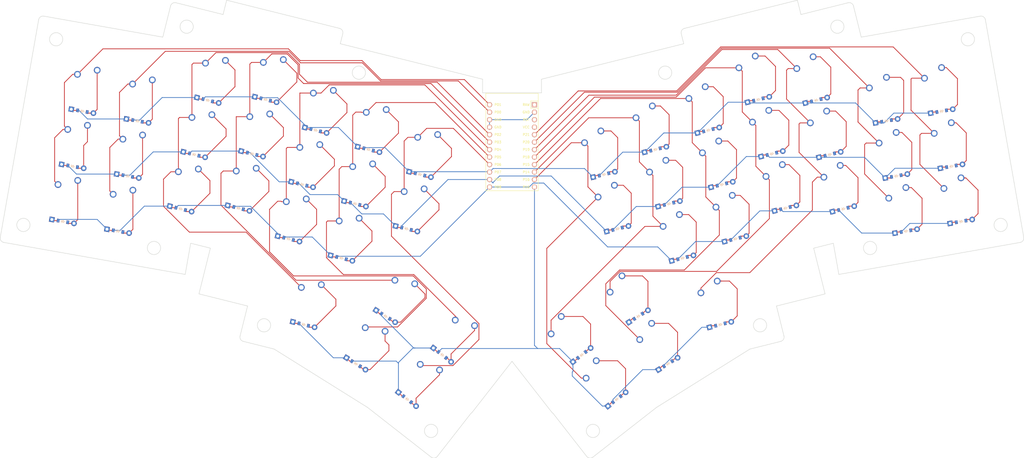
<source format=kicad_pcb>
(kicad_pcb (version 20171130) (host pcbnew 5.1.12-1.fc35)
  (title_block (title jackalope_unibody) (rev v1.0.0) (company Unknown))
  (layers (0 F.Cu signal) (31 B.Cu signal) (34 B.Paste user) (35 F.Paste user) (36 B.SilkS user) (37 F.SilkS user) (38 B.Mask user) (39 F.Mask user) (44 Edge.Cuts user))
  (net 0 "")
  (net 1 outer_bottom)
  (net 2 P1)
  (net 3 P9)
  (net 4 outer_home)
  (net 5 P8)
  (net 6 outer_top)
  (net 7 P7)
  (net 8 pinky_bottom)
  (net 9 P0)
  (net 10 pinky_home)
  (net 11 pinky_top)
  (net 12 ring_bottom)
  (net 13 P2)
  (net 14 ring_home)
  (net 15 ring_top)
  (net 16 middle_bottom)
  (net 17 P3)
  (net 18 middle_home)
  (net 19 middle_top)
  (net 20 index_bottom)
  (net 21 P4)
  (net 22 index_home)
  (net 23 index_top)
  (net 24 inner_bottom)
  (net 25 P5)
  (net 26 inner_home)
  (net 27 inner_top)
  (net 28 macro_home)
  (net 29 P6)
  (net 30 macro_top)
  (net 31 inner_upper)
  (net 32 P10)
  (net 33 home_upper)
  (net 34 outer_upper)
  (net 35 home_lower)
  (net 36 outer_lower)
  (net 37 mirror_outer_bottom)
  (net 38 P21)
  (net 39 mirror_outer_home)
  (net 40 mirror_outer_top)
  (net 41 mirror_pinky_bottom)
  (net 42 P20)
  (net 43 mirror_pinky_home)
  (net 44 mirror_pinky_top)
  (net 45 mirror_ring_bottom)
  (net 46 P19)
  (net 47 mirror_ring_home)
  (net 48 mirror_ring_top)
  (net 49 mirror_middle_bottom)
  (net 50 P18)
  (net 51 mirror_middle_home)
  (net 52 mirror_middle_top)
  (net 53 mirror_index_bottom)
  (net 54 P15)
  (net 55 mirror_index_home)
  (net 56 mirror_index_top)
  (net 57 mirror_inner_bottom)
  (net 58 P14)
  (net 59 mirror_inner_home)
  (net 60 mirror_inner_top)
  (net 61 mirror_macro_home)
  (net 62 P16)
  (net 63 mirror_macro_top)
  (net 64 mirror_inner_upper)
  (net 65 mirror_home_upper)
  (net 66 mirror_outer_upper)
  (net 67 mirror_home_lower)
  (net 68 mirror_outer_lower)
  (net 69 RAW)
  (net 70 GND)
  (net 71 RST)
  (net 72 VCC)
  (module MX (layer F.Cu) (at 0 0 350)
    (fp_text reference S1 hide)
    (fp_text value "" hide)
    (pad "" np_thru_hole circle (at 0 0) (size 3.9878 3.9878) (drill 3.9878) (layers *.Cu *.Mask))
    (pad "" np_thru_hole circle (at 5.08 0) (size 1.7018 1.7018) (drill 1.7018) (layers *.Cu *.Mask))
    (pad "" np_thru_hole circle (at -5.08 0) (size 1.7018 1.7018) (drill 1.7018) (layers *.Cu *.Mask))
    (pad 1 thru_hole circle (at 2.54 -5.08) (size 2.286 2.286) (drill 1.4986) (layers *.Cu *.Mask) (net 1 outer_bottom))
    (pad 2 thru_hole circle (at -3.81 -2.54) (size 2.286 2.286) (drill 1.4986) (layers *.Cu *.Mask) (net 2 P1))
  )
  (module ComboDiode (layer F.Cu) (at -1.649658 9.355674 350)
    (fp_text reference D1 hide)
    (fp_text value "" hide)
    (pad 1 smd rect (at -1.65 0 350) (size 0.9 1.2) (layers F.Cu F.Paste F.Mask) (net 3 P9))
    (pad 2 smd rect (at 1.65 0 350) (size 0.9 1.2) (layers B.Cu B.Paste B.Mask) (net 1 outer_bottom))
    (pad 1 smd rect (at -1.65 0 350) (size 0.9 1.2) (layers B.Cu B.Paste B.Mask) (net 3 P9))
    (pad 2 smd rect (at 1.65 0 350) (size 0.9 1.2) (layers F.Cu F.Paste F.Mask) (net 1 outer_bottom))
    (pad 1 thru_hole circle (at 3.81 0 350) (size 1.905 1.905) (drill 0.9906) (layers *.Cu *.Mask) (net 1 outer_bottom))
    (pad 2 thru_hole rect (at -3.81 0 350) (size 1.778 1.778) (drill 0.9906) (layers *.Cu *.Mask) (net 3 P9))
  )
  (module MX (layer F.Cu) (at 3.299315 -18.711347 350)
    (fp_text reference S2 hide)
    (fp_text value "" hide)
    (pad "" np_thru_hole circle (at 0 0) (size 3.9878 3.9878) (drill 3.9878) (layers *.Cu *.Mask))
    (pad "" np_thru_hole circle (at 5.08 0) (size 1.7018 1.7018) (drill 1.7018) (layers *.Cu *.Mask))
    (pad "" np_thru_hole circle (at -5.08 0) (size 1.7018 1.7018) (drill 1.7018) (layers *.Cu *.Mask))
    (pad 1 thru_hole circle (at 2.54 -5.08) (size 2.286 2.286) (drill 1.4986) (layers *.Cu *.Mask) (net 4 outer_home))
    (pad 2 thru_hole circle (at -3.81 -2.54) (size 2.286 2.286) (drill 1.4986) (layers *.Cu *.Mask) (net 2 P1))
  )
  (module ComboDiode (layer F.Cu) (at 1.649658 -9.355674 350)
    (fp_text reference D2 hide)
    (fp_text value "" hide)
    (pad 1 smd rect (at -1.65 0 350) (size 0.9 1.2) (layers F.Cu F.Paste F.Mask) (net 5 P8))
    (pad 2 smd rect (at 1.65 0 350) (size 0.9 1.2) (layers B.Cu B.Paste B.Mask) (net 4 outer_home))
    (pad 1 smd rect (at -1.65 0 350) (size 0.9 1.2) (layers B.Cu B.Paste B.Mask) (net 5 P8))
    (pad 2 smd rect (at 1.65 0 350) (size 0.9 1.2) (layers F.Cu F.Paste F.Mask) (net 4 outer_home))
    (pad 1 thru_hole circle (at 3.81 0 350) (size 1.905 1.905) (drill 0.9906) (layers *.Cu *.Mask) (net 4 outer_home))
    (pad 2 thru_hole rect (at -3.81 0 350) (size 1.778 1.778) (drill 0.9906) (layers *.Cu *.Mask) (net 5 P8))
  )
  (module MX (layer F.Cu) (at 6.598631 -37.422695 350)
    (fp_text reference S3 hide)
    (fp_text value "" hide)
    (pad "" np_thru_hole circle (at 0 0) (size 3.9878 3.9878) (drill 3.9878) (layers *.Cu *.Mask))
    (pad "" np_thru_hole circle (at 5.08 0) (size 1.7018 1.7018) (drill 1.7018) (layers *.Cu *.Mask))
    (pad "" np_thru_hole circle (at -5.08 0) (size 1.7018 1.7018) (drill 1.7018) (layers *.Cu *.Mask))
    (pad 1 thru_hole circle (at 2.54 -5.08) (size 2.286 2.286) (drill 1.4986) (layers *.Cu *.Mask) (net 6 outer_top))
    (pad 2 thru_hole circle (at -3.81 -2.54) (size 2.286 2.286) (drill 1.4986) (layers *.Cu *.Mask) (net 2 P1))
  )
  (module ComboDiode (layer F.Cu) (at 4.948973 -28.067021 350)
    (fp_text reference D3 hide)
    (fp_text value "" hide)
    (pad 1 smd rect (at -1.65 0 350) (size 0.9 1.2) (layers F.Cu F.Paste F.Mask) (net 7 P7))
    (pad 2 smd rect (at 1.65 0 350) (size 0.9 1.2) (layers B.Cu B.Paste B.Mask) (net 6 outer_top))
    (pad 1 smd rect (at -1.65 0 350) (size 0.9 1.2) (layers B.Cu B.Paste B.Mask) (net 7 P7))
    (pad 2 smd rect (at 1.65 0 350) (size 0.9 1.2) (layers F.Cu F.Paste F.Mask) (net 6 outer_top))
    (pad 1 thru_hole circle (at 3.81 0 350) (size 1.905 1.905) (drill 0.9906) (layers *.Cu *.Mask) (net 6 outer_top))
    (pad 2 thru_hole rect (at -3.81 0 350) (size 1.778 1.778) (drill 0.9906) (layers *.Cu *.Mask) (net 7 P7))
  )
  (module MX (layer F.Cu) (at 18.711347 3.299315 350)
    (fp_text reference S4 hide)
    (fp_text value "" hide)
    (pad "" np_thru_hole circle (at 0 0) (size 3.9878 3.9878) (drill 3.9878) (layers *.Cu *.Mask))
    (pad "" np_thru_hole circle (at 5.08 0) (size 1.7018 1.7018) (drill 1.7018) (layers *.Cu *.Mask))
    (pad "" np_thru_hole circle (at -5.08 0) (size 1.7018 1.7018) (drill 1.7018) (layers *.Cu *.Mask))
    (pad 1 thru_hole circle (at 2.54 -5.08) (size 2.286 2.286) (drill 1.4986) (layers *.Cu *.Mask) (net 8 pinky_bottom))
    (pad 2 thru_hole circle (at -3.81 -2.54) (size 2.286 2.286) (drill 1.4986) (layers *.Cu *.Mask) (net 9 P0))
  )
  (module ComboDiode (layer F.Cu) (at 17.06169 12.654989 350)
    (fp_text reference D4 hide)
    (fp_text value "" hide)
    (pad 1 smd rect (at -1.65 0 350) (size 0.9 1.2) (layers F.Cu F.Paste F.Mask) (net 3 P9))
    (pad 2 smd rect (at 1.65 0 350) (size 0.9 1.2) (layers B.Cu B.Paste B.Mask) (net 8 pinky_bottom))
    (pad 1 smd rect (at -1.65 0 350) (size 0.9 1.2) (layers B.Cu B.Paste B.Mask) (net 3 P9))
    (pad 2 smd rect (at 1.65 0 350) (size 0.9 1.2) (layers F.Cu F.Paste F.Mask) (net 8 pinky_bottom))
    (pad 1 thru_hole circle (at 3.81 0 350) (size 1.905 1.905) (drill 0.9906) (layers *.Cu *.Mask) (net 8 pinky_bottom))
    (pad 2 thru_hole rect (at -3.81 0 350) (size 1.778 1.778) (drill 0.9906) (layers *.Cu *.Mask) (net 3 P9))
  )
  (module MX (layer F.Cu) (at 22.010663 -15.412032 350)
    (fp_text reference S5 hide)
    (fp_text value "" hide)
    (pad "" np_thru_hole circle (at 0 0) (size 3.9878 3.9878) (drill 3.9878) (layers *.Cu *.Mask))
    (pad "" np_thru_hole circle (at 5.08 0) (size 1.7018 1.7018) (drill 1.7018) (layers *.Cu *.Mask))
    (pad "" np_thru_hole circle (at -5.08 0) (size 1.7018 1.7018) (drill 1.7018) (layers *.Cu *.Mask))
    (pad 1 thru_hole circle (at 2.54 -5.08) (size 2.286 2.286) (drill 1.4986) (layers *.Cu *.Mask) (net 10 pinky_home))
    (pad 2 thru_hole circle (at -3.81 -2.54) (size 2.286 2.286) (drill 1.4986) (layers *.Cu *.Mask) (net 9 P0))
  )
  (module ComboDiode (layer F.Cu) (at 20.361005 -6.056358 350)
    (fp_text reference D5 hide)
    (fp_text value "" hide)
    (pad 1 smd rect (at -1.65 0 350) (size 0.9 1.2) (layers F.Cu F.Paste F.Mask) (net 5 P8))
    (pad 2 smd rect (at 1.65 0 350) (size 0.9 1.2) (layers B.Cu B.Paste B.Mask) (net 10 pinky_home))
    (pad 1 smd rect (at -1.65 0 350) (size 0.9 1.2) (layers B.Cu B.Paste B.Mask) (net 5 P8))
    (pad 2 smd rect (at 1.65 0 350) (size 0.9 1.2) (layers F.Cu F.Paste F.Mask) (net 10 pinky_home))
    (pad 1 thru_hole circle (at 3.81 0 350) (size 1.905 1.905) (drill 0.9906) (layers *.Cu *.Mask) (net 10 pinky_home))
    (pad 2 thru_hole rect (at -3.81 0 350) (size 1.778 1.778) (drill 0.9906) (layers *.Cu *.Mask) (net 5 P8))
  )
  (module MX (layer F.Cu) (at 25.309978 -34.123379 350)
    (fp_text reference S6 hide)
    (fp_text value "" hide)
    (pad "" np_thru_hole circle (at 0 0) (size 3.9878 3.9878) (drill 3.9878) (layers *.Cu *.Mask))
    (pad "" np_thru_hole circle (at 5.08 0) (size 1.7018 1.7018) (drill 1.7018) (layers *.Cu *.Mask))
    (pad "" np_thru_hole circle (at -5.08 0) (size 1.7018 1.7018) (drill 1.7018) (layers *.Cu *.Mask))
    (pad 1 thru_hole circle (at 2.54 -5.08) (size 2.286 2.286) (drill 1.4986) (layers *.Cu *.Mask) (net 11 pinky_top))
    (pad 2 thru_hole circle (at -3.81 -2.54) (size 2.286 2.286) (drill 1.4986) (layers *.Cu *.Mask) (net 9 P0))
  )
  (module ComboDiode (layer F.Cu) (at 23.66032 -24.767706 350)
    (fp_text reference D6 hide)
    (fp_text value "" hide)
    (pad 1 smd rect (at -1.65 0 350) (size 0.9 1.2) (layers F.Cu F.Paste F.Mask) (net 7 P7))
    (pad 2 smd rect (at 1.65 0 350) (size 0.9 1.2) (layers B.Cu B.Paste B.Mask) (net 11 pinky_top))
    (pad 1 smd rect (at -1.65 0 350) (size 0.9 1.2) (layers B.Cu B.Paste B.Mask) (net 7 P7))
    (pad 2 smd rect (at 1.65 0 350) (size 0.9 1.2) (layers F.Cu F.Paste F.Mask) (net 11 pinky_top))
    (pad 1 thru_hole circle (at 3.81 0 350) (size 1.905 1.905) (drill 0.9906) (layers *.Cu *.Mask) (net 11 pinky_top))
    (pad 2 thru_hole rect (at -3.81 0 350) (size 1.778 1.778) (drill 0.9906) (layers *.Cu *.Mask) (net 7 P7))
  )
  (module MX (layer F.Cu) (at 40.629529 -4.124049 346)
    (fp_text reference S7 hide)
    (fp_text value "" hide)
    (pad "" np_thru_hole circle (at 0 0) (size 3.9878 3.9878) (drill 3.9878) (layers *.Cu *.Mask))
    (pad "" np_thru_hole circle (at 5.08 0) (size 1.7018 1.7018) (drill 1.7018) (layers *.Cu *.Mask))
    (pad "" np_thru_hole circle (at -5.08 0) (size 1.7018 1.7018) (drill 1.7018) (layers *.Cu *.Mask))
    (pad 1 thru_hole circle (at 2.54 -5.08) (size 2.286 2.286) (drill 1.4986) (layers *.Cu *.Mask) (net 12 ring_bottom))
    (pad 2 thru_hole circle (at -3.81 -2.54) (size 2.286 2.286) (drill 1.4986) (layers *.Cu *.Mask) (net 13 P2))
  )
  (module ComboDiode (layer F.Cu) (at 38.331271 5.09376 346)
    (fp_text reference D7 hide)
    (fp_text value "" hide)
    (pad 1 smd rect (at -1.65 0 346) (size 0.9 1.2) (layers F.Cu F.Paste F.Mask) (net 3 P9))
    (pad 2 smd rect (at 1.65 0 346) (size 0.9 1.2) (layers B.Cu B.Paste B.Mask) (net 12 ring_bottom))
    (pad 1 smd rect (at -1.65 0 346) (size 0.9 1.2) (layers B.Cu B.Paste B.Mask) (net 3 P9))
    (pad 2 smd rect (at 1.65 0 346) (size 0.9 1.2) (layers F.Cu F.Paste F.Mask) (net 12 ring_bottom))
    (pad 1 thru_hole circle (at 3.81 0 346) (size 1.905 1.905) (drill 0.9906) (layers *.Cu *.Mask) (net 12 ring_bottom))
    (pad 2 thru_hole rect (at -3.81 0 346) (size 1.778 1.778) (drill 0.9906) (layers *.Cu *.Mask) (net 3 P9))
  )
  (module MX (layer F.Cu) (at 45.226045 -22.559668 346)
    (fp_text reference S8 hide)
    (fp_text value "" hide)
    (pad "" np_thru_hole circle (at 0 0) (size 3.9878 3.9878) (drill 3.9878) (layers *.Cu *.Mask))
    (pad "" np_thru_hole circle (at 5.08 0) (size 1.7018 1.7018) (drill 1.7018) (layers *.Cu *.Mask))
    (pad "" np_thru_hole circle (at -5.08 0) (size 1.7018 1.7018) (drill 1.7018) (layers *.Cu *.Mask))
    (pad 1 thru_hole circle (at 2.54 -5.08) (size 2.286 2.286) (drill 1.4986) (layers *.Cu *.Mask) (net 14 ring_home))
    (pad 2 thru_hole circle (at -3.81 -2.54) (size 2.286 2.286) (drill 1.4986) (layers *.Cu *.Mask) (net 13 P2))
  )
  (module ComboDiode (layer F.Cu) (at 42.927787 -13.341859 346)
    (fp_text reference D8 hide)
    (fp_text value "" hide)
    (pad 1 smd rect (at -1.65 0 346) (size 0.9 1.2) (layers F.Cu F.Paste F.Mask) (net 5 P8))
    (pad 2 smd rect (at 1.65 0 346) (size 0.9 1.2) (layers B.Cu B.Paste B.Mask) (net 14 ring_home))
    (pad 1 smd rect (at -1.65 0 346) (size 0.9 1.2) (layers B.Cu B.Paste B.Mask) (net 5 P8))
    (pad 2 smd rect (at 1.65 0 346) (size 0.9 1.2) (layers F.Cu F.Paste F.Mask) (net 14 ring_home))
    (pad 1 thru_hole circle (at 3.81 0 346) (size 1.905 1.905) (drill 0.9906) (layers *.Cu *.Mask) (net 14 ring_home))
    (pad 2 thru_hole rect (at -3.81 0 346) (size 1.778 1.778) (drill 0.9906) (layers *.Cu *.Mask) (net 5 P8))
  )
  (module MX (layer F.Cu) (at 49.822561 -40.995287 346)
    (fp_text reference S9 hide)
    (fp_text value "" hide)
    (pad "" np_thru_hole circle (at 0 0) (size 3.9878 3.9878) (drill 3.9878) (layers *.Cu *.Mask))
    (pad "" np_thru_hole circle (at 5.08 0) (size 1.7018 1.7018) (drill 1.7018) (layers *.Cu *.Mask))
    (pad "" np_thru_hole circle (at -5.08 0) (size 1.7018 1.7018) (drill 1.7018) (layers *.Cu *.Mask))
    (pad 1 thru_hole circle (at 2.54 -5.08) (size 2.286 2.286) (drill 1.4986) (layers *.Cu *.Mask) (net 15 ring_top))
    (pad 2 thru_hole circle (at -3.81 -2.54) (size 2.286 2.286) (drill 1.4986) (layers *.Cu *.Mask) (net 13 P2))
  )
  (module ComboDiode (layer F.Cu) (at 47.524303 -31.777477 346)
    (fp_text reference D9 hide)
    (fp_text value "" hide)
    (pad 1 smd rect (at -1.65 0 346) (size 0.9 1.2) (layers F.Cu F.Paste F.Mask) (net 7 P7))
    (pad 2 smd rect (at 1.65 0 346) (size 0.9 1.2) (layers B.Cu B.Paste B.Mask) (net 15 ring_top))
    (pad 1 smd rect (at -1.65 0 346) (size 0.9 1.2) (layers B.Cu B.Paste B.Mask) (net 7 P7))
    (pad 2 smd rect (at 1.65 0 346) (size 0.9 1.2) (layers F.Cu F.Paste F.Mask) (net 15 ring_top))
    (pad 1 thru_hole circle (at 3.81 0 346) (size 1.905 1.905) (drill 0.9906) (layers *.Cu *.Mask) (net 15 ring_top))
    (pad 2 thru_hole rect (at -3.81 0 346) (size 1.778 1.778) (drill 0.9906) (layers *.Cu *.Mask) (net 7 P7))
  )
  (module MX (layer F.Cu) (at 60.274757 -4.379012 346)
    (fp_text reference S10 hide)
    (fp_text value "" hide)
    (pad "" np_thru_hole circle (at 0 0) (size 3.9878 3.9878) (drill 3.9878) (layers *.Cu *.Mask))
    (pad "" np_thru_hole circle (at 5.08 0) (size 1.7018 1.7018) (drill 1.7018) (layers *.Cu *.Mask))
    (pad "" np_thru_hole circle (at -5.08 0) (size 1.7018 1.7018) (drill 1.7018) (layers *.Cu *.Mask))
    (pad 1 thru_hole circle (at 2.54 -5.08) (size 2.286 2.286) (drill 1.4986) (layers *.Cu *.Mask) (net 16 middle_bottom))
    (pad 2 thru_hole circle (at -3.81 -2.54) (size 2.286 2.286) (drill 1.4986) (layers *.Cu *.Mask) (net 17 P3))
  )
  (module ComboDiode (layer F.Cu) (at 57.976499 4.838798 346)
    (fp_text reference D10 hide)
    (fp_text value "" hide)
    (pad 1 smd rect (at -1.65 0 346) (size 0.9 1.2) (layers F.Cu F.Paste F.Mask) (net 3 P9))
    (pad 2 smd rect (at 1.65 0 346) (size 0.9 1.2) (layers B.Cu B.Paste B.Mask) (net 16 middle_bottom))
    (pad 1 smd rect (at -1.65 0 346) (size 0.9 1.2) (layers B.Cu B.Paste B.Mask) (net 3 P9))
    (pad 2 smd rect (at 1.65 0 346) (size 0.9 1.2) (layers F.Cu F.Paste F.Mask) (net 16 middle_bottom))
    (pad 1 thru_hole circle (at 3.81 0 346) (size 1.905 1.905) (drill 0.9906) (layers *.Cu *.Mask) (net 16 middle_bottom))
    (pad 2 thru_hole rect (at -3.81 0 346) (size 1.778 1.778) (drill 0.9906) (layers *.Cu *.Mask) (net 3 P9))
  )
  (module MX (layer F.Cu) (at 64.871273 -22.814631 346)
    (fp_text reference S11 hide)
    (fp_text value "" hide)
    (pad "" np_thru_hole circle (at 0 0) (size 3.9878 3.9878) (drill 3.9878) (layers *.Cu *.Mask))
    (pad "" np_thru_hole circle (at 5.08 0) (size 1.7018 1.7018) (drill 1.7018) (layers *.Cu *.Mask))
    (pad "" np_thru_hole circle (at -5.08 0) (size 1.7018 1.7018) (drill 1.7018) (layers *.Cu *.Mask))
    (pad 1 thru_hole circle (at 2.54 -5.08) (size 2.286 2.286) (drill 1.4986) (layers *.Cu *.Mask) (net 18 middle_home))
    (pad 2 thru_hole circle (at -3.81 -2.54) (size 2.286 2.286) (drill 1.4986) (layers *.Cu *.Mask) (net 17 P3))
  )
  (module ComboDiode (layer F.Cu) (at 62.573015 -13.596821 346)
    (fp_text reference D11 hide)
    (fp_text value "" hide)
    (pad 1 smd rect (at -1.65 0 346) (size 0.9 1.2) (layers F.Cu F.Paste F.Mask) (net 5 P8))
    (pad 2 smd rect (at 1.65 0 346) (size 0.9 1.2) (layers B.Cu B.Paste B.Mask) (net 18 middle_home))
    (pad 1 smd rect (at -1.65 0 346) (size 0.9 1.2) (layers B.Cu B.Paste B.Mask) (net 5 P8))
    (pad 2 smd rect (at 1.65 0 346) (size 0.9 1.2) (layers F.Cu F.Paste F.Mask) (net 18 middle_home))
    (pad 1 thru_hole circle (at 3.81 0 346) (size 1.905 1.905) (drill 0.9906) (layers *.Cu *.Mask) (net 18 middle_home))
    (pad 2 thru_hole rect (at -3.81 0 346) (size 1.778 1.778) (drill 0.9906) (layers *.Cu *.Mask) (net 5 P8))
  )
  (module MX (layer F.Cu) (at 69.467789 -41.250249 346)
    (fp_text reference S12 hide)
    (fp_text value "" hide)
    (pad "" np_thru_hole circle (at 0 0) (size 3.9878 3.9878) (drill 3.9878) (layers *.Cu *.Mask))
    (pad "" np_thru_hole circle (at 5.08 0) (size 1.7018 1.7018) (drill 1.7018) (layers *.Cu *.Mask))
    (pad "" np_thru_hole circle (at -5.08 0) (size 1.7018 1.7018) (drill 1.7018) (layers *.Cu *.Mask))
    (pad 1 thru_hole circle (at 2.54 -5.08) (size 2.286 2.286) (drill 1.4986) (layers *.Cu *.Mask) (net 19 middle_top))
    (pad 2 thru_hole circle (at -3.81 -2.54) (size 2.286 2.286) (drill 1.4986) (layers *.Cu *.Mask) (net 17 P3))
  )
  (module ComboDiode (layer F.Cu) (at 67.169531 -32.03244 346)
    (fp_text reference D12 hide)
    (fp_text value "" hide)
    (pad 1 smd rect (at -1.65 0 346) (size 0.9 1.2) (layers F.Cu F.Paste F.Mask) (net 7 P7))
    (pad 2 smd rect (at 1.65 0 346) (size 0.9 1.2) (layers B.Cu B.Paste B.Mask) (net 19 middle_top))
    (pad 1 smd rect (at -1.65 0 346) (size 0.9 1.2) (layers B.Cu B.Paste B.Mask) (net 7 P7))
    (pad 2 smd rect (at 1.65 0 346) (size 0.9 1.2) (layers F.Cu F.Paste F.Mask) (net 19 middle_top))
    (pad 1 thru_hole circle (at 3.81 0 346) (size 1.905 1.905) (drill 0.9906) (layers *.Cu *.Mask) (net 19 middle_top))
    (pad 2 thru_hole rect (at -3.81 0 346) (size 1.778 1.778) (drill 0.9906) (layers *.Cu *.Mask) (net 7 P7))
  )
  (module MX (layer F.Cu) (at 77.258845 6.039279 346)
    (fp_text reference S13 hide)
    (fp_text value "" hide)
    (pad "" np_thru_hole circle (at 0 0) (size 3.9878 3.9878) (drill 3.9878) (layers *.Cu *.Mask))
    (pad "" np_thru_hole circle (at 5.08 0) (size 1.7018 1.7018) (drill 1.7018) (layers *.Cu *.Mask))
    (pad "" np_thru_hole circle (at -5.08 0) (size 1.7018 1.7018) (drill 1.7018) (layers *.Cu *.Mask))
    (pad 1 thru_hole circle (at 2.54 -5.08) (size 2.286 2.286) (drill 1.4986) (layers *.Cu *.Mask) (net 20 index_bottom))
    (pad 2 thru_hole circle (at -3.81 -2.54) (size 2.286 2.286) (drill 1.4986) (layers *.Cu *.Mask) (net 21 P4))
  )
  (module ComboDiode (layer F.Cu) (at 74.960587 15.257088 346)
    (fp_text reference D13 hide)
    (fp_text value "" hide)
    (pad 1 smd rect (at -1.65 0 346) (size 0.9 1.2) (layers F.Cu F.Paste F.Mask) (net 3 P9))
    (pad 2 smd rect (at 1.65 0 346) (size 0.9 1.2) (layers B.Cu B.Paste B.Mask) (net 20 index_bottom))
    (pad 1 smd rect (at -1.65 0 346) (size 0.9 1.2) (layers B.Cu B.Paste B.Mask) (net 3 P9))
    (pad 2 smd rect (at 1.65 0 346) (size 0.9 1.2) (layers F.Cu F.Paste F.Mask) (net 20 index_bottom))
    (pad 1 thru_hole circle (at 3.81 0 346) (size 1.905 1.905) (drill 0.9906) (layers *.Cu *.Mask) (net 20 index_bottom))
    (pad 2 thru_hole rect (at -3.81 0 346) (size 1.778 1.778) (drill 0.9906) (layers *.Cu *.Mask) (net 3 P9))
  )
  (module MX (layer F.Cu) (at 81.855361 -12.39634 346)
    (fp_text reference S14 hide)
    (fp_text value "" hide)
    (pad "" np_thru_hole circle (at 0 0) (size 3.9878 3.9878) (drill 3.9878) (layers *.Cu *.Mask))
    (pad "" np_thru_hole circle (at 5.08 0) (size 1.7018 1.7018) (drill 1.7018) (layers *.Cu *.Mask))
    (pad "" np_thru_hole circle (at -5.08 0) (size 1.7018 1.7018) (drill 1.7018) (layers *.Cu *.Mask))
    (pad 1 thru_hole circle (at 2.54 -5.08) (size 2.286 2.286) (drill 1.4986) (layers *.Cu *.Mask) (net 22 index_home))
    (pad 2 thru_hole circle (at -3.81 -2.54) (size 2.286 2.286) (drill 1.4986) (layers *.Cu *.Mask) (net 21 P4))
  )
  (module ComboDiode (layer F.Cu) (at 79.557103 -3.178531 346)
    (fp_text reference D14 hide)
    (fp_text value "" hide)
    (pad 1 smd rect (at -1.65 0 346) (size 0.9 1.2) (layers F.Cu F.Paste F.Mask) (net 5 P8))
    (pad 2 smd rect (at 1.65 0 346) (size 0.9 1.2) (layers B.Cu B.Paste B.Mask) (net 22 index_home))
    (pad 1 smd rect (at -1.65 0 346) (size 0.9 1.2) (layers B.Cu B.Paste B.Mask) (net 5 P8))
    (pad 2 smd rect (at 1.65 0 346) (size 0.9 1.2) (layers F.Cu F.Paste F.Mask) (net 22 index_home))
    (pad 1 thru_hole circle (at 3.81 0 346) (size 1.905 1.905) (drill 0.9906) (layers *.Cu *.Mask) (net 22 index_home))
    (pad 2 thru_hole rect (at -3.81 0 346) (size 1.778 1.778) (drill 0.9906) (layers *.Cu *.Mask) (net 5 P8))
  )
  (module MX (layer F.Cu) (at 86.451877 -30.831959 346)
    (fp_text reference S15 hide)
    (fp_text value "" hide)
    (pad "" np_thru_hole circle (at 0 0) (size 3.9878 3.9878) (drill 3.9878) (layers *.Cu *.Mask))
    (pad "" np_thru_hole circle (at 5.08 0) (size 1.7018 1.7018) (drill 1.7018) (layers *.Cu *.Mask))
    (pad "" np_thru_hole circle (at -5.08 0) (size 1.7018 1.7018) (drill 1.7018) (layers *.Cu *.Mask))
    (pad 1 thru_hole circle (at 2.54 -5.08) (size 2.286 2.286) (drill 1.4986) (layers *.Cu *.Mask) (net 23 index_top))
    (pad 2 thru_hole circle (at -3.81 -2.54) (size 2.286 2.286) (drill 1.4986) (layers *.Cu *.Mask) (net 21 P4))
  )
  (module ComboDiode (layer F.Cu) (at 84.153619 -21.61415 346)
    (fp_text reference D15 hide)
    (fp_text value "" hide)
    (pad 1 smd rect (at -1.65 0 346) (size 0.9 1.2) (layers F.Cu F.Paste F.Mask) (net 7 P7))
    (pad 2 smd rect (at 1.65 0 346) (size 0.9 1.2) (layers B.Cu B.Paste B.Mask) (net 23 index_top))
    (pad 1 smd rect (at -1.65 0 346) (size 0.9 1.2) (layers B.Cu B.Paste B.Mask) (net 7 P7))
    (pad 2 smd rect (at 1.65 0 346) (size 0.9 1.2) (layers F.Cu F.Paste F.Mask) (net 23 index_top))
    (pad 1 thru_hole circle (at 3.81 0 346) (size 1.905 1.905) (drill 0.9906) (layers *.Cu *.Mask) (net 23 index_top))
    (pad 2 thru_hole rect (at -3.81 0 346) (size 1.778 1.778) (drill 0.9906) (layers *.Cu *.Mask) (net 7 P7))
  )
  (module MX (layer F.Cu) (at 95.21062 12.576386 346)
    (fp_text reference S16 hide)
    (fp_text value "" hide)
    (pad "" np_thru_hole circle (at 0 0) (size 3.9878 3.9878) (drill 3.9878) (layers *.Cu *.Mask))
    (pad "" np_thru_hole circle (at 5.08 0) (size 1.7018 1.7018) (drill 1.7018) (layers *.Cu *.Mask))
    (pad "" np_thru_hole circle (at -5.08 0) (size 1.7018 1.7018) (drill 1.7018) (layers *.Cu *.Mask))
    (pad 1 thru_hole circle (at 2.54 -5.08) (size 2.286 2.286) (drill 1.4986) (layers *.Cu *.Mask) (net 24 inner_bottom))
    (pad 2 thru_hole circle (at -3.81 -2.54) (size 2.286 2.286) (drill 1.4986) (layers *.Cu *.Mask) (net 25 P5))
  )
  (module ComboDiode (layer F.Cu) (at 92.912362 21.794196 346)
    (fp_text reference D16 hide)
    (fp_text value "" hide)
    (pad 1 smd rect (at -1.65 0 346) (size 0.9 1.2) (layers F.Cu F.Paste F.Mask) (net 3 P9))
    (pad 2 smd rect (at 1.65 0 346) (size 0.9 1.2) (layers B.Cu B.Paste B.Mask) (net 24 inner_bottom))
    (pad 1 smd rect (at -1.65 0 346) (size 0.9 1.2) (layers B.Cu B.Paste B.Mask) (net 3 P9))
    (pad 2 smd rect (at 1.65 0 346) (size 0.9 1.2) (layers F.Cu F.Paste F.Mask) (net 24 inner_bottom))
    (pad 1 thru_hole circle (at 3.81 0 346) (size 1.905 1.905) (drill 0.9906) (layers *.Cu *.Mask) (net 24 inner_bottom))
    (pad 2 thru_hole rect (at -3.81 0 346) (size 1.778 1.778) (drill 0.9906) (layers *.Cu *.Mask) (net 3 P9))
  )
  (module MX (layer F.Cu) (at 99.807136 -5.859233 346)
    (fp_text reference S17 hide)
    (fp_text value "" hide)
    (pad "" np_thru_hole circle (at 0 0) (size 3.9878 3.9878) (drill 3.9878) (layers *.Cu *.Mask))
    (pad "" np_thru_hole circle (at 5.08 0) (size 1.7018 1.7018) (drill 1.7018) (layers *.Cu *.Mask))
    (pad "" np_thru_hole circle (at -5.08 0) (size 1.7018 1.7018) (drill 1.7018) (layers *.Cu *.Mask))
    (pad 1 thru_hole circle (at 2.54 -5.08) (size 2.286 2.286) (drill 1.4986) (layers *.Cu *.Mask) (net 26 inner_home))
    (pad 2 thru_hole circle (at -3.81 -2.54) (size 2.286 2.286) (drill 1.4986) (layers *.Cu *.Mask) (net 25 P5))
  )
  (module ComboDiode (layer F.Cu) (at 97.508878 3.358577 346)
    (fp_text reference D17 hide)
    (fp_text value "" hide)
    (pad 1 smd rect (at -1.65 0 346) (size 0.9 1.2) (layers F.Cu F.Paste F.Mask) (net 5 P8))
    (pad 2 smd rect (at 1.65 0 346) (size 0.9 1.2) (layers B.Cu B.Paste B.Mask) (net 26 inner_home))
    (pad 1 smd rect (at -1.65 0 346) (size 0.9 1.2) (layers B.Cu B.Paste B.Mask) (net 5 P8))
    (pad 2 smd rect (at 1.65 0 346) (size 0.9 1.2) (layers F.Cu F.Paste F.Mask) (net 26 inner_home))
    (pad 1 thru_hole circle (at 3.81 0 346) (size 1.905 1.905) (drill 0.9906) (layers *.Cu *.Mask) (net 26 inner_home))
    (pad 2 thru_hole rect (at -3.81 0 346) (size 1.778 1.778) (drill 0.9906) (layers *.Cu *.Mask) (net 5 P8))
  )
  (module MX (layer F.Cu) (at 104.403652 -24.294852 346)
    (fp_text reference S18 hide)
    (fp_text value "" hide)
    (pad "" np_thru_hole circle (at 0 0) (size 3.9878 3.9878) (drill 3.9878) (layers *.Cu *.Mask))
    (pad "" np_thru_hole circle (at 5.08 0) (size 1.7018 1.7018) (drill 1.7018) (layers *.Cu *.Mask))
    (pad "" np_thru_hole circle (at -5.08 0) (size 1.7018 1.7018) (drill 1.7018) (layers *.Cu *.Mask))
    (pad 1 thru_hole circle (at 2.54 -5.08) (size 2.286 2.286) (drill 1.4986) (layers *.Cu *.Mask) (net 27 inner_top))
    (pad 2 thru_hole circle (at -3.81 -2.54) (size 2.286 2.286) (drill 1.4986) (layers *.Cu *.Mask) (net 25 P5))
  )
  (module ComboDiode (layer F.Cu) (at 102.105394 -15.077042 346)
    (fp_text reference D18 hide)
    (fp_text value "" hide)
    (pad 1 smd rect (at -1.65 0 346) (size 0.9 1.2) (layers F.Cu F.Paste F.Mask) (net 7 P7))
    (pad 2 smd rect (at 1.65 0 346) (size 0.9 1.2) (layers B.Cu B.Paste B.Mask) (net 27 inner_top))
    (pad 1 smd rect (at -1.65 0 346) (size 0.9 1.2) (layers B.Cu B.Paste B.Mask) (net 7 P7))
    (pad 2 smd rect (at 1.65 0 346) (size 0.9 1.2) (layers F.Cu F.Paste F.Mask) (net 27 inner_top))
    (pad 1 thru_hole circle (at 3.81 0 346) (size 1.905 1.905) (drill 0.9906) (layers *.Cu *.Mask) (net 27 inner_top))
    (pad 2 thru_hole rect (at -3.81 0 346) (size 1.778 1.778) (drill 0.9906) (layers *.Cu *.Mask) (net 7 P7))
  )
  (module MX (layer F.Cu) (at 117.275067 2.618466 346)
    (fp_text reference S19 hide)
    (fp_text value "" hide)
    (pad "" np_thru_hole circle (at 0 0) (size 3.9878 3.9878) (drill 3.9878) (layers *.Cu *.Mask))
    (pad "" np_thru_hole circle (at 5.08 0) (size 1.7018 1.7018) (drill 1.7018) (layers *.Cu *.Mask))
    (pad "" np_thru_hole circle (at -5.08 0) (size 1.7018 1.7018) (drill 1.7018) (layers *.Cu *.Mask))
    (pad 1 thru_hole circle (at 2.54 -5.08) (size 2.286 2.286) (drill 1.4986) (layers *.Cu *.Mask) (net 28 macro_home))
    (pad 2 thru_hole circle (at -3.81 -2.54) (size 2.286 2.286) (drill 1.4986) (layers *.Cu *.Mask) (net 29 P6))
  )
  (module ComboDiode (layer F.Cu) (at 114.976809 11.836276 346)
    (fp_text reference D19 hide)
    (fp_text value "" hide)
    (pad 1 smd rect (at -1.65 0 346) (size 0.9 1.2) (layers F.Cu F.Paste F.Mask) (net 5 P8))
    (pad 2 smd rect (at 1.65 0 346) (size 0.9 1.2) (layers B.Cu B.Paste B.Mask) (net 28 macro_home))
    (pad 1 smd rect (at -1.65 0 346) (size 0.9 1.2) (layers B.Cu B.Paste B.Mask) (net 5 P8))
    (pad 2 smd rect (at 1.65 0 346) (size 0.9 1.2) (layers F.Cu F.Paste F.Mask) (net 28 macro_home))
    (pad 1 thru_hole circle (at 3.81 0 346) (size 1.905 1.905) (drill 0.9906) (layers *.Cu *.Mask) (net 28 macro_home))
    (pad 2 thru_hole rect (at -3.81 0 346) (size 1.778 1.778) (drill 0.9906) (layers *.Cu *.Mask) (net 5 P8))
  )
  (module MX (layer F.Cu) (at 121.871583 -15.817153 346)
    (fp_text reference S20 hide)
    (fp_text value "" hide)
    (pad "" np_thru_hole circle (at 0 0) (size 3.9878 3.9878) (drill 3.9878) (layers *.Cu *.Mask))
    (pad "" np_thru_hole circle (at 5.08 0) (size 1.7018 1.7018) (drill 1.7018) (layers *.Cu *.Mask))
    (pad "" np_thru_hole circle (at -5.08 0) (size 1.7018 1.7018) (drill 1.7018) (layers *.Cu *.Mask))
    (pad 1 thru_hole circle (at 2.54 -5.08) (size 2.286 2.286) (drill 1.4986) (layers *.Cu *.Mask) (net 30 macro_top))
    (pad 2 thru_hole circle (at -3.81 -2.54) (size 2.286 2.286) (drill 1.4986) (layers *.Cu *.Mask) (net 29 P6))
  )
  (module ComboDiode (layer F.Cu) (at 119.573325 -6.599343 346)
    (fp_text reference D20 hide)
    (fp_text value "" hide)
    (pad 1 smd rect (at -1.65 0 346) (size 0.9 1.2) (layers F.Cu F.Paste F.Mask) (net 7 P7))
    (pad 2 smd rect (at 1.65 0 346) (size 0.9 1.2) (layers B.Cu B.Paste B.Mask) (net 30 macro_top))
    (pad 1 smd rect (at -1.65 0 346) (size 0.9 1.2) (layers B.Cu B.Paste B.Mask) (net 7 P7))
    (pad 2 smd rect (at 1.65 0 346) (size 0.9 1.2) (layers F.Cu F.Paste F.Mask) (net 30 macro_top))
    (pad 1 thru_hole circle (at 3.81 0 346) (size 1.905 1.905) (drill 0.9906) (layers *.Cu *.Mask) (net 30 macro_top))
    (pad 2 thru_hole rect (at -3.81 0 346) (size 1.778 1.778) (drill 0.9906) (layers *.Cu *.Mask) (net 7 P7))
  )
  (module MX (layer F.Cu) (at 82.370502 35.140326 346)
    (fp_text reference S21 hide)
    (fp_text value "" hide)
    (pad "" np_thru_hole circle (at 0 0) (size 3.9878 3.9878) (drill 3.9878) (layers *.Cu *.Mask))
    (pad "" np_thru_hole circle (at 5.08 0) (size 1.7018 1.7018) (drill 1.7018) (layers *.Cu *.Mask))
    (pad "" np_thru_hole circle (at -5.08 0) (size 1.7018 1.7018) (drill 1.7018) (layers *.Cu *.Mask))
    (pad 1 thru_hole circle (at 2.54 -5.08) (size 2.286 2.286) (drill 1.4986) (layers *.Cu *.Mask) (net 31 inner_upper))
    (pad 2 thru_hole circle (at -3.81 -2.54) (size 2.286 2.286) (drill 1.4986) (layers *.Cu *.Mask) (net 13 P2))
  )
  (module ComboDiode (layer F.Cu) (at 80.072244 44.358135 346)
    (fp_text reference D21 hide)
    (fp_text value "" hide)
    (pad 1 smd rect (at -1.65 0 346) (size 0.9 1.2) (layers F.Cu F.Paste F.Mask) (net 32 P10))
    (pad 2 smd rect (at 1.65 0 346) (size 0.9 1.2) (layers B.Cu B.Paste B.Mask) (net 31 inner_upper))
    (pad 1 smd rect (at -1.65 0 346) (size 0.9 1.2) (layers B.Cu B.Paste B.Mask) (net 32 P10))
    (pad 2 smd rect (at 1.65 0 346) (size 0.9 1.2) (layers F.Cu F.Paste F.Mask) (net 31 inner_upper))
    (pad 1 thru_hole circle (at 3.81 0 346) (size 1.905 1.905) (drill 0.9906) (layers *.Cu *.Mask) (net 31 inner_upper))
    (pad 2 thru_hole rect (at -3.81 0 346) (size 1.778 1.778) (drill 0.9906) (layers *.Cu *.Mask) (net 32 P10))
  )
  (module MX (layer F.Cu) (at 112.928949 33.48388 328)
    (fp_text reference S22 hide)
    (fp_text value "" hide)
    (pad "" np_thru_hole circle (at 0 0) (size 3.9878 3.9878) (drill 3.9878) (layers *.Cu *.Mask))
    (pad "" np_thru_hole circle (at 5.08 0) (size 1.7018 1.7018) (drill 1.7018) (layers *.Cu *.Mask))
    (pad "" np_thru_hole circle (at -5.08 0) (size 1.7018 1.7018) (drill 1.7018) (layers *.Cu *.Mask))
    (pad 1 thru_hole circle (at 2.54 -5.08) (size 2.286 2.286) (drill 1.4986) (layers *.Cu *.Mask) (net 33 home_upper))
    (pad 2 thru_hole circle (at -3.81 -2.54) (size 2.286 2.286) (drill 1.4986) (layers *.Cu *.Mask) (net 17 P3))
  )
  (module ComboDiode (layer F.Cu) (at 107.894716 41.540337 328)
    (fp_text reference D22 hide)
    (fp_text value "" hide)
    (pad 1 smd rect (at -1.65 0 328) (size 0.9 1.2) (layers F.Cu F.Paste F.Mask) (net 32 P10))
    (pad 2 smd rect (at 1.65 0 328) (size 0.9 1.2) (layers B.Cu B.Paste B.Mask) (net 33 home_upper))
    (pad 1 smd rect (at -1.65 0 328) (size 0.9 1.2) (layers B.Cu B.Paste B.Mask) (net 32 P10))
    (pad 2 smd rect (at 1.65 0 328) (size 0.9 1.2) (layers F.Cu F.Paste F.Mask) (net 33 home_upper))
    (pad 1 thru_hole circle (at 3.81 0 328) (size 1.905 1.905) (drill 0.9906) (layers *.Cu *.Mask) (net 33 home_upper))
    (pad 2 thru_hole rect (at -3.81 0 328) (size 1.778 1.778) (drill 0.9906) (layers *.Cu *.Mask) (net 32 P10))
  )
  (module MX (layer F.Cu) (at 132.964196 47.18247 322)
    (fp_text reference S23 hide)
    (fp_text value "" hide)
    (pad "" np_thru_hole circle (at 0 0) (size 3.9878 3.9878) (drill 3.9878) (layers *.Cu *.Mask))
    (pad "" np_thru_hole circle (at 5.08 0) (size 1.7018 1.7018) (drill 1.7018) (layers *.Cu *.Mask))
    (pad "" np_thru_hole circle (at -5.08 0) (size 1.7018 1.7018) (drill 1.7018) (layers *.Cu *.Mask))
    (pad 1 thru_hole circle (at 2.54 -5.08) (size 2.286 2.286) (drill 1.4986) (layers *.Cu *.Mask) (net 34 outer_upper))
    (pad 2 thru_hole circle (at -3.81 -2.54) (size 2.286 2.286) (drill 1.4986) (layers *.Cu *.Mask) (net 25 P5))
  )
  (module ComboDiode (layer F.Cu) (at 127.115412 54.668572 322)
    (fp_text reference D23 hide)
    (fp_text value "" hide)
    (pad 1 smd rect (at -1.65 0 322) (size 0.9 1.2) (layers F.Cu F.Paste F.Mask) (net 32 P10))
    (pad 2 smd rect (at 1.65 0 322) (size 0.9 1.2) (layers B.Cu B.Paste B.Mask) (net 34 outer_upper))
    (pad 1 smd rect (at -1.65 0 322) (size 0.9 1.2) (layers B.Cu B.Paste B.Mask) (net 32 P10))
    (pad 2 smd rect (at 1.65 0 322) (size 0.9 1.2) (layers F.Cu F.Paste F.Mask) (net 34 outer_upper))
    (pad 1 thru_hole circle (at 3.81 0 322) (size 1.905 1.905) (drill 0.9906) (layers *.Cu *.Mask) (net 34 outer_upper))
    (pad 2 thru_hole rect (at -3.81 0 322) (size 1.778 1.778) (drill 0.9906) (layers *.Cu *.Mask) (net 32 P10))
  )
  (module MX (layer F.Cu) (at 102.860483 49.596794 328)
    (fp_text reference S24 hide)
    (fp_text value "" hide)
    (pad "" np_thru_hole circle (at 0 0) (size 3.9878 3.9878) (drill 3.9878) (layers *.Cu *.Mask))
    (pad "" np_thru_hole circle (at 5.08 0) (size 1.7018 1.7018) (drill 1.7018) (layers *.Cu *.Mask))
    (pad "" np_thru_hole circle (at -5.08 0) (size 1.7018 1.7018) (drill 1.7018) (layers *.Cu *.Mask))
    (pad 1 thru_hole circle (at 2.54 -5.08) (size 2.286 2.286) (drill 1.4986) (layers *.Cu *.Mask) (net 35 home_lower))
    (pad 2 thru_hole circle (at -3.81 -2.54) (size 2.286 2.286) (drill 1.4986) (layers *.Cu *.Mask) (net 21 P4))
  )
  (module ComboDiode (layer F.Cu) (at 97.82625 57.653251 328)
    (fp_text reference D24 hide)
    (fp_text value "" hide)
    (pad 1 smd rect (at -1.65 0 328) (size 0.9 1.2) (layers F.Cu F.Paste F.Mask) (net 32 P10))
    (pad 2 smd rect (at 1.65 0 328) (size 0.9 1.2) (layers B.Cu B.Paste B.Mask) (net 35 home_lower))
    (pad 1 smd rect (at -1.65 0 328) (size 0.9 1.2) (layers B.Cu B.Paste B.Mask) (net 32 P10))
    (pad 2 smd rect (at 1.65 0 328) (size 0.9 1.2) (layers F.Cu F.Paste F.Mask) (net 35 home_lower))
    (pad 1 thru_hole circle (at 3.81 0 328) (size 1.905 1.905) (drill 0.9906) (layers *.Cu *.Mask) (net 35 home_lower))
    (pad 2 thru_hole rect (at -3.81 0 328) (size 1.778 1.778) (drill 0.9906) (layers *.Cu *.Mask) (net 32 P10))
  )
  (module MX (layer F.Cu) (at 121.08283 62.212465 322)
    (fp_text reference S25 hide)
    (fp_text value "" hide)
    (pad "" np_thru_hole circle (at 0 0) (size 3.9878 3.9878) (drill 3.9878) (layers *.Cu *.Mask))
    (pad "" np_thru_hole circle (at 5.08 0) (size 1.7018 1.7018) (drill 1.7018) (layers *.Cu *.Mask))
    (pad "" np_thru_hole circle (at -5.08 0) (size 1.7018 1.7018) (drill 1.7018) (layers *.Cu *.Mask))
    (pad 1 thru_hole circle (at 2.54 -5.08) (size 2.286 2.286) (drill 1.4986) (layers *.Cu *.Mask) (net 36 outer_lower))
    (pad 2 thru_hole circle (at -3.81 -2.54) (size 2.286 2.286) (drill 1.4986) (layers *.Cu *.Mask) (net 29 P6))
  )
  (module ComboDiode (layer F.Cu) (at 115.234046 69.698568 322)
    (fp_text reference D25 hide)
    (fp_text value "" hide)
    (pad 1 smd rect (at -1.65 0 322) (size 0.9 1.2) (layers F.Cu F.Paste F.Mask) (net 32 P10))
    (pad 2 smd rect (at 1.65 0 322) (size 0.9 1.2) (layers B.Cu B.Paste B.Mask) (net 36 outer_lower))
    (pad 1 smd rect (at -1.65 0 322) (size 0.9 1.2) (layers B.Cu B.Paste B.Mask) (net 32 P10))
    (pad 2 smd rect (at 1.65 0 322) (size 0.9 1.2) (layers F.Cu F.Paste F.Mask) (net 36 outer_lower))
    (pad 1 thru_hole circle (at 3.81 0 322) (size 1.905 1.905) (drill 0.9906) (layers *.Cu *.Mask) (net 36 outer_lower))
    (pad 2 thru_hole rect (at -3.81 0 322) (size 1.778 1.778) (drill 0.9906) (layers *.Cu *.Mask) (net 32 P10))
  )
  (module MX (layer F.Cu) (at 301.598631 0 10)
    (fp_text reference S26 hide)
    (fp_text value "" hide)
    (pad "" np_thru_hole circle (at 0 0) (size 3.9878 3.9878) (drill 3.9878) (layers *.Cu *.Mask))
    (pad "" np_thru_hole circle (at 5.08 0) (size 1.7018 1.7018) (drill 1.7018) (layers *.Cu *.Mask))
    (pad "" np_thru_hole circle (at -5.08 0) (size 1.7018 1.7018) (drill 1.7018) (layers *.Cu *.Mask))
    (pad 1 thru_hole circle (at 2.54 -5.08) (size 2.286 2.286) (drill 1.4986) (layers *.Cu *.Mask) (net 37 mirror_outer_bottom))
    (pad 2 thru_hole circle (at -3.81 -2.54) (size 2.286 2.286) (drill 1.4986) (layers *.Cu *.Mask) (net 38 P21))
  )
  (module ComboDiode (layer F.Cu) (at 303.248289 9.355674 10)
    (fp_text reference D26 hide)
    (fp_text value "" hide)
    (pad 1 smd rect (at -1.65 0 10) (size 0.9 1.2) (layers F.Cu F.Paste F.Mask) (net 3 P9))
    (pad 2 smd rect (at 1.65 0 10) (size 0.9 1.2) (layers B.Cu B.Paste B.Mask) (net 37 mirror_outer_bottom))
    (pad 1 smd rect (at -1.65 0 10) (size 0.9 1.2) (layers B.Cu B.Paste B.Mask) (net 3 P9))
    (pad 2 smd rect (at 1.65 0 10) (size 0.9 1.2) (layers F.Cu F.Paste F.Mask) (net 37 mirror_outer_bottom))
    (pad 1 thru_hole circle (at 3.81 0 10) (size 1.905 1.905) (drill 0.9906) (layers *.Cu *.Mask) (net 37 mirror_outer_bottom))
    (pad 2 thru_hole rect (at -3.81 0 10) (size 1.778 1.778) (drill 0.9906) (layers *.Cu *.Mask) (net 3 P9))
  )
  (module MX (layer F.Cu) (at 298.299315 -18.711347 10)
    (fp_text reference S27 hide)
    (fp_text value "" hide)
    (pad "" np_thru_hole circle (at 0 0) (size 3.9878 3.9878) (drill 3.9878) (layers *.Cu *.Mask))
    (pad "" np_thru_hole circle (at 5.08 0) (size 1.7018 1.7018) (drill 1.7018) (layers *.Cu *.Mask))
    (pad "" np_thru_hole circle (at -5.08 0) (size 1.7018 1.7018) (drill 1.7018) (layers *.Cu *.Mask))
    (pad 1 thru_hole circle (at 2.54 -5.08) (size 2.286 2.286) (drill 1.4986) (layers *.Cu *.Mask) (net 39 mirror_outer_home))
    (pad 2 thru_hole circle (at -3.81 -2.54) (size 2.286 2.286) (drill 1.4986) (layers *.Cu *.Mask) (net 38 P21))
  )
  (module ComboDiode (layer F.Cu) (at 299.948973 -9.355674 10)
    (fp_text reference D27 hide)
    (fp_text value "" hide)
    (pad 1 smd rect (at -1.65 0 10) (size 0.9 1.2) (layers F.Cu F.Paste F.Mask) (net 5 P8))
    (pad 2 smd rect (at 1.65 0 10) (size 0.9 1.2) (layers B.Cu B.Paste B.Mask) (net 39 mirror_outer_home))
    (pad 1 smd rect (at -1.65 0 10) (size 0.9 1.2) (layers B.Cu B.Paste B.Mask) (net 5 P8))
    (pad 2 smd rect (at 1.65 0 10) (size 0.9 1.2) (layers F.Cu F.Paste F.Mask) (net 39 mirror_outer_home))
    (pad 1 thru_hole circle (at 3.81 0 10) (size 1.905 1.905) (drill 0.9906) (layers *.Cu *.Mask) (net 39 mirror_outer_home))
    (pad 2 thru_hole rect (at -3.81 0 10) (size 1.778 1.778) (drill 0.9906) (layers *.Cu *.Mask) (net 5 P8))
  )
  (module MX (layer F.Cu) (at 295 -37.422695 10)
    (fp_text reference S28 hide)
    (fp_text value "" hide)
    (pad "" np_thru_hole circle (at 0 0) (size 3.9878 3.9878) (drill 3.9878) (layers *.Cu *.Mask))
    (pad "" np_thru_hole circle (at 5.08 0) (size 1.7018 1.7018) (drill 1.7018) (layers *.Cu *.Mask))
    (pad "" np_thru_hole circle (at -5.08 0) (size 1.7018 1.7018) (drill 1.7018) (layers *.Cu *.Mask))
    (pad 1 thru_hole circle (at 2.54 -5.08) (size 2.286 2.286) (drill 1.4986) (layers *.Cu *.Mask) (net 40 mirror_outer_top))
    (pad 2 thru_hole circle (at -3.81 -2.54) (size 2.286 2.286) (drill 1.4986) (layers *.Cu *.Mask) (net 38 P21))
  )
  (module ComboDiode (layer F.Cu) (at 296.649658 -28.067021 10)
    (fp_text reference D28 hide)
    (fp_text value "" hide)
    (pad 1 smd rect (at -1.65 0 10) (size 0.9 1.2) (layers F.Cu F.Paste F.Mask) (net 7 P7))
    (pad 2 smd rect (at 1.65 0 10) (size 0.9 1.2) (layers B.Cu B.Paste B.Mask) (net 40 mirror_outer_top))
    (pad 1 smd rect (at -1.65 0 10) (size 0.9 1.2) (layers B.Cu B.Paste B.Mask) (net 7 P7))
    (pad 2 smd rect (at 1.65 0 10) (size 0.9 1.2) (layers F.Cu F.Paste F.Mask) (net 40 mirror_outer_top))
    (pad 1 thru_hole circle (at 3.81 0 10) (size 1.905 1.905) (drill 0.9906) (layers *.Cu *.Mask) (net 40 mirror_outer_top))
    (pad 2 thru_hole rect (at -3.81 0 10) (size 1.778 1.778) (drill 0.9906) (layers *.Cu *.Mask) (net 7 P7))
  )
  (module MX (layer F.Cu) (at 282.887284 3.299315 10)
    (fp_text reference S29 hide)
    (fp_text value "" hide)
    (pad "" np_thru_hole circle (at 0 0) (size 3.9878 3.9878) (drill 3.9878) (layers *.Cu *.Mask))
    (pad "" np_thru_hole circle (at 5.08 0) (size 1.7018 1.7018) (drill 1.7018) (layers *.Cu *.Mask))
    (pad "" np_thru_hole circle (at -5.08 0) (size 1.7018 1.7018) (drill 1.7018) (layers *.Cu *.Mask))
    (pad 1 thru_hole circle (at 2.54 -5.08) (size 2.286 2.286) (drill 1.4986) (layers *.Cu *.Mask) (net 41 mirror_pinky_bottom))
    (pad 2 thru_hole circle (at -3.81 -2.54) (size 2.286 2.286) (drill 1.4986) (layers *.Cu *.Mask) (net 42 P20))
  )
  (module ComboDiode (layer F.Cu) (at 284.536941 12.654989 10)
    (fp_text reference D29 hide)
    (fp_text value "" hide)
    (pad 1 smd rect (at -1.65 0 10) (size 0.9 1.2) (layers F.Cu F.Paste F.Mask) (net 3 P9))
    (pad 2 smd rect (at 1.65 0 10) (size 0.9 1.2) (layers B.Cu B.Paste B.Mask) (net 41 mirror_pinky_bottom))
    (pad 1 smd rect (at -1.65 0 10) (size 0.9 1.2) (layers B.Cu B.Paste B.Mask) (net 3 P9))
    (pad 2 smd rect (at 1.65 0 10) (size 0.9 1.2) (layers F.Cu F.Paste F.Mask) (net 41 mirror_pinky_bottom))
    (pad 1 thru_hole circle (at 3.81 0 10) (size 1.905 1.905) (drill 0.9906) (layers *.Cu *.Mask) (net 41 mirror_pinky_bottom))
    (pad 2 thru_hole rect (at -3.81 0 10) (size 1.778 1.778) (drill 0.9906) (layers *.Cu *.Mask) (net 3 P9))
  )
  (module MX (layer F.Cu) (at 279.587968 -15.412032 10)
    (fp_text reference S30 hide)
    (fp_text value "" hide)
    (pad "" np_thru_hole circle (at 0 0) (size 3.9878 3.9878) (drill 3.9878) (layers *.Cu *.Mask))
    (pad "" np_thru_hole circle (at 5.08 0) (size 1.7018 1.7018) (drill 1.7018) (layers *.Cu *.Mask))
    (pad "" np_thru_hole circle (at -5.08 0) (size 1.7018 1.7018) (drill 1.7018) (layers *.Cu *.Mask))
    (pad 1 thru_hole circle (at 2.54 -5.08) (size 2.286 2.286) (drill 1.4986) (layers *.Cu *.Mask) (net 43 mirror_pinky_home))
    (pad 2 thru_hole circle (at -3.81 -2.54) (size 2.286 2.286) (drill 1.4986) (layers *.Cu *.Mask) (net 42 P20))
  )
  (module ComboDiode (layer F.Cu) (at 281.237626 -6.056358 10)
    (fp_text reference D30 hide)
    (fp_text value "" hide)
    (pad 1 smd rect (at -1.65 0 10) (size 0.9 1.2) (layers F.Cu F.Paste F.Mask) (net 5 P8))
    (pad 2 smd rect (at 1.65 0 10) (size 0.9 1.2) (layers B.Cu B.Paste B.Mask) (net 43 mirror_pinky_home))
    (pad 1 smd rect (at -1.65 0 10) (size 0.9 1.2) (layers B.Cu B.Paste B.Mask) (net 5 P8))
    (pad 2 smd rect (at 1.65 0 10) (size 0.9 1.2) (layers F.Cu F.Paste F.Mask) (net 43 mirror_pinky_home))
    (pad 1 thru_hole circle (at 3.81 0 10) (size 1.905 1.905) (drill 0.9906) (layers *.Cu *.Mask) (net 43 mirror_pinky_home))
    (pad 2 thru_hole rect (at -3.81 0 10) (size 1.778 1.778) (drill 0.9906) (layers *.Cu *.Mask) (net 5 P8))
  )
  (module MX (layer F.Cu) (at 276.288653 -34.123379 10)
    (fp_text reference S31 hide)
    (fp_text value "" hide)
    (pad "" np_thru_hole circle (at 0 0) (size 3.9878 3.9878) (drill 3.9878) (layers *.Cu *.Mask))
    (pad "" np_thru_hole circle (at 5.08 0) (size 1.7018 1.7018) (drill 1.7018) (layers *.Cu *.Mask))
    (pad "" np_thru_hole circle (at -5.08 0) (size 1.7018 1.7018) (drill 1.7018) (layers *.Cu *.Mask))
    (pad 1 thru_hole circle (at 2.54 -5.08) (size 2.286 2.286) (drill 1.4986) (layers *.Cu *.Mask) (net 44 mirror_pinky_top))
    (pad 2 thru_hole circle (at -3.81 -2.54) (size 2.286 2.286) (drill 1.4986) (layers *.Cu *.Mask) (net 42 P20))
  )
  (module ComboDiode (layer F.Cu) (at 277.938311 -24.767706 10)
    (fp_text reference D31 hide)
    (fp_text value "" hide)
    (pad 1 smd rect (at -1.65 0 10) (size 0.9 1.2) (layers F.Cu F.Paste F.Mask) (net 7 P7))
    (pad 2 smd rect (at 1.65 0 10) (size 0.9 1.2) (layers B.Cu B.Paste B.Mask) (net 44 mirror_pinky_top))
    (pad 1 smd rect (at -1.65 0 10) (size 0.9 1.2) (layers B.Cu B.Paste B.Mask) (net 7 P7))
    (pad 2 smd rect (at 1.65 0 10) (size 0.9 1.2) (layers F.Cu F.Paste F.Mask) (net 44 mirror_pinky_top))
    (pad 1 thru_hole circle (at 3.81 0 10) (size 1.905 1.905) (drill 0.9906) (layers *.Cu *.Mask) (net 44 mirror_pinky_top))
    (pad 2 thru_hole rect (at -3.81 0 10) (size 1.778 1.778) (drill 0.9906) (layers *.Cu *.Mask) (net 7 P7))
  )
  (module MX (layer F.Cu) (at 260.969102 -4.124049 14)
    (fp_text reference S32 hide)
    (fp_text value "" hide)
    (pad "" np_thru_hole circle (at 0 0) (size 3.9878 3.9878) (drill 3.9878) (layers *.Cu *.Mask))
    (pad "" np_thru_hole circle (at 5.08 0) (size 1.7018 1.7018) (drill 1.7018) (layers *.Cu *.Mask))
    (pad "" np_thru_hole circle (at -5.08 0) (size 1.7018 1.7018) (drill 1.7018) (layers *.Cu *.Mask))
    (pad 1 thru_hole circle (at 2.54 -5.08) (size 2.286 2.286) (drill 1.4986) (layers *.Cu *.Mask) (net 45 mirror_ring_bottom))
    (pad 2 thru_hole circle (at -3.81 -2.54) (size 2.286 2.286) (drill 1.4986) (layers *.Cu *.Mask) (net 46 P19))
  )
  (module ComboDiode (layer F.Cu) (at 263.26736 5.09376 14)
    (fp_text reference D32 hide)
    (fp_text value "" hide)
    (pad 1 smd rect (at -1.65 0 14) (size 0.9 1.2) (layers F.Cu F.Paste F.Mask) (net 3 P9))
    (pad 2 smd rect (at 1.65 0 14) (size 0.9 1.2) (layers B.Cu B.Paste B.Mask) (net 45 mirror_ring_bottom))
    (pad 1 smd rect (at -1.65 0 14) (size 0.9 1.2) (layers B.Cu B.Paste B.Mask) (net 3 P9))
    (pad 2 smd rect (at 1.65 0 14) (size 0.9 1.2) (layers F.Cu F.Paste F.Mask) (net 45 mirror_ring_bottom))
    (pad 1 thru_hole circle (at 3.81 0 14) (size 1.905 1.905) (drill 0.9906) (layers *.Cu *.Mask) (net 45 mirror_ring_bottom))
    (pad 2 thru_hole rect (at -3.81 0 14) (size 1.778 1.778) (drill 0.9906) (layers *.Cu *.Mask) (net 3 P9))
  )
  (module MX (layer F.Cu) (at 256.372586 -22.559668 14)
    (fp_text reference S33 hide)
    (fp_text value "" hide)
    (pad "" np_thru_hole circle (at 0 0) (size 3.9878 3.9878) (drill 3.9878) (layers *.Cu *.Mask))
    (pad "" np_thru_hole circle (at 5.08 0) (size 1.7018 1.7018) (drill 1.7018) (layers *.Cu *.Mask))
    (pad "" np_thru_hole circle (at -5.08 0) (size 1.7018 1.7018) (drill 1.7018) (layers *.Cu *.Mask))
    (pad 1 thru_hole circle (at 2.54 -5.08) (size 2.286 2.286) (drill 1.4986) (layers *.Cu *.Mask) (net 47 mirror_ring_home))
    (pad 2 thru_hole circle (at -3.81 -2.54) (size 2.286 2.286) (drill 1.4986) (layers *.Cu *.Mask) (net 46 P19))
  )
  (module ComboDiode (layer F.Cu) (at 258.670844 -13.341859 14)
    (fp_text reference D33 hide)
    (fp_text value "" hide)
    (pad 1 smd rect (at -1.65 0 14) (size 0.9 1.2) (layers F.Cu F.Paste F.Mask) (net 5 P8))
    (pad 2 smd rect (at 1.65 0 14) (size 0.9 1.2) (layers B.Cu B.Paste B.Mask) (net 47 mirror_ring_home))
    (pad 1 smd rect (at -1.65 0 14) (size 0.9 1.2) (layers B.Cu B.Paste B.Mask) (net 5 P8))
    (pad 2 smd rect (at 1.65 0 14) (size 0.9 1.2) (layers F.Cu F.Paste F.Mask) (net 47 mirror_ring_home))
    (pad 1 thru_hole circle (at 3.81 0 14) (size 1.905 1.905) (drill 0.9906) (layers *.Cu *.Mask) (net 47 mirror_ring_home))
    (pad 2 thru_hole rect (at -3.81 0 14) (size 1.778 1.778) (drill 0.9906) (layers *.Cu *.Mask) (net 5 P8))
  )
  (module MX (layer F.Cu) (at 251.77607 -40.995287 14)
    (fp_text reference S34 hide)
    (fp_text value "" hide)
    (pad "" np_thru_hole circle (at 0 0) (size 3.9878 3.9878) (drill 3.9878) (layers *.Cu *.Mask))
    (pad "" np_thru_hole circle (at 5.08 0) (size 1.7018 1.7018) (drill 1.7018) (layers *.Cu *.Mask))
    (pad "" np_thru_hole circle (at -5.08 0) (size 1.7018 1.7018) (drill 1.7018) (layers *.Cu *.Mask))
    (pad 1 thru_hole circle (at 2.54 -5.08) (size 2.286 2.286) (drill 1.4986) (layers *.Cu *.Mask) (net 48 mirror_ring_top))
    (pad 2 thru_hole circle (at -3.81 -2.54) (size 2.286 2.286) (drill 1.4986) (layers *.Cu *.Mask) (net 46 P19))
  )
  (module ComboDiode (layer F.Cu) (at 254.074328 -31.777477 14)
    (fp_text reference D34 hide)
    (fp_text value "" hide)
    (pad 1 smd rect (at -1.65 0 14) (size 0.9 1.2) (layers F.Cu F.Paste F.Mask) (net 7 P7))
    (pad 2 smd rect (at 1.65 0 14) (size 0.9 1.2) (layers B.Cu B.Paste B.Mask) (net 48 mirror_ring_top))
    (pad 1 smd rect (at -1.65 0 14) (size 0.9 1.2) (layers B.Cu B.Paste B.Mask) (net 7 P7))
    (pad 2 smd rect (at 1.65 0 14) (size 0.9 1.2) (layers F.Cu F.Paste F.Mask) (net 48 mirror_ring_top))
    (pad 1 thru_hole circle (at 3.81 0 14) (size 1.905 1.905) (drill 0.9906) (layers *.Cu *.Mask) (net 48 mirror_ring_top))
    (pad 2 thru_hole rect (at -3.81 0 14) (size 1.778 1.778) (drill 0.9906) (layers *.Cu *.Mask) (net 7 P7))
  )
  (module MX (layer F.Cu) (at 241.323873 -4.379012 14)
    (fp_text reference S35 hide)
    (fp_text value "" hide)
    (pad "" np_thru_hole circle (at 0 0) (size 3.9878 3.9878) (drill 3.9878) (layers *.Cu *.Mask))
    (pad "" np_thru_hole circle (at 5.08 0) (size 1.7018 1.7018) (drill 1.7018) (layers *.Cu *.Mask))
    (pad "" np_thru_hole circle (at -5.08 0) (size 1.7018 1.7018) (drill 1.7018) (layers *.Cu *.Mask))
    (pad 1 thru_hole circle (at 2.54 -5.08) (size 2.286 2.286) (drill 1.4986) (layers *.Cu *.Mask) (net 49 mirror_middle_bottom))
    (pad 2 thru_hole circle (at -3.81 -2.54) (size 2.286 2.286) (drill 1.4986) (layers *.Cu *.Mask) (net 50 P18))
  )
  (module ComboDiode (layer F.Cu) (at 243.622131 4.838798 14)
    (fp_text reference D35 hide)
    (fp_text value "" hide)
    (pad 1 smd rect (at -1.65 0 14) (size 0.9 1.2) (layers F.Cu F.Paste F.Mask) (net 3 P9))
    (pad 2 smd rect (at 1.65 0 14) (size 0.9 1.2) (layers B.Cu B.Paste B.Mask) (net 49 mirror_middle_bottom))
    (pad 1 smd rect (at -1.65 0 14) (size 0.9 1.2) (layers B.Cu B.Paste B.Mask) (net 3 P9))
    (pad 2 smd rect (at 1.65 0 14) (size 0.9 1.2) (layers F.Cu F.Paste F.Mask) (net 49 mirror_middle_bottom))
    (pad 1 thru_hole circle (at 3.81 0 14) (size 1.905 1.905) (drill 0.9906) (layers *.Cu *.Mask) (net 49 mirror_middle_bottom))
    (pad 2 thru_hole rect (at -3.81 0 14) (size 1.778 1.778) (drill 0.9906) (layers *.Cu *.Mask) (net 3 P9))
  )
  (module MX (layer F.Cu) (at 236.727357 -22.814631 14)
    (fp_text reference S36 hide)
    (fp_text value "" hide)
    (pad "" np_thru_hole circle (at 0 0) (size 3.9878 3.9878) (drill 3.9878) (layers *.Cu *.Mask))
    (pad "" np_thru_hole circle (at 5.08 0) (size 1.7018 1.7018) (drill 1.7018) (layers *.Cu *.Mask))
    (pad "" np_thru_hole circle (at -5.08 0) (size 1.7018 1.7018) (drill 1.7018) (layers *.Cu *.Mask))
    (pad 1 thru_hole circle (at 2.54 -5.08) (size 2.286 2.286) (drill 1.4986) (layers *.Cu *.Mask) (net 51 mirror_middle_home))
    (pad 2 thru_hole circle (at -3.81 -2.54) (size 2.286 2.286) (drill 1.4986) (layers *.Cu *.Mask) (net 50 P18))
  )
  (module ComboDiode (layer F.Cu) (at 239.025615 -13.596821 14)
    (fp_text reference D36 hide)
    (fp_text value "" hide)
    (pad 1 smd rect (at -1.65 0 14) (size 0.9 1.2) (layers F.Cu F.Paste F.Mask) (net 5 P8))
    (pad 2 smd rect (at 1.65 0 14) (size 0.9 1.2) (layers B.Cu B.Paste B.Mask) (net 51 mirror_middle_home))
    (pad 1 smd rect (at -1.65 0 14) (size 0.9 1.2) (layers B.Cu B.Paste B.Mask) (net 5 P8))
    (pad 2 smd rect (at 1.65 0 14) (size 0.9 1.2) (layers F.Cu F.Paste F.Mask) (net 51 mirror_middle_home))
    (pad 1 thru_hole circle (at 3.81 0 14) (size 1.905 1.905) (drill 0.9906) (layers *.Cu *.Mask) (net 51 mirror_middle_home))
    (pad 2 thru_hole rect (at -3.81 0 14) (size 1.778 1.778) (drill 0.9906) (layers *.Cu *.Mask) (net 5 P8))
  )
  (module MX (layer F.Cu) (at 232.130841 -41.250249 14)
    (fp_text reference S37 hide)
    (fp_text value "" hide)
    (pad "" np_thru_hole circle (at 0 0) (size 3.9878 3.9878) (drill 3.9878) (layers *.Cu *.Mask))
    (pad "" np_thru_hole circle (at 5.08 0) (size 1.7018 1.7018) (drill 1.7018) (layers *.Cu *.Mask))
    (pad "" np_thru_hole circle (at -5.08 0) (size 1.7018 1.7018) (drill 1.7018) (layers *.Cu *.Mask))
    (pad 1 thru_hole circle (at 2.54 -5.08) (size 2.286 2.286) (drill 1.4986) (layers *.Cu *.Mask) (net 52 mirror_middle_top))
    (pad 2 thru_hole circle (at -3.81 -2.54) (size 2.286 2.286) (drill 1.4986) (layers *.Cu *.Mask) (net 50 P18))
  )
  (module ComboDiode (layer F.Cu) (at 234.429099 -32.03244 14)
    (fp_text reference D37 hide)
    (fp_text value "" hide)
    (pad 1 smd rect (at -1.65 0 14) (size 0.9 1.2) (layers F.Cu F.Paste F.Mask) (net 7 P7))
    (pad 2 smd rect (at 1.65 0 14) (size 0.9 1.2) (layers B.Cu B.Paste B.Mask) (net 52 mirror_middle_top))
    (pad 1 smd rect (at -1.65 0 14) (size 0.9 1.2) (layers B.Cu B.Paste B.Mask) (net 7 P7))
    (pad 2 smd rect (at 1.65 0 14) (size 0.9 1.2) (layers F.Cu F.Paste F.Mask) (net 52 mirror_middle_top))
    (pad 1 thru_hole circle (at 3.81 0 14) (size 1.905 1.905) (drill 0.9906) (layers *.Cu *.Mask) (net 52 mirror_middle_top))
    (pad 2 thru_hole rect (at -3.81 0 14) (size 1.778 1.778) (drill 0.9906) (layers *.Cu *.Mask) (net 7 P7))
  )
  (module MX (layer F.Cu) (at 224.339786 6.039279 14)
    (fp_text reference S38 hide)
    (fp_text value "" hide)
    (pad "" np_thru_hole circle (at 0 0) (size 3.9878 3.9878) (drill 3.9878) (layers *.Cu *.Mask))
    (pad "" np_thru_hole circle (at 5.08 0) (size 1.7018 1.7018) (drill 1.7018) (layers *.Cu *.Mask))
    (pad "" np_thru_hole circle (at -5.08 0) (size 1.7018 1.7018) (drill 1.7018) (layers *.Cu *.Mask))
    (pad 1 thru_hole circle (at 2.54 -5.08) (size 2.286 2.286) (drill 1.4986) (layers *.Cu *.Mask) (net 53 mirror_index_bottom))
    (pad 2 thru_hole circle (at -3.81 -2.54) (size 2.286 2.286) (drill 1.4986) (layers *.Cu *.Mask) (net 54 P15))
  )
  (module ComboDiode (layer F.Cu) (at 226.638044 15.257088 14)
    (fp_text reference D38 hide)
    (fp_text value "" hide)
    (pad 1 smd rect (at -1.65 0 14) (size 0.9 1.2) (layers F.Cu F.Paste F.Mask) (net 3 P9))
    (pad 2 smd rect (at 1.65 0 14) (size 0.9 1.2) (layers B.Cu B.Paste B.Mask) (net 53 mirror_index_bottom))
    (pad 1 smd rect (at -1.65 0 14) (size 0.9 1.2) (layers B.Cu B.Paste B.Mask) (net 3 P9))
    (pad 2 smd rect (at 1.65 0 14) (size 0.9 1.2) (layers F.Cu F.Paste F.Mask) (net 53 mirror_index_bottom))
    (pad 1 thru_hole circle (at 3.81 0 14) (size 1.905 1.905) (drill 0.9906) (layers *.Cu *.Mask) (net 53 mirror_index_bottom))
    (pad 2 thru_hole rect (at -3.81 0 14) (size 1.778 1.778) (drill 0.9906) (layers *.Cu *.Mask) (net 3 P9))
  )
  (module MX (layer F.Cu) (at 219.74327 -12.39634 14)
    (fp_text reference S39 hide)
    (fp_text value "" hide)
    (pad "" np_thru_hole circle (at 0 0) (size 3.9878 3.9878) (drill 3.9878) (layers *.Cu *.Mask))
    (pad "" np_thru_hole circle (at 5.08 0) (size 1.7018 1.7018) (drill 1.7018) (layers *.Cu *.Mask))
    (pad "" np_thru_hole circle (at -5.08 0) (size 1.7018 1.7018) (drill 1.7018) (layers *.Cu *.Mask))
    (pad 1 thru_hole circle (at 2.54 -5.08) (size 2.286 2.286) (drill 1.4986) (layers *.Cu *.Mask) (net 55 mirror_index_home))
    (pad 2 thru_hole circle (at -3.81 -2.54) (size 2.286 2.286) (drill 1.4986) (layers *.Cu *.Mask) (net 54 P15))
  )
  (module ComboDiode (layer F.Cu) (at 222.041528 -3.178531 14)
    (fp_text reference D39 hide)
    (fp_text value "" hide)
    (pad 1 smd rect (at -1.65 0 14) (size 0.9 1.2) (layers F.Cu F.Paste F.Mask) (net 5 P8))
    (pad 2 smd rect (at 1.65 0 14) (size 0.9 1.2) (layers B.Cu B.Paste B.Mask) (net 55 mirror_index_home))
    (pad 1 smd rect (at -1.65 0 14) (size 0.9 1.2) (layers B.Cu B.Paste B.Mask) (net 5 P8))
    (pad 2 smd rect (at 1.65 0 14) (size 0.9 1.2) (layers F.Cu F.Paste F.Mask) (net 55 mirror_index_home))
    (pad 1 thru_hole circle (at 3.81 0 14) (size 1.905 1.905) (drill 0.9906) (layers *.Cu *.Mask) (net 55 mirror_index_home))
    (pad 2 thru_hole rect (at -3.81 0 14) (size 1.778 1.778) (drill 0.9906) (layers *.Cu *.Mask) (net 5 P8))
  )
  (module MX (layer F.Cu) (at 215.146754 -30.831959 14)
    (fp_text reference S40 hide)
    (fp_text value "" hide)
    (pad "" np_thru_hole circle (at 0 0) (size 3.9878 3.9878) (drill 3.9878) (layers *.Cu *.Mask))
    (pad "" np_thru_hole circle (at 5.08 0) (size 1.7018 1.7018) (drill 1.7018) (layers *.Cu *.Mask))
    (pad "" np_thru_hole circle (at -5.08 0) (size 1.7018 1.7018) (drill 1.7018) (layers *.Cu *.Mask))
    (pad 1 thru_hole circle (at 2.54 -5.08) (size 2.286 2.286) (drill 1.4986) (layers *.Cu *.Mask) (net 56 mirror_index_top))
    (pad 2 thru_hole circle (at -3.81 -2.54) (size 2.286 2.286) (drill 1.4986) (layers *.Cu *.Mask) (net 54 P15))
  )
  (module ComboDiode (layer F.Cu) (at 217.445012 -21.61415 14)
    (fp_text reference D40 hide)
    (fp_text value "" hide)
    (pad 1 smd rect (at -1.65 0 14) (size 0.9 1.2) (layers F.Cu F.Paste F.Mask) (net 7 P7))
    (pad 2 smd rect (at 1.65 0 14) (size 0.9 1.2) (layers B.Cu B.Paste B.Mask) (net 56 mirror_index_top))
    (pad 1 smd rect (at -1.65 0 14) (size 0.9 1.2) (layers B.Cu B.Paste B.Mask) (net 7 P7))
    (pad 2 smd rect (at 1.65 0 14) (size 0.9 1.2) (layers F.Cu F.Paste F.Mask) (net 56 mirror_index_top))
    (pad 1 thru_hole circle (at 3.81 0 14) (size 1.905 1.905) (drill 0.9906) (layers *.Cu *.Mask) (net 56 mirror_index_top))
    (pad 2 thru_hole rect (at -3.81 0 14) (size 1.778 1.778) (drill 0.9906) (layers *.Cu *.Mask) (net 7 P7))
  )
  (module MX (layer F.Cu) (at 206.388011 12.576386 14)
    (fp_text reference S41 hide)
    (fp_text value "" hide)
    (pad "" np_thru_hole circle (at 0 0) (size 3.9878 3.9878) (drill 3.9878) (layers *.Cu *.Mask))
    (pad "" np_thru_hole circle (at 5.08 0) (size 1.7018 1.7018) (drill 1.7018) (layers *.Cu *.Mask))
    (pad "" np_thru_hole circle (at -5.08 0) (size 1.7018 1.7018) (drill 1.7018) (layers *.Cu *.Mask))
    (pad 1 thru_hole circle (at 2.54 -5.08) (size 2.286 2.286) (drill 1.4986) (layers *.Cu *.Mask) (net 57 mirror_inner_bottom))
    (pad 2 thru_hole circle (at -3.81 -2.54) (size 2.286 2.286) (drill 1.4986) (layers *.Cu *.Mask) (net 58 P14))
  )
  (module ComboDiode (layer F.Cu) (at 208.686269 21.794196 14)
    (fp_text reference D41 hide)
    (fp_text value "" hide)
    (pad 1 smd rect (at -1.65 0 14) (size 0.9 1.2) (layers F.Cu F.Paste F.Mask) (net 3 P9))
    (pad 2 smd rect (at 1.65 0 14) (size 0.9 1.2) (layers B.Cu B.Paste B.Mask) (net 57 mirror_inner_bottom))
    (pad 1 smd rect (at -1.65 0 14) (size 0.9 1.2) (layers B.Cu B.Paste B.Mask) (net 3 P9))
    (pad 2 smd rect (at 1.65 0 14) (size 0.9 1.2) (layers F.Cu F.Paste F.Mask) (net 57 mirror_inner_bottom))
    (pad 1 thru_hole circle (at 3.81 0 14) (size 1.905 1.905) (drill 0.9906) (layers *.Cu *.Mask) (net 57 mirror_inner_bottom))
    (pad 2 thru_hole rect (at -3.81 0 14) (size 1.778 1.778) (drill 0.9906) (layers *.Cu *.Mask) (net 3 P9))
  )
  (module MX (layer F.Cu) (at 201.791495 -5.859233 14)
    (fp_text reference S42 hide)
    (fp_text value "" hide)
    (pad "" np_thru_hole circle (at 0 0) (size 3.9878 3.9878) (drill 3.9878) (layers *.Cu *.Mask))
    (pad "" np_thru_hole circle (at 5.08 0) (size 1.7018 1.7018) (drill 1.7018) (layers *.Cu *.Mask))
    (pad "" np_thru_hole circle (at -5.08 0) (size 1.7018 1.7018) (drill 1.7018) (layers *.Cu *.Mask))
    (pad 1 thru_hole circle (at 2.54 -5.08) (size 2.286 2.286) (drill 1.4986) (layers *.Cu *.Mask) (net 59 mirror_inner_home))
    (pad 2 thru_hole circle (at -3.81 -2.54) (size 2.286 2.286) (drill 1.4986) (layers *.Cu *.Mask) (net 58 P14))
  )
  (module ComboDiode (layer F.Cu) (at 204.089753 3.358577 14)
    (fp_text reference D42 hide)
    (fp_text value "" hide)
    (pad 1 smd rect (at -1.65 0 14) (size 0.9 1.2) (layers F.Cu F.Paste F.Mask) (net 5 P8))
    (pad 2 smd rect (at 1.65 0 14) (size 0.9 1.2) (layers B.Cu B.Paste B.Mask) (net 59 mirror_inner_home))
    (pad 1 smd rect (at -1.65 0 14) (size 0.9 1.2) (layers B.Cu B.Paste B.Mask) (net 5 P8))
    (pad 2 smd rect (at 1.65 0 14) (size 0.9 1.2) (layers F.Cu F.Paste F.Mask) (net 59 mirror_inner_home))
    (pad 1 thru_hole circle (at 3.81 0 14) (size 1.905 1.905) (drill 0.9906) (layers *.Cu *.Mask) (net 59 mirror_inner_home))
    (pad 2 thru_hole rect (at -3.81 0 14) (size 1.778 1.778) (drill 0.9906) (layers *.Cu *.Mask) (net 5 P8))
  )
  (module MX (layer F.Cu) (at 197.194979 -24.294852 14)
    (fp_text reference S43 hide)
    (fp_text value "" hide)
    (pad "" np_thru_hole circle (at 0 0) (size 3.9878 3.9878) (drill 3.9878) (layers *.Cu *.Mask))
    (pad "" np_thru_hole circle (at 5.08 0) (size 1.7018 1.7018) (drill 1.7018) (layers *.Cu *.Mask))
    (pad "" np_thru_hole circle (at -5.08 0) (size 1.7018 1.7018) (drill 1.7018) (layers *.Cu *.Mask))
    (pad 1 thru_hole circle (at 2.54 -5.08) (size 2.286 2.286) (drill 1.4986) (layers *.Cu *.Mask) (net 60 mirror_inner_top))
    (pad 2 thru_hole circle (at -3.81 -2.54) (size 2.286 2.286) (drill 1.4986) (layers *.Cu *.Mask) (net 58 P14))
  )
  (module ComboDiode (layer F.Cu) (at 199.493237 -15.077042 14)
    (fp_text reference D43 hide)
    (fp_text value "" hide)
    (pad 1 smd rect (at -1.65 0 14) (size 0.9 1.2) (layers F.Cu F.Paste F.Mask) (net 7 P7))
    (pad 2 smd rect (at 1.65 0 14) (size 0.9 1.2) (layers B.Cu B.Paste B.Mask) (net 60 mirror_inner_top))
    (pad 1 smd rect (at -1.65 0 14) (size 0.9 1.2) (layers B.Cu B.Paste B.Mask) (net 7 P7))
    (pad 2 smd rect (at 1.65 0 14) (size 0.9 1.2) (layers F.Cu F.Paste F.Mask) (net 60 mirror_inner_top))
    (pad 1 thru_hole circle (at 3.81 0 14) (size 1.905 1.905) (drill 0.9906) (layers *.Cu *.Mask) (net 60 mirror_inner_top))
    (pad 2 thru_hole rect (at -3.81 0 14) (size 1.778 1.778) (drill 0.9906) (layers *.Cu *.Mask) (net 7 P7))
  )
  (module MX (layer F.Cu) (at 184.323564 2.618466 14)
    (fp_text reference S44 hide)
    (fp_text value "" hide)
    (pad "" np_thru_hole circle (at 0 0) (size 3.9878 3.9878) (drill 3.9878) (layers *.Cu *.Mask))
    (pad "" np_thru_hole circle (at 5.08 0) (size 1.7018 1.7018) (drill 1.7018) (layers *.Cu *.Mask))
    (pad "" np_thru_hole circle (at -5.08 0) (size 1.7018 1.7018) (drill 1.7018) (layers *.Cu *.Mask))
    (pad 1 thru_hole circle (at 2.54 -5.08) (size 2.286 2.286) (drill 1.4986) (layers *.Cu *.Mask) (net 61 mirror_macro_home))
    (pad 2 thru_hole circle (at -3.81 -2.54) (size 2.286 2.286) (drill 1.4986) (layers *.Cu *.Mask) (net 62 P16))
  )
  (module ComboDiode (layer F.Cu) (at 186.621822 11.836276 14)
    (fp_text reference D44 hide)
    (fp_text value "" hide)
    (pad 1 smd rect (at -1.65 0 14) (size 0.9 1.2) (layers F.Cu F.Paste F.Mask) (net 5 P8))
    (pad 2 smd rect (at 1.65 0 14) (size 0.9 1.2) (layers B.Cu B.Paste B.Mask) (net 61 mirror_macro_home))
    (pad 1 smd rect (at -1.65 0 14) (size 0.9 1.2) (layers B.Cu B.Paste B.Mask) (net 5 P8))
    (pad 2 smd rect (at 1.65 0 14) (size 0.9 1.2) (layers F.Cu F.Paste F.Mask) (net 61 mirror_macro_home))
    (pad 1 thru_hole circle (at 3.81 0 14) (size 1.905 1.905) (drill 0.9906) (layers *.Cu *.Mask) (net 61 mirror_macro_home))
    (pad 2 thru_hole rect (at -3.81 0 14) (size 1.778 1.778) (drill 0.9906) (layers *.Cu *.Mask) (net 5 P8))
  )
  (module MX (layer F.Cu) (at 179.727048 -15.817153 14)
    (fp_text reference S45 hide)
    (fp_text value "" hide)
    (pad "" np_thru_hole circle (at 0 0) (size 3.9878 3.9878) (drill 3.9878) (layers *.Cu *.Mask))
    (pad "" np_thru_hole circle (at 5.08 0) (size 1.7018 1.7018) (drill 1.7018) (layers *.Cu *.Mask))
    (pad "" np_thru_hole circle (at -5.08 0) (size 1.7018 1.7018) (drill 1.7018) (layers *.Cu *.Mask))
    (pad 1 thru_hole circle (at 2.54 -5.08) (size 2.286 2.286) (drill 1.4986) (layers *.Cu *.Mask) (net 63 mirror_macro_top))
    (pad 2 thru_hole circle (at -3.81 -2.54) (size 2.286 2.286) (drill 1.4986) (layers *.Cu *.Mask) (net 62 P16))
  )
  (module ComboDiode (layer F.Cu) (at 182.025306 -6.599343 14)
    (fp_text reference D45 hide)
    (fp_text value "" hide)
    (pad 1 smd rect (at -1.65 0 14) (size 0.9 1.2) (layers F.Cu F.Paste F.Mask) (net 7 P7))
    (pad 2 smd rect (at 1.65 0 14) (size 0.9 1.2) (layers B.Cu B.Paste B.Mask) (net 63 mirror_macro_top))
    (pad 1 smd rect (at -1.65 0 14) (size 0.9 1.2) (layers B.Cu B.Paste B.Mask) (net 7 P7))
    (pad 2 smd rect (at 1.65 0 14) (size 0.9 1.2) (layers F.Cu F.Paste F.Mask) (net 63 mirror_macro_top))
    (pad 1 thru_hole circle (at 3.81 0 14) (size 1.905 1.905) (drill 0.9906) (layers *.Cu *.Mask) (net 63 mirror_macro_top))
    (pad 2 thru_hole rect (at -3.81 0 14) (size 1.778 1.778) (drill 0.9906) (layers *.Cu *.Mask) (net 7 P7))
  )
  (module MX (layer F.Cu) (at 219.228129 35.140326 14)
    (fp_text reference S46 hide)
    (fp_text value "" hide)
    (pad "" np_thru_hole circle (at 0 0) (size 3.9878 3.9878) (drill 3.9878) (layers *.Cu *.Mask))
    (pad "" np_thru_hole circle (at 5.08 0) (size 1.7018 1.7018) (drill 1.7018) (layers *.Cu *.Mask))
    (pad "" np_thru_hole circle (at -5.08 0) (size 1.7018 1.7018) (drill 1.7018) (layers *.Cu *.Mask))
    (pad 1 thru_hole circle (at 2.54 -5.08) (size 2.286 2.286) (drill 1.4986) (layers *.Cu *.Mask) (net 64 mirror_inner_upper))
    (pad 2 thru_hole circle (at -3.81 -2.54) (size 2.286 2.286) (drill 1.4986) (layers *.Cu *.Mask) (net 46 P19))
  )
  (module ComboDiode (layer F.Cu) (at 221.526387 44.358135 14)
    (fp_text reference D46 hide)
    (fp_text value "" hide)
    (pad 1 smd rect (at -1.65 0 14) (size 0.9 1.2) (layers F.Cu F.Paste F.Mask) (net 32 P10))
    (pad 2 smd rect (at 1.65 0 14) (size 0.9 1.2) (layers B.Cu B.Paste B.Mask) (net 64 mirror_inner_upper))
    (pad 1 smd rect (at -1.65 0 14) (size 0.9 1.2) (layers B.Cu B.Paste B.Mask) (net 32 P10))
    (pad 2 smd rect (at 1.65 0 14) (size 0.9 1.2) (layers F.Cu F.Paste F.Mask) (net 64 mirror_inner_upper))
    (pad 1 thru_hole circle (at 3.81 0 14) (size 1.905 1.905) (drill 0.9906) (layers *.Cu *.Mask) (net 64 mirror_inner_upper))
    (pad 2 thru_hole rect (at -3.81 0 14) (size 1.778 1.778) (drill 0.9906) (layers *.Cu *.Mask) (net 32 P10))
  )
  (module MX (layer F.Cu) (at 188.669682 33.48388 32)
    (fp_text reference S47 hide)
    (fp_text value "" hide)
    (pad "" np_thru_hole circle (at 0 0) (size 3.9878 3.9878) (drill 3.9878) (layers *.Cu *.Mask))
    (pad "" np_thru_hole circle (at 5.08 0) (size 1.7018 1.7018) (drill 1.7018) (layers *.Cu *.Mask))
    (pad "" np_thru_hole circle (at -5.08 0) (size 1.7018 1.7018) (drill 1.7018) (layers *.Cu *.Mask))
    (pad 1 thru_hole circle (at 2.54 -5.08) (size 2.286 2.286) (drill 1.4986) (layers *.Cu *.Mask) (net 65 mirror_home_upper))
    (pad 2 thru_hole circle (at -3.81 -2.54) (size 2.286 2.286) (drill 1.4986) (layers *.Cu *.Mask) (net 50 P18))
  )
  (module ComboDiode (layer F.Cu) (at 193.703915 41.540337 32)
    (fp_text reference D47 hide)
    (fp_text value "" hide)
    (pad 1 smd rect (at -1.65 0 32) (size 0.9 1.2) (layers F.Cu F.Paste F.Mask) (net 32 P10))
    (pad 2 smd rect (at 1.65 0 32) (size 0.9 1.2) (layers B.Cu B.Paste B.Mask) (net 65 mirror_home_upper))
    (pad 1 smd rect (at -1.65 0 32) (size 0.9 1.2) (layers B.Cu B.Paste B.Mask) (net 32 P10))
    (pad 2 smd rect (at 1.65 0 32) (size 0.9 1.2) (layers F.Cu F.Paste F.Mask) (net 65 mirror_home_upper))
    (pad 1 thru_hole circle (at 3.81 0 32) (size 1.905 1.905) (drill 0.9906) (layers *.Cu *.Mask) (net 65 mirror_home_upper))
    (pad 2 thru_hole rect (at -3.81 0 32) (size 1.778 1.778) (drill 0.9906) (layers *.Cu *.Mask) (net 32 P10))
  )
  (module MX (layer F.Cu) (at 168.634435 47.18247 38)
    (fp_text reference S48 hide)
    (fp_text value "" hide)
    (pad "" np_thru_hole circle (at 0 0) (size 3.9878 3.9878) (drill 3.9878) (layers *.Cu *.Mask))
    (pad "" np_thru_hole circle (at 5.08 0) (size 1.7018 1.7018) (drill 1.7018) (layers *.Cu *.Mask))
    (pad "" np_thru_hole circle (at -5.08 0) (size 1.7018 1.7018) (drill 1.7018) (layers *.Cu *.Mask))
    (pad 1 thru_hole circle (at 2.54 -5.08) (size 2.286 2.286) (drill 1.4986) (layers *.Cu *.Mask) (net 66 mirror_outer_upper))
    (pad 2 thru_hole circle (at -3.81 -2.54) (size 2.286 2.286) (drill 1.4986) (layers *.Cu *.Mask) (net 58 P14))
  )
  (module ComboDiode (layer F.Cu) (at 174.483219 54.668572 38)
    (fp_text reference D48 hide)
    (fp_text value "" hide)
    (pad 1 smd rect (at -1.65 0 38) (size 0.9 1.2) (layers F.Cu F.Paste F.Mask) (net 32 P10))
    (pad 2 smd rect (at 1.65 0 38) (size 0.9 1.2) (layers B.Cu B.Paste B.Mask) (net 66 mirror_outer_upper))
    (pad 1 smd rect (at -1.65 0 38) (size 0.9 1.2) (layers B.Cu B.Paste B.Mask) (net 32 P10))
    (pad 2 smd rect (at 1.65 0 38) (size 0.9 1.2) (layers F.Cu F.Paste F.Mask) (net 66 mirror_outer_upper))
    (pad 1 thru_hole circle (at 3.81 0 38) (size 1.905 1.905) (drill 0.9906) (layers *.Cu *.Mask) (net 66 mirror_outer_upper))
    (pad 2 thru_hole rect (at -3.81 0 38) (size 1.778 1.778) (drill 0.9906) (layers *.Cu *.Mask) (net 32 P10))
  )
  (module MX (layer F.Cu) (at 198.738148 49.596794 32)
    (fp_text reference S49 hide)
    (fp_text value "" hide)
    (pad "" np_thru_hole circle (at 0 0) (size 3.9878 3.9878) (drill 3.9878) (layers *.Cu *.Mask))
    (pad "" np_thru_hole circle (at 5.08 0) (size 1.7018 1.7018) (drill 1.7018) (layers *.Cu *.Mask))
    (pad "" np_thru_hole circle (at -5.08 0) (size 1.7018 1.7018) (drill 1.7018) (layers *.Cu *.Mask))
    (pad 1 thru_hole circle (at 2.54 -5.08) (size 2.286 2.286) (drill 1.4986) (layers *.Cu *.Mask) (net 67 mirror_home_lower))
    (pad 2 thru_hole circle (at -3.81 -2.54) (size 2.286 2.286) (drill 1.4986) (layers *.Cu *.Mask) (net 54 P15))
  )
  (module ComboDiode (layer F.Cu) (at 203.772381 57.653251 32)
    (fp_text reference D49 hide)
    (fp_text value "" hide)
    (pad 1 smd rect (at -1.65 0 32) (size 0.9 1.2) (layers F.Cu F.Paste F.Mask) (net 32 P10))
    (pad 2 smd rect (at 1.65 0 32) (size 0.9 1.2) (layers B.Cu B.Paste B.Mask) (net 67 mirror_home_lower))
    (pad 1 smd rect (at -1.65 0 32) (size 0.9 1.2) (layers B.Cu B.Paste B.Mask) (net 32 P10))
    (pad 2 smd rect (at 1.65 0 32) (size 0.9 1.2) (layers F.Cu F.Paste F.Mask) (net 67 mirror_home_lower))
    (pad 1 thru_hole circle (at 3.81 0 32) (size 1.905 1.905) (drill 0.9906) (layers *.Cu *.Mask) (net 67 mirror_home_lower))
    (pad 2 thru_hole rect (at -3.81 0 32) (size 1.778 1.778) (drill 0.9906) (layers *.Cu *.Mask) (net 32 P10))
  )
  (module MX (layer F.Cu) (at 180.5158 62.212465 38)
    (fp_text reference S50 hide)
    (fp_text value "" hide)
    (pad "" np_thru_hole circle (at 0 0) (size 3.9878 3.9878) (drill 3.9878) (layers *.Cu *.Mask))
    (pad "" np_thru_hole circle (at 5.08 0) (size 1.7018 1.7018) (drill 1.7018) (layers *.Cu *.Mask))
    (pad "" np_thru_hole circle (at -5.08 0) (size 1.7018 1.7018) (drill 1.7018) (layers *.Cu *.Mask))
    (pad 1 thru_hole circle (at 2.54 -5.08) (size 2.286 2.286) (drill 1.4986) (layers *.Cu *.Mask) (net 68 mirror_outer_lower))
    (pad 2 thru_hole circle (at -3.81 -2.54) (size 2.286 2.286) (drill 1.4986) (layers *.Cu *.Mask) (net 62 P16))
  )
  (module ComboDiode (layer F.Cu) (at 186.364584 69.698568 38)
    (fp_text reference D50 hide)
    (fp_text value "" hide)
    (pad 1 smd rect (at -1.65 0 38) (size 0.9 1.2) (layers F.Cu F.Paste F.Mask) (net 32 P10))
    (pad 2 smd rect (at 1.65 0 38) (size 0.9 1.2) (layers B.Cu B.Paste B.Mask) (net 68 mirror_outer_lower))
    (pad 1 smd rect (at -1.65 0 38) (size 0.9 1.2) (layers B.Cu B.Paste B.Mask) (net 32 P10))
    (pad 2 smd rect (at 1.65 0 38) (size 0.9 1.2) (layers F.Cu F.Paste F.Mask) (net 68 mirror_outer_lower))
    (pad 1 thru_hole circle (at 3.81 0 38) (size 1.905 1.905) (drill 0.9906) (layers *.Cu *.Mask) (net 68 mirror_outer_lower))
    (pad 2 thru_hole rect (at -3.81 0 38) (size 1.778 1.778) (drill 0.9906) (layers *.Cu *.Mask) (net 32 P10))
  )
  (module ProMicro (layer F.Cu) (at 150.799315 -16.294852 270)
    (fp_text reference MCU1 hide)
    (fp_text value "" hide)
    (fp_text user RAW (at -13.97 -4.8) (layer F.SilkS) (effects (font (size 0.8 0.8))))
    (fp_text user GND (at -11.43 -4.8) (layer F.SilkS) (effects (font (size 0.8 0.8))))
    (fp_text user RST (at -8.89 -4.8) (layer F.SilkS) (effects (font (size 0.8 0.8))))
    (fp_text user VCC (at -6.35 -4.8) (layer F.SilkS) (effects (font (size 0.8 0.8))))
    (fp_text user P21 (at -3.81 -4.8) (layer F.SilkS) (effects (font (size 0.8 0.8))))
    (fp_text user P20 (at -1.27 -4.8) (layer F.SilkS) (effects (font (size 0.8 0.8))))
    (fp_text user P19 (at 1.27 -4.8) (layer F.SilkS) (effects (font (size 0.8 0.8))))
    (fp_text user P18 (at 3.81 -4.8) (layer F.SilkS) (effects (font (size 0.8 0.8))))
    (fp_text user P15 (at 6.35 -4.8) (layer F.SilkS) (effects (font (size 0.8 0.8))))
    (fp_text user P14 (at 8.89 -4.8) (layer F.SilkS) (effects (font (size 0.8 0.8))))
    (fp_text user P16 (at 11.43 -4.8) (layer F.SilkS) (effects (font (size 0.8 0.8))))
    (fp_text user P10 (at 13.97 -4.8) (layer F.SilkS) (effects (font (size 0.8 0.8))))
    (fp_text user P01 (at -13.97 4.8) (layer F.SilkS) (effects (font (size 0.8 0.8))))
    (fp_text user P00 (at -11.43 4.8) (layer F.SilkS) (effects (font (size 0.8 0.8))))
    (fp_text user GND (at -8.89 4.8) (layer F.SilkS) (effects (font (size 0.8 0.8))))
    (fp_text user GND (at -6.35 4.8) (layer F.SilkS) (effects (font (size 0.8 0.8))))
    (fp_text user P02 (at -3.81 4.8) (layer F.SilkS) (effects (font (size 0.8 0.8))))
    (fp_text user P03 (at -1.27 4.8) (layer F.SilkS) (effects (font (size 0.8 0.8))))
    (fp_text user P04 (at 1.27 4.8) (layer F.SilkS) (effects (font (size 0.8 0.8))))
    (fp_text user P05 (at 3.81 4.8) (layer F.SilkS) (effects (font (size 0.8 0.8))))
    (fp_text user P06 (at 6.35 4.8) (layer F.SilkS) (effects (font (size 0.8 0.8))))
    (fp_text user P07 (at 8.89 4.8) (layer F.SilkS) (effects (font (size 0.8 0.8))))
    (fp_text user P08 (at 11.43 4.8) (layer F.SilkS) (effects (font (size 0.8 0.8))))
    (fp_text user P09 (at 13.97 4.8) (layer F.SilkS) (effects (font (size 0.8 0.8))))
    (pad 1 thru_hole rect (at -13.97 -7.62 270) (size 1.7526 1.7526) (drill 1.0922) (layers *.Cu *.SilkS *.Mask) (net 69 RAW))
    (pad 2 thru_hole circle (at -11.43 -7.62) (size 1.7526 1.7526) (drill 1.0922) (layers *.Cu *.SilkS *.Mask) (net 70 GND))
    (pad 3 thru_hole circle (at -8.89 -7.62) (size 1.7526 1.7526) (drill 1.0922) (layers *.Cu *.SilkS *.Mask) (net 71 RST))
    (pad 4 thru_hole circle (at -6.35 -7.62) (size 1.7526 1.7526) (drill 1.0922) (layers *.Cu *.SilkS *.Mask) (net 72 VCC))
    (pad 5 thru_hole circle (at -3.81 -7.62) (size 1.7526 1.7526) (drill 1.0922) (layers *.Cu *.SilkS *.Mask) (net 38 P21))
    (pad 6 thru_hole circle (at -1.27 -7.62) (size 1.7526 1.7526) (drill 1.0922) (layers *.Cu *.SilkS *.Mask) (net 42 P20))
    (pad 7 thru_hole circle (at 1.27 -7.62) (size 1.7526 1.7526) (drill 1.0922) (layers *.Cu *.SilkS *.Mask) (net 46 P19))
    (pad 8 thru_hole circle (at 3.81 -7.62) (size 1.7526 1.7526) (drill 1.0922) (layers *.Cu *.SilkS *.Mask) (net 50 P18))
    (pad 9 thru_hole circle (at 6.35 -7.62) (size 1.7526 1.7526) (drill 1.0922) (layers *.Cu *.SilkS *.Mask) (net 54 P15))
    (pad 10 thru_hole circle (at 8.89 -7.62) (size 1.7526 1.7526) (drill 1.0922) (layers *.Cu *.SilkS *.Mask) (net 58 P14))
    (pad 11 thru_hole circle (at 11.43 -7.62) (size 1.7526 1.7526) (drill 1.0922) (layers *.Cu *.SilkS *.Mask) (net 62 P16))
    (pad 12 thru_hole circle (at 13.97 -7.62) (size 1.7526 1.7526) (drill 1.0922) (layers *.Cu *.SilkS *.Mask) (net 32 P10))
    (pad 13 thru_hole circle (at -13.97 7.62) (size 1.7526 1.7526) (drill 1.0922) (layers *.Cu *.SilkS *.Mask) (net 2 P1))
    (pad 14 thru_hole circle (at -11.43 7.62) (size 1.7526 1.7526) (drill 1.0922) (layers *.Cu *.SilkS *.Mask) (net 9 P0))
    (pad 15 thru_hole circle (at -8.89 7.62) (size 1.7526 1.7526) (drill 1.0922) (layers *.Cu *.SilkS *.Mask) (net 70 GND))
    (pad 16 thru_hole circle (at -6.35 7.62) (size 1.7526 1.7526) (drill 1.0922) (layers *.Cu *.SilkS *.Mask) (net 70 GND))
    (pad 17 thru_hole circle (at -3.81 7.62) (size 1.7526 1.7526) (drill 1.0922) (layers *.Cu *.SilkS *.Mask) (net 13 P2))
    (pad 18 thru_hole circle (at -1.27 7.62) (size 1.7526 1.7526) (drill 1.0922) (layers *.Cu *.SilkS *.Mask) (net 17 P3))
    (pad 19 thru_hole circle (at 1.27 7.62) (size 1.7526 1.7526) (drill 1.0922) (layers *.Cu *.SilkS *.Mask) (net 21 P4))
    (pad 20 thru_hole circle (at 3.81 7.62) (size 1.7526 1.7526) (drill 1.0922) (layers *.Cu *.SilkS *.Mask) (net 25 P5))
    (pad 21 thru_hole circle (at 6.35 7.62) (size 1.7526 1.7526) (drill 1.0922) (layers *.Cu *.SilkS *.Mask) (net 29 P6))
    (pad 22 thru_hole circle (at 8.89 7.62) (size 1.7526 1.7526) (drill 1.0922) (layers *.Cu *.SilkS *.Mask) (net 7 P7))
    (pad 23 thru_hole circle (at 11.43 7.62) (size 1.7526 1.7526) (drill 1.0922) (layers *.Cu *.SilkS *.Mask) (net 5 P8))
    (pad 24 thru_hole circle (at 13.97 7.62) (size 1.7526 1.7526) (drill 1.0922) (layers *.Cu *.SilkS *.Mask) (net 3 P9))
  )
  (gr_line (start -21.691907 16.483664) (end 39.858578 27.336675) (angle 90) (layer Edge.Cuts) (width 0.15))
  (gr_line (start -19.609331 -3.965367) (end -16.39684 -22.184311) (angle 90) (layer Edge.Cuts) (width 0.15))
  (gr_line (start -19.609331 -3.965367) (end -19.696155 -3.472964) (angle 90) (layer Edge.Cuts) (width 0.15))
  (gr_line (start -22.908646 14.74598) (end -19.696155 -3.472964) (angle 90) (layer Edge.Cuts) (width 0.15))
  (gr_arc (start -21.431435 15.006452) (end -22.908646 14.74598) (angle -90) (layer Edge.Cuts) (width 0.15))
  (gr_line (start -16.39684 -22.184311) (end -16.310016 -22.676715) (angle 90) (layer Edge.Cuts) (width 0.15))
  (gr_line (start -16.310016 -22.676715) (end -9.885033 -59.114602) (angle 90) (layer Edge.Cuts) (width 0.15))
  (gr_line (start -8.147349 -60.331341) (end 32.255086 -53.207302) (angle 90) (layer Edge.Cuts) (width 0.15))
  (gr_arc (start -8.407821 -58.854129) (end -8.147349 -60.331341) (angle -90) (layer Edge.Cuts) (width 0.15))
  (gr_line (start 41.723364 16.760947) (end 39.858578 27.336675) (angle 90) (layer Edge.Cuts) (width 0.15))
  (gr_line (start 41.723364 16.760947) (end 48.404936 18.42685) (angle 90) (layer Edge.Cuts) (width 0.15))
  (gr_line (start 52.720408 -60.885045) (end 36.710528 -64.876756) (angle 90) (layer Edge.Cuts) (width 0.15))
  (gr_arc (start 36.347645 -63.421313) (end 36.710528 -64.876756) (angle -90) (layer Edge.Cuts) (width 0.15))
  (gr_line (start 34.892202 -63.784196) (end 32.255086 -53.207302) (angle 90) (layer Edge.Cuts) (width 0.15))
  (gr_line (start 92.502532 -50.966247) (end 93.349259 -54.362282) (angle 90) (layer Edge.Cuts) (width 0.15))
  (gr_arc (start 91.893815 -54.725165) (end 93.349259 -54.362283) (angle -90) (layer Edge.Cuts) (width 0.15))
  (gr_line (start 53.930017 -65.736524) (end 92.256698 -56.180609) (angle 90) (layer Edge.Cuts) (width 0.15))
  (gr_line (start 52.720408 -60.885045) (end 53.930017 -65.736524) (angle 90) (layer Edge.Cuts) (width 0.15))
  (gr_line (start 61.029213 38.064254) (end 44.534185 33.951582) (angle 90) (layer Edge.Cuts) (width 0.15))
  (gr_line (start 44.534185 33.951582) (end 48.404936 18.42685) (angle 90) (layer Edge.Cuts) (width 0.15))
  (gr_line (start 59.581594 50.070686) (end 70.057072 52.682516) (angle 90) (layer Edge.Cuts) (width 0.15))
  (gr_line (start 61.029213 38.064254) (end 58.489033 48.252359) (angle 90) (layer Edge.Cuts) (width 0.15))
  (gr_arc (start 59.944476 48.615242) (end 58.489033 48.252359) (angle -90) (layer Edge.Cuts) (width 0.15))
  (gr_arc (start 136.152658 73.150406) (end 136.902587 74.449486) (angle -22.00314865) (layer Edge.Cuts) (width 0.15))
  (gr_line (start 137.334674 74.073899) (end 150.799315 56.839944) (angle 90) (layer Edge.Cuts) (width 0.15))
  (gr_line (start 70.057072 52.682516) (end 101.737775 72.478816) (angle 90) (layer Edge.Cuts) (width 0.15))
  (gr_line (start 101.737775 72.478816) (end 123.3478 89.362418) (angle 90) (layer Edge.Cuts) (width 0.15))
  (gr_arc (start 124.271292 88.180401) (end 123.3478 89.362418) (angle -90) (layer Edge.Cuts) (width 0.15))
  (gr_line (start 125.453308 89.103894) (end 136.902587 74.449486) (angle 90) (layer Edge.Cuts) (width 0.15))
  (gr_line (start 209.096099 -50.966247) (end 160.799315 -38.924506) (angle 90) (layer Edge.Cuts) (width 0.15))
  (gr_line (start 140.799315 -38.924506) (end 92.502532 -50.966247) (angle 90) (layer Edge.Cuts) (width 0.15))
  (gr_line (start 164.696044 74.449486) (end 176.145323 89.103894) (angle 90) (layer Edge.Cuts) (width 0.15))
  (gr_line (start 261.740053 27.336675) (end 323.290538 16.483664) (angle 90) (layer Edge.Cuts) (width 0.15))
  (gr_arc (start 323.030066 15.006452) (end 323.290538 16.483664) (angle -90) (layer Edge.Cuts) (width 0.15))
  (gr_line (start 321.294786 -3.472964) (end 324.507277 14.74598) (angle 90) (layer Edge.Cuts) (width 0.15))
  (gr_line (start 321.294786 -3.472964) (end 321.207962 -3.965367) (angle 90) (layer Edge.Cuts) (width 0.15))
  (gr_line (start 317.995471 -22.184311) (end 321.207962 -3.965367) (angle 90) (layer Edge.Cuts) (width 0.15))
  (gr_line (start 311.483664 -59.114602) (end 317.908646 -22.676715) (angle 90) (layer Edge.Cuts) (width 0.15))
  (gr_line (start 317.908646 -22.676715) (end 317.995471 -22.184311) (angle 90) (layer Edge.Cuts) (width 0.15))
  (gr_arc (start 310.006452 -58.854129) (end 311.483664 -59.114602) (angle -90) (layer Edge.Cuts) (width 0.15))
  (gr_line (start 291.527036 -57.11885) (end 309.74598 -60.331341) (angle 90) (layer Edge.Cuts) (width 0.15))
  (gr_line (start 291.527036 -57.11885) (end 291.034633 -57.032026) (angle 90) (layer Edge.Cuts) (width 0.15))
  (gr_line (start 269.343545 -53.207302) (end 291.034633 -57.032026) (angle 90) (layer Edge.Cuts) (width 0.15))
  (gr_line (start 261.740053 27.336675) (end 259.875267 16.760947) (angle 90) (layer Edge.Cuts) (width 0.15))
  (gr_line (start 253.193695 18.42685) (end 259.875267 16.760947) (angle 90) (layer Edge.Cuts) (width 0.15))
  (gr_line (start 269.343545 -53.207302) (end 266.706429 -63.784196) (angle 90) (layer Edge.Cuts) (width 0.15))
  (gr_arc (start 265.250986 -63.421313) (end 266.706429 -63.784196) (angle -90) (layer Edge.Cuts) (width 0.15))
  (gr_line (start 264.888103 -64.876756) (end 248.878223 -60.885045) (angle 90) (layer Edge.Cuts) (width 0.15))
  (gr_line (start 209.341933 -56.180609) (end 247.668614 -65.736524) (angle 90) (layer Edge.Cuts) (width 0.15))
  (gr_arc (start 209.704815 -54.725165) (end 209.341933 -56.180609) (angle -90) (layer Edge.Cuts) (width 0.15))
  (gr_line (start 208.249372 -54.362282) (end 209.096099 -50.966247) (angle 90) (layer Edge.Cuts) (width 0.15))
  (gr_line (start 247.668614 -65.736524) (end 248.878223 -60.885045) (angle 90) (layer Edge.Cuts) (width 0.15))
  (gr_line (start 253.193695 18.42685) (end 257.064446 33.951582) (angle 90) (layer Edge.Cuts) (width 0.15))
  (gr_line (start 257.064446 33.951582) (end 240.569418 38.064254) (angle 90) (layer Edge.Cuts) (width 0.15))
  (gr_line (start 231.541559 52.682516) (end 242.017037 50.070686) (angle 90) (layer Edge.Cuts) (width 0.15))
  (gr_arc (start 241.654155 48.615242) (end 242.017037 50.070686) (angle -90) (layer Edge.Cuts) (width 0.15))
  (gr_line (start 243.109598 48.252359) (end 240.569418 38.064254) (angle 90) (layer Edge.Cuts) (width 0.15))
  (gr_line (start 150.799315 56.839944) (end 164.263957 74.073899) (angle 90) (layer Edge.Cuts) (width 0.15))
  (gr_arc (start 165.445973 73.150406) (end 164.263957 74.073899) (angle -22.00314865) (layer Edge.Cuts) (width 0.15))
  (gr_line (start 199.860856 72.478816) (end 231.541559 52.682516) (angle 90) (layer Edge.Cuts) (width 0.15))
  (gr_line (start 178.250831 89.362418) (end 199.860856 72.478816) (angle 90) (layer Edge.Cuts) (width 0.15))
  (gr_arc (start 177.327339 88.180401) (end 176.145323 89.103894) (angle -90) (layer Edge.Cuts) (width 0.15))
  (gr_circle (center -3.946444 -52.482622) (end -1.696444 -52.482622) (layer Edge.Cuts) (width 0.15))
  (gr_circle (center 305.545075 -52.482622) (end 307.795075 -52.482622) (layer Edge.Cuts) (width 0.15))
  (gr_circle (center -15.059927 10.545075) (end -12.809927 10.545075) (layer Edge.Cuts) (width 0.15))
  (gr_circle (center 316.658558 10.545075) (end 318.908558 10.545075) (layer Edge.Cuts) (width 0.15))
  (gr_circle (center 40.353701 -56.754116) (end 42.603701 -56.754116) (layer Edge.Cuts) (width 0.15))
  (gr_circle (center 261.24493 -56.754116) (end 263.49493 -56.754116) (layer Edge.Cuts) (width 0.15))
  (gr_circle (center 29.256422 18.359243) (end 31.506422 18.359243) (layer Edge.Cuts) (width 0.15))
  (gr_circle (center 272.342209 18.359243) (end 274.592209 18.359243) (layer Edge.Cuts) (width 0.15))
  (gr_circle (center 98.814671 -41.147545) (end 101.064671 -41.147545) (layer Edge.Cuts) (width 0.15))
  (gr_circle (center 202.78396 -41.147545) (end 205.03396 -41.147545) (layer Edge.Cuts) (width 0.15))
  (gr_circle (center 66.611673 44.609186) (end 68.861673 44.609186) (layer Edge.Cuts) (width 0.15))
  (gr_circle (center 234.986958 44.609186) (end 237.236958 44.609186) (layer Edge.Cuts) (width 0.15))
  (gr_circle (center 123.323371 80.460204) (end 125.573371 80.460204) (layer Edge.Cuts) (width 0.15))
  (gr_circle (center 178.27526 80.460204) (end 180.52526 80.460204) (layer Edge.Cuts) (width 0.15))
  (gr_line (start 140.799315 -34.294852) (end 160.799315 -34.294852) (angle 90) (layer Edge.Cuts) (width 0.15))
  (gr_line (start 160.799315 -34.294852) (end 160.799315 -38.924506) (angle 90) (layer Edge.Cuts) (width 0.15))
  (gr_line (start 140.799315 -38.924506) (end 140.799315 -34.294852) (angle 90) (layer Edge.Cuts) (width 0.15))
  (segment (start 3.383544 8.73619) (end 2.10246 10.017274) (width 0.25) (layer F.Cu) (net 1))
  (segment (start 3.383544 -4.561757) (end 3.383544 8.73619) (width 0.25) (layer F.Cu) (net 1))
  (segment (start 0.350356 10.017274) (end -0.024725 9.642193) (width 0.25) (layer F.Cu) (net 1))
  (segment (start 2.10246 10.017274) (end 0.350356 10.017274) (width 0.25) (layer F.Cu) (net 1))
  (segment (start -1.154735 -23.017357) (end -0.011736 -21.874358) (width 0.25) (layer F.Cu) (net 2))
  (segment (start -1.154735 -37.759837) (end -1.154735 -23.017357) (width 0.25) (layer F.Cu) (net 2))
  (segment (start 1.671134 -40.585706) (end -1.154735 -37.759837) (width 0.25) (layer F.Cu) (net 2))
  (segment (start 3.28758 -40.585706) (end 1.671134 -40.585706) (width 0.25) (layer F.Cu) (net 2))
  (segment (start -4.45405 -4.30601) (end -3.311051 -3.163011) (width 0.25) (layer F.Cu) (net 2))
  (segment (start -4.45405 -19.04849) (end -4.45405 -4.30601) (width 0.25) (layer F.Cu) (net 2))
  (segment (start -1.628182 -21.874358) (end -4.45405 -19.04849) (width 0.25) (layer F.Cu) (net 2))
  (segment (start -0.011736 -21.874358) (end -1.628182 -21.874358) (width 0.25) (layer F.Cu) (net 2))
  (segment (start 11.951874 -49.25) (end 3.28758 -40.585706) (width 0.25) (layer F.Cu) (net 2))
  (segment (start 74.88641 -49.25) (end 11.951874 -49.25) (width 0.25) (layer F.Cu) (net 2))
  (segment (start 99.88641 -45.25) (end 78.88641 -45.25) (width 0.25) (layer F.Cu) (net 2))
  (segment (start 78.88641 -45.25) (end 74.88641 -49.25) (width 0.25) (layer F.Cu) (net 2))
  (segment (start 106.336371 -38.800039) (end 99.88641 -45.25) (width 0.25) (layer F.Cu) (net 2))
  (segment (start 134.644128 -38.800039) (end 106.336371 -38.800039) (width 0.25) (layer F.Cu) (net 2))
  (segment (start 143.179315 -30.264852) (end 134.644128 -38.800039) (width 0.25) (layer F.Cu) (net 2))
  (segment (start 299.871252 9.642193) (end 299.496171 10.017274) (width 0.25) (layer F.Cu) (net 3))
  (segment (start 301.623356 9.642193) (end 299.871252 9.642193) (width 0.25) (layer F.Cu) (net 3))
  (segment (start 281.159904 12.941508) (end 280.784823 13.316589) (width 0.25) (layer F.Cu) (net 3))
  (segment (start 282.912008 12.941508) (end 281.159904 12.941508) (width 0.25) (layer F.Cu) (net 3))
  (segment (start 260.093084 5.492931) (end 259.570533 6.015482) (width 0.25) (layer F.Cu) (net 3))
  (segment (start 261.666372 5.492931) (end 260.093084 5.492931) (width 0.25) (layer F.Cu) (net 3))
  (segment (start 240.447855 5.237969) (end 239.925304 5.76052) (width 0.25) (layer F.Cu) (net 3))
  (segment (start 242.021143 5.237969) (end 240.447855 5.237969) (width 0.25) (layer F.Cu) (net 3))
  (segment (start 223.463768 15.656259) (end 222.941217 16.17881) (width 0.25) (layer F.Cu) (net 3))
  (segment (start 225.037056 15.656259) (end 223.463768 15.656259) (width 0.25) (layer F.Cu) (net 3))
  (segment (start 205.511993 22.193367) (end 204.989442 22.715918) (width 0.25) (layer F.Cu) (net 3))
  (segment (start 207.085281 22.193367) (end 205.511993 22.193367) (width 0.25) (layer F.Cu) (net 3))
  (segment (start -5.026695 9.069155) (end -5.401776 8.694074) (width 0.25) (layer F.Cu) (net 3))
  (segment (start -3.274591 9.069155) (end -5.026695 9.069155) (width 0.25) (layer F.Cu) (net 3))
  (segment (start 13.684653 12.36847) (end 13.309572 11.993389) (width 0.25) (layer F.Cu) (net 3))
  (segment (start 15.436757 12.36847) (end 13.684653 12.36847) (width 0.25) (layer F.Cu) (net 3))
  (segment (start 35.156995 4.694589) (end 34.634444 4.172038) (width 0.25) (layer F.Cu) (net 3))
  (segment (start 36.730283 4.694589) (end 35.156995 4.694589) (width 0.25) (layer F.Cu) (net 3))
  (segment (start 54.802223 4.439627) (end 54.279672 3.917076) (width 0.25) (layer F.Cu) (net 3))
  (segment (start 56.375511 4.439627) (end 54.802223 4.439627) (width 0.25) (layer F.Cu) (net 3))
  (segment (start 71.786311 14.857917) (end 71.26376 14.335366) (width 0.25) (layer F.Cu) (net 3))
  (segment (start 73.359599 14.857917) (end 71.786311 14.857917) (width 0.25) (layer F.Cu) (net 3))
  (segment (start 89.738086 21.395025) (end 89.215535 20.872474) (width 0.25) (layer F.Cu) (net 3))
  (segment (start 91.311374 21.395025) (end 89.738086 21.395025) (width 0.25) (layer F.Cu) (net 3))
  (segment (start 285.836242 10.017274) (end 282.912008 12.941508) (width 0.25) (layer B.Cu) (net 3))
  (segment (start 299.496171 10.017274) (end 285.836242 10.017274) (width 0.25) (layer B.Cu) (net 3))
  (segment (start 269.49003 13.316589) (end 261.666372 5.492931) (width 0.25) (layer B.Cu) (net 3))
  (segment (start 280.784823 13.316589) (end 269.49003 13.316589) (width 0.25) (layer B.Cu) (net 3))
  (segment (start 242.798656 6.015482) (end 242.021143 5.237969) (width 0.25) (layer B.Cu) (net 3))
  (segment (start 259.570533 6.015482) (end 242.798656 6.015482) (width 0.25) (layer B.Cu) (net 3))
  (segment (start 234.932795 5.76052) (end 225.037056 15.656259) (width 0.25) (layer B.Cu) (net 3))
  (segment (start 239.925304 5.76052) (end 234.932795 5.76052) (width 0.25) (layer B.Cu) (net 3))
  (segment (start 213.099838 16.17881) (end 207.085281 22.193367) (width 0.25) (layer B.Cu) (net 3))
  (segment (start 222.941217 16.17881) (end 213.099838 16.17881) (width 0.25) (layer B.Cu) (net 3))
  (segment (start 9.96434 8.648157) (end 13.309572 11.993389) (width 0.25) (layer B.Cu) (net 3))
  (segment (start -2.853593 8.648157) (end 9.96434 8.648157) (width 0.25) (layer B.Cu) (net 3))
  (segment (start -3.274591 9.069155) (end -2.853593 8.648157) (width 0.25) (layer B.Cu) (net 3))
  (segment (start 25.988457 4.172038) (end 34.634444 4.172038) (width 0.25) (layer B.Cu) (net 3))
  (segment (start 17.792025 12.36847) (end 25.988457 4.172038) (width 0.25) (layer B.Cu) (net 3))
  (segment (start 15.436757 12.36847) (end 17.792025 12.36847) (width 0.25) (layer B.Cu) (net 3))
  (segment (start 37.507796 3.917076) (end 54.279672 3.917076) (width 0.25) (layer B.Cu) (net 3))
  (segment (start 36.730283 4.694589) (end 37.507796 3.917076) (width 0.25) (layer B.Cu) (net 3))
  (segment (start 71.26376 13.460252) (end 71.26376 14.335366) (width 0.25) (layer B.Cu) (net 3))
  (segment (start 62.025425 4.221917) (end 71.26376 13.460252) (width 0.25) (layer B.Cu) (net 3))
  (segment (start 56.593221 4.221917) (end 62.025425 4.221917) (width 0.25) (layer B.Cu) (net 3))
  (segment (start 56.375511 4.439627) (end 56.593221 4.221917) (width 0.25) (layer B.Cu) (net 3))
  (segment (start 82.983268 14.640207) (end 89.215535 20.872474) (width 0.25) (layer B.Cu) (net 3))
  (segment (start 73.577309 14.640207) (end 82.983268 14.640207) (width 0.25) (layer B.Cu) (net 3))
  (segment (start 73.359599 14.857917) (end 73.577309 14.640207) (width 0.25) (layer B.Cu) (net 3))
  (segment (start 119.677148 21.177315) (end 143.179315 -2.324852) (width 0.25) (layer B.Cu) (net 3))
  (segment (start 91.529084 21.177315) (end 119.677148 21.177315) (width 0.25) (layer B.Cu) (net 3))
  (segment (start 91.311374 21.395025) (end 91.529084 21.177315) (width 0.25) (layer B.Cu) (net 3))
  (segment (start 157.980088 -3.663551) (end 161.586449 -3.663551) (width 0.25) (layer B.Cu) (net 3))
  (segment (start 156.641389 -2.324852) (end 157.980088 -3.663551) (width 0.25) (layer B.Cu) (net 3))
  (segment (start 143.179315 -2.324852) (end 156.641389 -2.324852) (width 0.25) (layer B.Cu) (net 3))
  (segment (start 161.586449 -3.663551) (end 183.25 18) (width 0.25) (layer B.Cu) (net 3))
  (segment (start 200.273524 18) (end 204.989442 22.715918) (width 0.25) (layer B.Cu) (net 3))
  (segment (start 183.25 18) (end 200.273524 18) (width 0.25) (layer B.Cu) (net 3))
  (segment (start 5.401776 -16.427076) (end 5.401776 -8.694074) (width 0.25) (layer F.Cu) (net 4))
  (segment (start 6.682859 -17.708159) (end 5.401776 -16.427076) (width 0.25) (layer F.Cu) (net 4))
  (segment (start 6.682859 -23.273104) (end 6.682859 -17.708159) (width 0.25) (layer F.Cu) (net 4))
  (segment (start 3.649672 -8.694074) (end 3.274591 -9.069155) (width 0.25) (layer F.Cu) (net 4))
  (segment (start 5.401776 -8.694074) (end 3.649672 -8.694074) (width 0.25) (layer F.Cu) (net 4))
  (segment (start 296.571936 -9.069155) (end 296.196855 -8.694074) (width 0.25) (layer F.Cu) (net 5))
  (segment (start 298.32404 -9.069155) (end 296.571936 -9.069155) (width 0.25) (layer F.Cu) (net 5))
  (segment (start 279.237612 -5.394758) (end 279.612693 -5.769839) (width 0.25) (layer F.Cu) (net 5))
  (segment (start 277.485508 -5.394758) (end 279.237612 -5.394758) (width 0.25) (layer F.Cu) (net 5))
  (segment (start 255.496568 -12.942688) (end 254.974017 -12.420137) (width 0.25) (layer F.Cu) (net 5))
  (segment (start 257.069856 -12.942688) (end 255.496568 -12.942688) (width 0.25) (layer F.Cu) (net 5))
  (segment (start 235.851339 -13.19765) (end 235.328788 -12.675099) (width 0.25) (layer F.Cu) (net 5))
  (segment (start 237.424627 -13.19765) (end 235.851339 -13.19765) (width 0.25) (layer F.Cu) (net 5))
  (segment (start 218.867252 -2.77936) (end 218.344701 -2.256809) (width 0.25) (layer F.Cu) (net 5))
  (segment (start 220.44054 -2.77936) (end 218.867252 -2.77936) (width 0.25) (layer F.Cu) (net 5))
  (segment (start 200.915477 3.757748) (end 200.392926 4.280299) (width 0.25) (layer F.Cu) (net 5))
  (segment (start 202.488765 3.757748) (end 200.915477 3.757748) (width 0.25) (layer F.Cu) (net 5))
  (segment (start 183.447546 12.235447) (end 182.924995 12.757998) (width 0.25) (layer F.Cu) (net 5))
  (segment (start 185.020834 12.235447) (end 183.447546 12.235447) (width 0.25) (layer F.Cu) (net 5))
  (segment (start -1.727379 -9.642193) (end -2.10246 -10.017274) (width 0.25) (layer F.Cu) (net 5))
  (segment (start 0.024725 -9.642193) (end -1.727379 -9.642193) (width 0.25) (layer F.Cu) (net 5))
  (segment (start 16.983968 -6.342877) (end 16.608887 -6.717958) (width 0.25) (layer F.Cu) (net 5))
  (segment (start 18.736072 -6.342877) (end 16.983968 -6.342877) (width 0.25) (layer F.Cu) (net 5))
  (segment (start 39.753511 -13.74103) (end 39.23096 -14.263581) (width 0.25) (layer F.Cu) (net 5))
  (segment (start 41.326799 -13.74103) (end 39.753511 -13.74103) (width 0.25) (layer F.Cu) (net 5))
  (segment (start 59.398739 -13.995992) (end 58.876188 -14.518543) (width 0.25) (layer F.Cu) (net 5))
  (segment (start 60.972027 -13.995992) (end 59.398739 -13.995992) (width 0.25) (layer F.Cu) (net 5))
  (segment (start 76.382827 -3.577702) (end 75.860276 -4.100253) (width 0.25) (layer F.Cu) (net 5))
  (segment (start 77.956115 -3.577702) (end 76.382827 -3.577702) (width 0.25) (layer F.Cu) (net 5))
  (segment (start 94.334602 2.959406) (end 93.812051 2.436855) (width 0.25) (layer F.Cu) (net 5))
  (segment (start 95.90789 2.959406) (end 94.334602 2.959406) (width 0.25) (layer F.Cu) (net 5))
  (segment (start 111.802533 11.437105) (end 111.279982 10.914554) (width 0.25) (layer F.Cu) (net 5))
  (segment (start 113.375821 11.437105) (end 111.802533 11.437105) (width 0.25) (layer F.Cu) (net 5))
  (segment (start 280.784824 -8.694074) (end 277.485508 -5.394758) (width 0.25) (layer B.Cu) (net 5))
  (segment (start 296.196855 -8.694074) (end 280.784824 -8.694074) (width 0.25) (layer B.Cu) (net 5))
  (segment (start 270.460129 -12.420137) (end 254.974017 -12.420137) (width 0.25) (layer B.Cu) (net 5))
  (segment (start 277.485508 -5.394758) (end 270.460129 -12.420137) (width 0.25) (layer B.Cu) (net 5))
  (segment (start 238.20214 -12.420137) (end 237.424627 -13.19765) (width 0.25) (layer B.Cu) (net 5))
  (segment (start 254.974017 -12.420137) (end 238.20214 -12.420137) (width 0.25) (layer B.Cu) (net 5))
  (segment (start 230.336279 -12.675099) (end 220.44054 -2.77936) (width 0.25) (layer B.Cu) (net 5))
  (segment (start 235.328788 -12.675099) (end 230.336279 -12.675099) (width 0.25) (layer B.Cu) (net 5))
  (segment (start 208.503322 -2.256809) (end 202.488765 3.757748) (width 0.25) (layer B.Cu) (net 5))
  (segment (start 218.344701 -2.256809) (end 208.503322 -2.256809) (width 0.25) (layer B.Cu) (net 5))
  (segment (start 192.975982 4.280299) (end 185.020834 12.235447) (width 0.25) (layer B.Cu) (net 5))
  (segment (start 200.392926 4.280299) (end 192.975982 4.280299) (width 0.25) (layer B.Cu) (net 5))
  (segment (start 113.375821 10.818737) (end 113.375821 11.437105) (width 0.25) (layer B.Cu) (net 5))
  (segment (start 129.05941 -4.864852) (end 113.375821 10.818737) (width 0.25) (layer B.Cu) (net 5))
  (segment (start 143.179315 -4.864852) (end 129.05941 -4.864852) (width 0.25) (layer B.Cu) (net 5))
  (segment (start 107.159192 6.793764) (end 99.793764 6.793764) (width 0.25) (layer B.Cu) (net 5))
  (segment (start 111.279982 10.914554) (end 107.159192 6.793764) (width 0.25) (layer B.Cu) (net 5))
  (segment (start 95.959406 2.959406) (end 95.90789 2.959406) (width 0.25) (layer B.Cu) (net 5))
  (segment (start 99.793764 6.793764) (end 95.959406 2.959406) (width 0.25) (layer B.Cu) (net 5))
  (segment (start 78.422298 -3.577702) (end 77.956115 -3.577702) (width 0.25) (layer B.Cu) (net 5))
  (segment (start 82.256657 0.256657) (end 78.422298 -3.577702) (width 0.25) (layer B.Cu) (net 5))
  (segment (start 91.631853 0.256657) (end 82.256657 0.256657) (width 0.25) (layer B.Cu) (net 5))
  (segment (start 93.812051 2.436855) (end 91.631853 0.256657) (width 0.25) (layer B.Cu) (net 5))
  (segment (start 75.860276 -4.100253) (end 71.756666 -4.100253) (width 0.25) (layer B.Cu) (net 5))
  (segment (start 61.860927 -13.995992) (end 60.972027 -13.995992) (width 0.25) (layer B.Cu) (net 5))
  (segment (start 71.756666 -4.100253) (end 61.860927 -13.995992) (width 0.25) (layer B.Cu) (net 5))
  (segment (start 42.104312 -14.518543) (end 41.326799 -13.74103) (width 0.25) (layer B.Cu) (net 5))
  (segment (start 58.876188 -14.518543) (end 42.104312 -14.518543) (width 0.25) (layer B.Cu) (net 5))
  (segment (start 21.09134 -6.342877) (end 18.736072 -6.342877) (width 0.25) (layer B.Cu) (net 5))
  (segment (start 29.012044 -14.263581) (end 21.09134 -6.342877) (width 0.25) (layer B.Cu) (net 5))
  (segment (start 39.23096 -14.263581) (end 29.012044 -14.263581) (width 0.25) (layer B.Cu) (net 5))
  (segment (start 2.94896 -6.717958) (end 0.024725 -9.642193) (width 0.25) (layer B.Cu) (net 5))
  (segment (start 16.608887 -6.717958) (end 2.94896 -6.717958) (width 0.25) (layer B.Cu) (net 5))
  (segment (start 164.100845 -6.066153) (end 166.708499 -3.458499) (width 0.25) (layer B.Cu) (net 5))
  (segment (start 146.566153 -6.066153) (end 164.100845 -6.066153) (width 0.25) (layer B.Cu) (net 5))
  (segment (start 144.272083 -3.772083) (end 146.566153 -6.066153) (width 0.25) (layer B.Cu) (net 5))
  (segment (start 166.708499 -3.458499) (end 182.924995 12.757998) (width 0.25) (layer B.Cu) (net 5))
  (segment (start 166.503446 -3.663551) (end 166.708499 -3.458499) (width 0.25) (layer B.Cu) (net 5))
  (segment (start 143.179315 -4.864852) (end 144.272083 -3.772083) (width 0.25) (layer B.Cu) (net 5))
  (segment (start 144.272083 -3.772083) (end 144.380616 -3.663551) (width 0.25) (layer B.Cu) (net 5))
  (segment (start 9.982175 -28.686505) (end 8.701091 -27.405421) (width 0.25) (layer F.Cu) (net 6))
  (segment (start 9.982175 -41.984452) (end 9.982175 -28.686505) (width 0.25) (layer F.Cu) (net 6))
  (segment (start 6.948987 -27.405421) (end 6.573906 -27.780502) (width 0.25) (layer F.Cu) (net 6))
  (segment (start 8.701091 -27.405421) (end 6.948987 -27.405421) (width 0.25) (layer F.Cu) (net 6))
  (segment (start 293.272621 -27.780502) (end 292.89754 -27.405421) (width 0.25) (layer F.Cu) (net 7))
  (segment (start 295.024725 -27.780502) (end 293.272621 -27.780502) (width 0.25) (layer F.Cu) (net 7))
  (segment (start 274.561274 -24.481187) (end 274.186193 -24.106106) (width 0.25) (layer F.Cu) (net 7))
  (segment (start 276.313378 -24.481187) (end 274.561274 -24.481187) (width 0.25) (layer F.Cu) (net 7))
  (segment (start 250.900052 -31.378306) (end 250.377501 -30.855755) (width 0.25) (layer F.Cu) (net 7))
  (segment (start 252.47334 -31.378306) (end 250.900052 -31.378306) (width 0.25) (layer F.Cu) (net 7))
  (segment (start 231.254823 -31.633269) (end 230.732272 -31.110718) (width 0.25) (layer F.Cu) (net 7))
  (segment (start 232.828111 -31.633269) (end 231.254823 -31.633269) (width 0.25) (layer F.Cu) (net 7))
  (segment (start 214.270736 -21.214979) (end 213.748185 -20.692428) (width 0.25) (layer F.Cu) (net 7))
  (segment (start 215.844024 -21.214979) (end 214.270736 -21.214979) (width 0.25) (layer F.Cu) (net 7))
  (segment (start 196.318961 -14.677871) (end 195.79641 -14.15532) (width 0.25) (layer F.Cu) (net 7))
  (segment (start 197.892249 -14.677871) (end 196.318961 -14.677871) (width 0.25) (layer F.Cu) (net 7))
  (segment (start 178.85103 -6.200172) (end 178.328479 -5.677621) (width 0.25) (layer F.Cu) (net 7))
  (segment (start 180.424318 -6.200172) (end 178.85103 -6.200172) (width 0.25) (layer F.Cu) (net 7))
  (segment (start 1.571936 -28.35354) (end 1.196855 -28.728621) (width 0.25) (layer F.Cu) (net 7))
  (segment (start 3.32404 -28.35354) (end 1.571936 -28.35354) (width 0.25) (layer F.Cu) (net 7))
  (segment (start 20.283283 -25.054225) (end 19.908202 -25.429306) (width 0.25) (layer F.Cu) (net 7))
  (segment (start 22.035387 -25.054225) (end 20.283283 -25.054225) (width 0.25) (layer F.Cu) (net 7))
  (segment (start 44.350027 -32.176648) (end 43.827476 -32.699199) (width 0.25) (layer F.Cu) (net 7))
  (segment (start 45.923315 -32.176648) (end 44.350027 -32.176648) (width 0.25) (layer F.Cu) (net 7))
  (segment (start 63.995255 -32.431611) (end 63.472704 -32.954162) (width 0.25) (layer F.Cu) (net 7))
  (segment (start 65.568543 -32.431611) (end 63.995255 -32.431611) (width 0.25) (layer F.Cu) (net 7))
  (segment (start 80.979343 -22.013321) (end 80.456792 -22.535872) (width 0.25) (layer F.Cu) (net 7))
  (segment (start 82.552631 -22.013321) (end 80.979343 -22.013321) (width 0.25) (layer F.Cu) (net 7))
  (segment (start 98.931118 -15.476213) (end 98.408567 -15.998764) (width 0.25) (layer F.Cu) (net 7))
  (segment (start 100.504406 -15.476213) (end 98.931118 -15.476213) (width 0.25) (layer F.Cu) (net 7))
  (segment (start 116.399049 -6.998514) (end 115.876498 -7.521065) (width 0.25) (layer F.Cu) (net 7))
  (segment (start 117.972337 -6.998514) (end 116.399049 -6.998514) (width 0.25) (layer F.Cu) (net 7))
  (segment (start 277.095395 -24.106106) (end 274.186193 -24.106106) (width 0.25) (layer B.Cu) (net 7))
  (segment (start 280.39471 -27.405421) (end 277.095395 -24.106106) (width 0.25) (layer B.Cu) (net 7))
  (segment (start 292.89754 -27.405421) (end 280.39471 -27.405421) (width 0.25) (layer B.Cu) (net 7))
  (segment (start 267.436544 -30.855755) (end 250.377501 -30.855755) (width 0.25) (layer B.Cu) (net 7))
  (segment (start 274.186193 -24.106106) (end 267.436544 -30.855755) (width 0.25) (layer B.Cu) (net 7))
  (segment (start 230.987235 -30.855755) (end 230.732272 -31.110718) (width 0.25) (layer B.Cu) (net 7))
  (segment (start 250.377501 -30.855755) (end 230.987235 -30.855755) (width 0.25) (layer B.Cu) (net 7))
  (segment (start 224.166475 -31.110718) (end 213.748185 -20.692428) (width 0.25) (layer B.Cu) (net 7))
  (segment (start 230.732272 -31.110718) (end 224.166475 -31.110718) (width 0.25) (layer B.Cu) (net 7))
  (segment (start 202.333518 -20.692428) (end 195.79641 -14.15532) (width 0.25) (layer B.Cu) (net 7))
  (segment (start 213.748185 -20.692428) (end 202.333518 -20.692428) (width 0.25) (layer B.Cu) (net 7))
  (segment (start 188.379466 -14.15532) (end 180.424318 -6.200172) (width 0.25) (layer B.Cu) (net 7))
  (segment (start 195.79641 -14.15532) (end 188.379466 -14.15532) (width 0.25) (layer B.Cu) (net 7))
  (segment (start 6.705215 -25.429306) (end 19.908202 -25.429306) (width 0.25) (layer B.Cu) (net 7))
  (segment (start 3.780981 -28.35354) (end 6.705215 -25.429306) (width 0.25) (layer B.Cu) (net 7))
  (segment (start 3.32404 -28.35354) (end 3.780981 -28.35354) (width 0.25) (layer B.Cu) (net 7))
  (segment (start 32.035629 -32.699199) (end 43.827476 -32.699199) (width 0.25) (layer B.Cu) (net 7))
  (segment (start 24.390655 -25.054225) (end 32.035629 -32.699199) (width 0.25) (layer B.Cu) (net 7))
  (segment (start 22.035387 -25.054225) (end 24.390655 -25.054225) (width 0.25) (layer B.Cu) (net 7))
  (segment (start 46.700829 -32.954162) (end 63.472704 -32.954162) (width 0.25) (layer B.Cu) (net 7))
  (segment (start 45.923315 -32.176648) (end 46.700829 -32.954162) (width 0.25) (layer B.Cu) (net 7))
  (segment (start 71.218457 -32.649321) (end 80.456792 -23.410986) (width 0.25) (layer B.Cu) (net 7))
  (segment (start 80.456792 -23.410986) (end 80.456792 -22.535872) (width 0.25) (layer B.Cu) (net 7))
  (segment (start 65.786253 -32.649321) (end 71.218457 -32.649321) (width 0.25) (layer B.Cu) (net 7))
  (segment (start 65.568543 -32.431611) (end 65.786253 -32.649321) (width 0.25) (layer B.Cu) (net 7))
  (segment (start 91.871459 -22.535872) (end 98.408567 -15.998764) (width 0.25) (layer B.Cu) (net 7))
  (segment (start 80.456792 -22.535872) (end 91.871459 -22.535872) (width 0.25) (layer B.Cu) (net 7))
  (segment (start 107.70364 -15.693923) (end 115.876498 -7.521065) (width 0.25) (layer B.Cu) (net 7))
  (segment (start 100.722116 -15.693923) (end 107.70364 -15.693923) (width 0.25) (layer B.Cu) (net 7))
  (segment (start 100.504406 -15.476213) (end 100.722116 -15.693923) (width 0.25) (layer B.Cu) (net 7))
  (segment (start 143.063102 -7.521065) (end 143.179315 -7.404852) (width 0.25) (layer B.Cu) (net 7))
  (segment (start 115.876498 -7.521065) (end 143.063102 -7.521065) (width 0.25) (layer B.Cu) (net 7))
  (segment (start 175.399947 -8.606153) (end 178.328479 -5.677621) (width 0.25) (layer B.Cu) (net 7))
  (segment (start 144.380616 -8.606153) (end 175.399947 -8.606153) (width 0.25) (layer B.Cu) (net 7))
  (segment (start 143.179315 -7.404852) (end 144.380616 -8.606153) (width 0.25) (layer B.Cu) (net 7))
  (segment (start 22.094891 12.035506) (end 20.813808 13.316589) (width 0.25) (layer F.Cu) (net 8))
  (segment (start 22.094891 -1.262442) (end 22.094891 12.035506) (width 0.25) (layer F.Cu) (net 8))
  (segment (start 19.061704 13.316589) (end 18.686623 12.941508) (width 0.25) (layer F.Cu) (net 8))
  (segment (start 20.813808 13.316589) (end 19.061704 13.316589) (width 0.25) (layer F.Cu) (net 8))
  (segment (start 17.556613 -34.460522) (end 17.556613 -19.718042) (width 0.25) (layer F.Cu) (net 9))
  (segment (start 17.556613 -19.718042) (end 18.699612 -18.575043) (width 0.25) (layer F.Cu) (net 9))
  (segment (start 20.382481 -37.28639) (end 17.556613 -34.460522) (width 0.25) (layer F.Cu) (net 9))
  (segment (start 21.998927 -37.28639) (end 20.382481 -37.28639) (width 0.25) (layer F.Cu) (net 9))
  (segment (start 14.257297 -1.006695) (end 15.400296 0.136304) (width 0.25) (layer F.Cu) (net 9))
  (segment (start 14.257297 -15.749174) (end 14.257297 -1.006695) (width 0.25) (layer F.Cu) (net 9))
  (segment (start 17.083166 -18.575043) (end 14.257297 -15.749174) (width 0.25) (layer F.Cu) (net 9))
  (segment (start 18.699612 -18.575043) (end 17.083166 -18.575043) (width 0.25) (layer F.Cu) (net 9))
  (segment (start 143.179315 -27.724852) (end 132.554138 -38.350029) (width 0.25) (layer F.Cu) (net 9))
  (segment (start 132.554138 -38.350029) (end 106.149971 -38.350029) (width 0.25) (layer F.Cu) (net 9))
  (segment (start 106.149971 -38.350029) (end 100 -44.5) (width 0.25) (layer F.Cu) (net 9))
  (segment (start 100 -44.5) (end 79 -44.5) (width 0.25) (layer F.Cu) (net 9))
  (segment (start 33.112557 -48.40002) (end 21.998927 -37.28639) (width 0.25) (layer F.Cu) (net 9))
  (segment (start 75.09998 -48.40002) (end 33.112557 -48.40002) (width 0.25) (layer F.Cu) (net 9))
  (segment (start 79 -44.5) (end 75.09998 -48.40002) (width 0.25) (layer F.Cu) (net 9))
  (segment (start 25.394207 -6.675842) (end 24.113123 -5.394758) (width 0.25) (layer F.Cu) (net 10))
  (segment (start 25.394207 -19.973789) (end 25.394207 -6.675842) (width 0.25) (layer F.Cu) (net 10))
  (segment (start 22.361019 -5.394758) (end 21.985938 -5.769839) (width 0.25) (layer F.Cu) (net 10))
  (segment (start 24.113123 -5.394758) (end 22.361019 -5.394758) (width 0.25) (layer F.Cu) (net 10))
  (segment (start 28.693522 -25.38719) (end 27.412438 -24.106106) (width 0.25) (layer F.Cu) (net 11))
  (segment (start 28.693522 -38.685136) (end 28.693522 -25.38719) (width 0.25) (layer F.Cu) (net 11))
  (segment (start 25.660334 -24.106106) (end 25.285253 -24.481187) (width 0.25) (layer F.Cu) (net 11))
  (segment (start 27.412438 -24.106106) (end 25.660334 -24.106106) (width 0.25) (layer F.Cu) (net 11))
  (segment (start 44.323043 -8.43867) (end 48.25 -4.511713) (width 0.25) (layer F.Cu) (net 12))
  (segment (start 48.25 -0.20642) (end 42.028098 6.015482) (width 0.25) (layer F.Cu) (net 12))
  (segment (start 48.25 -4.511713) (end 48.25 -0.20642) (width 0.25) (layer F.Cu) (net 12))
  (segment (start 40.45481 6.015482) (end 39.932259 5.492931) (width 0.25) (layer F.Cu) (net 12))
  (segment (start 42.028098 6.015482) (end 40.45481 6.015482) (width 0.25) (layer F.Cu) (net 12))
  (segment (start 46.740216 -44.381561) (end 42.631561 -44.381561) (width 0.25) (layer F.Cu) (net 13))
  (segment (start 42.1437 -43.8937) (end 42.1437 -25.945942) (width 0.25) (layer F.Cu) (net 13))
  (segment (start 42.631561 -44.381561) (end 42.1437 -43.8937) (width 0.25) (layer F.Cu) (net 13))
  (segment (start 42.1437 -25.945942) (end 37.945942 -25.945942) (width 0.25) (layer F.Cu) (net 13))
  (segment (start 37.547184 -25.547184) (end 37.547184 -7.510323) (width 0.25) (layer F.Cu) (net 13))
  (segment (start 37.945942 -25.945942) (end 37.547184 -25.547184) (width 0.25) (layer F.Cu) (net 13))
  (segment (start 37.547184 -7.510323) (end 35.010323 -7.510323) (width 0.25) (layer F.Cu) (net 13))
  (segment (start 35.010323 -7.510323) (end 32.5 -5) (width 0.25) (layer F.Cu) (net 13))
  (segment (start 32.5 4.222414) (end 41.277586 13) (width 0.25) (layer F.Cu) (net 13))
  (segment (start 32.5 -5) (end 32.5 4.222414) (width 0.25) (layer F.Cu) (net 13))
  (segment (start 60.534105 13) (end 79.288157 31.754052) (width 0.25) (layer F.Cu) (net 13))
  (segment (start 41.277586 13) (end 60.534105 13) (width 0.25) (layer F.Cu) (net 13))
  (segment (start 125.384148 -37.900019) (end 81.349981 -37.900019) (width 0.25) (layer F.Cu) (net 13))
  (segment (start 143.179315 -20.104852) (end 125.384148 -37.900019) (width 0.25) (layer F.Cu) (net 13))
  (segment (start 50.308665 -47.95001) (end 46.740216 -44.381561) (width 0.25) (layer F.Cu) (net 13))
  (segment (start 74.6864 -47.95001) (end 50.308665 -47.95001) (width 0.25) (layer F.Cu) (net 13))
  (segment (start 78.65002 -40.59998) (end 78.650019 -43.986391) (width 0.25) (layer F.Cu) (net 13))
  (segment (start 78.650019 -43.986391) (end 74.6864 -47.95001) (width 0.25) (layer F.Cu) (net 13))
  (segment (start 81.349981 -37.900019) (end 78.65002 -40.59998) (width 0.25) (layer F.Cu) (net 13))
  (segment (start 48.919559 -26.874289) (end 53.75 -22.043848) (width 0.25) (layer F.Cu) (net 14))
  (segment (start 53.75 -19.545523) (end 46.624614 -12.420137) (width 0.25) (layer F.Cu) (net 14))
  (segment (start 53.75 -22.043848) (end 53.75 -19.545523) (width 0.25) (layer F.Cu) (net 14))
  (segment (start 45.051326 -12.420137) (end 44.528775 -12.942688) (width 0.25) (layer F.Cu) (net 14))
  (segment (start 46.624614 -12.420137) (end 45.051326 -12.420137) (width 0.25) (layer F.Cu) (net 14))
  (segment (start 53.516075 -45.309908) (end 56.75 -42.075983) (width 0.25) (layer F.Cu) (net 15))
  (segment (start 56.75 -36.384625) (end 51.22113 -30.855755) (width 0.25) (layer F.Cu) (net 15))
  (segment (start 56.75 -42.075983) (end 56.75 -36.384625) (width 0.25) (layer F.Cu) (net 15))
  (segment (start 49.647842 -30.855755) (end 49.125291 -31.378306) (width 0.25) (layer F.Cu) (net 15))
  (segment (start 51.22113 -30.855755) (end 49.647842 -30.855755) (width 0.25) (layer F.Cu) (net 15))
  (segment (start 63.968271 -8.693633) (end 68.25 -4.411904) (width 0.25) (layer F.Cu) (net 16))
  (segment (start 68.25 -0.816154) (end 61.673326 5.76052) (width 0.25) (layer F.Cu) (net 16))
  (segment (start 68.25 -4.411904) (end 68.25 -0.816154) (width 0.25) (layer F.Cu) (net 16))
  (segment (start 60.100038 5.76052) (end 59.577487 5.237969) (width 0.25) (layer F.Cu) (net 16))
  (segment (start 61.673326 5.76052) (end 60.100038 5.76052) (width 0.25) (layer F.Cu) (net 16))
  (segment (start 66.385444 -44.636523) (end 62.386523 -44.636523) (width 0.25) (layer F.Cu) (net 17))
  (segment (start 61.788928 -44.038928) (end 61.788928 -26.200905) (width 0.25) (layer F.Cu) (net 17))
  (segment (start 62.386523 -44.636523) (end 61.788928 -44.038928) (width 0.25) (layer F.Cu) (net 17))
  (segment (start 61.788928 -26.200905) (end 57.200905 -26.200905) (width 0.25) (layer F.Cu) (net 17))
  (segment (start 57.192412 -26.192412) (end 57.192412 -7.765286) (width 0.25) (layer F.Cu) (net 17))
  (segment (start 57.200905 -26.200905) (end 57.192412 -26.192412) (width 0.25) (layer F.Cu) (net 17))
  (segment (start 57.192412 -7.765286) (end 52.765286 -7.765286) (width 0.25) (layer F.Cu) (net 17))
  (segment (start 52.765286 -7.765286) (end 52 -7) (width 0.25) (layer F.Cu) (net 17))
  (segment (start 52 3.822224) (end 77.488621 29.310845) (width 0.25) (layer F.Cu) (net 17))
  (segment (start 77.488621 29.310845) (end 111.043881 29.310845) (width 0.25) (layer F.Cu) (net 17))
  (segment (start 52 -7) (end 52 3.822224) (width 0.25) (layer F.Cu) (net 17))
  (segment (start 123.294158 -37.450009) (end 80.049991 -37.450009) (width 0.25) (layer F.Cu) (net 17))
  (segment (start 143.179315 -17.564852) (end 123.294158 -37.450009) (width 0.25) (layer F.Cu) (net 17))
  (segment (start 78.20001 -39.29999) (end 78.20001 -43.79999) (width 0.25) (layer F.Cu) (net 17))
  (segment (start 80.049991 -37.450009) (end 78.20001 -39.29999) (width 0.25) (layer F.Cu) (net 17))
  (segment (start 78.20001 -43.79999) (end 74.5 -47.5) (width 0.25) (layer F.Cu) (net 17))
  (segment (start 69.248921 -47.5) (end 66.385444 -44.636523) (width 0.25) (layer F.Cu) (net 17))
  (segment (start 74.5 -47.5) (end 69.248921 -47.5) (width 0.25) (layer F.Cu) (net 17))
  (segment (start 68.564787 -27.129252) (end 73.194039 -22.5) (width 0.25) (layer F.Cu) (net 18))
  (segment (start 73.194039 -19.599296) (end 66.269842 -12.675099) (width 0.25) (layer F.Cu) (net 18))
  (segment (start 73.194039 -22.5) (end 73.194039 -19.599296) (width 0.25) (layer F.Cu) (net 18))
  (segment (start 64.696554 -12.675099) (end 64.174003 -13.19765) (width 0.25) (layer F.Cu) (net 18))
  (segment (start 66.269842 -12.675099) (end 64.696554 -12.675099) (width 0.25) (layer F.Cu) (net 18))
  (segment (start 73.161303 -45.56487) (end 77.75 -40.976173) (width 0.25) (layer F.Cu) (net 19))
  (segment (start 77.75 -37.99436) (end 70.866358 -31.110718) (width 0.25) (layer F.Cu) (net 19))
  (segment (start 77.75 -40.976173) (end 77.75 -37.99436) (width 0.25) (layer F.Cu) (net 19))
  (segment (start 69.29307 -31.110718) (end 68.770519 -31.633269) (width 0.25) (layer F.Cu) (net 19))
  (segment (start 70.866358 -31.110718) (end 69.29307 -31.110718) (width 0.25) (layer F.Cu) (net 19))
  (segment (start 80.952359 1.724658) (end 84.477701 5.25) (width 0.25) (layer F.Cu) (net 20))
  (segment (start 84.477701 10.358523) (end 78.657414 16.17881) (width 0.25) (layer F.Cu) (net 20))
  (segment (start 84.477701 5.25) (end 84.477701 10.358523) (width 0.25) (layer F.Cu) (net 20))
  (segment (start 77.084126 16.17881) (end 76.561575 15.656259) (width 0.25) (layer F.Cu) (net 20))
  (segment (start 78.657414 16.17881) (end 77.084126 16.17881) (width 0.25) (layer F.Cu) (net 20))
  (segment (start 83.369532 -34.218233) (end 78.781767 -34.218233) (width 0.25) (layer F.Cu) (net 21))
  (segment (start 78.773016 -34.209482) (end 78.773016 -15.782614) (width 0.25) (layer F.Cu) (net 21))
  (segment (start 78.781767 -34.218233) (end 78.773016 -34.209482) (width 0.25) (layer F.Cu) (net 21))
  (segment (start 78.773016 -15.782614) (end 74.532614 -15.782614) (width 0.25) (layer F.Cu) (net 21))
  (segment (start 74.1765 -15.4265) (end 74.1765 2.653005) (width 0.25) (layer F.Cu) (net 21))
  (segment (start 74.532614 -15.782614) (end 74.1765 -15.4265) (width 0.25) (layer F.Cu) (net 21))
  (segment (start 72.560054 2.653005) (end 72.407049 2.5) (width 0.25) (layer F.Cu) (net 21))
  (segment (start 74.1765 2.653005) (end 72.560054 2.653005) (width 0.25) (layer F.Cu) (net 21))
  (segment (start 72.407049 2.5) (end 71.25 2.5) (width 0.25) (layer F.Cu) (net 21))
  (segment (start 71.25 2.5) (end 68.5 5.25) (width 0.25) (layer F.Cu) (net 21))
  (segment (start 111.969706 45.166704) (end 101.23247 45.166704) (width 0.25) (layer F.Cu) (net 21))
  (segment (start 121.700009 35.436401) (end 111.969706 45.166704) (width 0.25) (layer F.Cu) (net 21))
  (segment (start 121.700009 32.274177) (end 121.700009 35.436401) (width 0.25) (layer F.Cu) (net 21))
  (segment (start 117.268676 27.842844) (end 121.700009 32.274177) (width 0.25) (layer F.Cu) (net 21))
  (segment (start 101.23247 45.166704) (end 100.975415 45.423759) (width 0.25) (layer F.Cu) (net 21))
  (segment (start 76.65703 27.842844) (end 117.268676 27.842844) (width 0.25) (layer F.Cu) (net 21))
  (segment (start 68.5 19.685814) (end 76.65703 27.842844) (width 0.25) (layer F.Cu) (net 21))
  (segment (start 68.5 5.25) (end 68.5 19.685814) (width 0.25) (layer F.Cu) (net 21))
  (segment (start 83.369532 -34.218233) (end 85.968233 -34.218233) (width 0.25) (layer F.Cu) (net 21))
  (segment (start 85.968233 -34.218233) (end 88.75 -37) (width 0.25) (layer F.Cu) (net 21))
  (segment (start 121.204167 -37) (end 143.179315 -15.024852) (width 0.25) (layer F.Cu) (net 21))
  (segment (start 88.75 -37) (end 121.204167 -37) (width 0.25) (layer F.Cu) (net 21))
  (segment (start 85.548875 -16.710961) (end 90.5 -11.759836) (width 0.25) (layer F.Cu) (net 22))
  (segment (start 90.5 -9.502879) (end 83.25393 -2.256809) (width 0.25) (layer F.Cu) (net 22))
  (segment (start 90.5 -11.759836) (end 90.5 -9.502879) (width 0.25) (layer F.Cu) (net 22))
  (segment (start 81.680642 -2.256809) (end 81.158091 -2.77936) (width 0.25) (layer F.Cu) (net 22))
  (segment (start 83.25393 -2.256809) (end 81.680642 -2.256809) (width 0.25) (layer F.Cu) (net 22))
  (segment (start 90.145391 -35.14658) (end 94.75 -30.541971) (width 0.25) (layer F.Cu) (net 23))
  (segment (start 94.75 -27.591982) (end 87.850446 -20.692428) (width 0.25) (layer F.Cu) (net 23))
  (segment (start 94.75 -30.541971) (end 94.75 -27.591982) (width 0.25) (layer F.Cu) (net 23))
  (segment (start 86.277158 -20.692428) (end 85.754607 -21.214979) (width 0.25) (layer F.Cu) (net 23))
  (segment (start 87.850446 -20.692428) (end 86.277158 -20.692428) (width 0.25) (layer F.Cu) (net 23))
  (segment (start 98.904134 8.261765) (end 103.25 12.607631) (width 0.25) (layer F.Cu) (net 24))
  (segment (start 103.25 16.075107) (end 96.609189 22.715918) (width 0.25) (layer F.Cu) (net 24))
  (segment (start 103.25 12.607631) (end 103.25 16.075107) (width 0.25) (layer F.Cu) (net 24))
  (segment (start 95.035901 22.715918) (end 94.51335 22.193367) (width 0.25) (layer F.Cu) (net 24))
  (segment (start 96.609189 22.715918) (end 95.035901 22.715918) (width 0.25) (layer F.Cu) (net 24))
  (segment (start 99.704861 -27.681126) (end 99.635987 -27.75) (width 0.25) (layer F.Cu) (net 25))
  (segment (start 101.321307 -27.681126) (end 99.704861 -27.681126) (width 0.25) (layer F.Cu) (net 25))
  (segment (start 99.635987 -27.75) (end 97.75 -27.75) (width 0.25) (layer F.Cu) (net 25))
  (segment (start 96.724791 -26.724791) (end 96.724791 -9.245507) (width 0.25) (layer F.Cu) (net 25))
  (segment (start 97.75 -27.75) (end 96.724791 -26.724791) (width 0.25) (layer F.Cu) (net 25))
  (segment (start 96.724791 -9.245507) (end 93.004493 -9.245507) (width 0.25) (layer F.Cu) (net 25))
  (segment (start 92.128275 -8.369289) (end 92.128275 9.190112) (width 0.25) (layer F.Cu) (net 25))
  (segment (start 93.004493 -9.245507) (end 92.128275 -8.369289) (width 0.25) (layer F.Cu) (net 25))
  (segment (start 92.128275 9.190112) (end 88.190112 9.190112) (width 0.25) (layer F.Cu) (net 25))
  (segment (start 117.455077 27.392835) (end 131.75 41.687758) (width 0.25) (layer F.Cu) (net 25))
  (segment (start 93.551075 27.392834) (end 117.455077 27.392835) (width 0.25) (layer F.Cu) (net 25))
  (segment (start 87.812864 21.654623) (end 93.551075 27.392834) (width 0.25) (layer F.Cu) (net 25))
  (segment (start 87.812864 9.56736) (end 87.812864 21.654623) (width 0.25) (layer F.Cu) (net 25))
  (segment (start 88.190112 9.190112) (end 87.812864 9.56736) (width 0.25) (layer F.Cu) (net 25))
  (segment (start 131.75 42.610907) (end 131.525655 42.835252) (width 0.25) (layer F.Cu) (net 25))
  (segment (start 131.75 41.687758) (end 131.75 42.610907) (width 0.25) (layer F.Cu) (net 25))
  (segment (start 101.321307 -27.681126) (end 104.640181 -31) (width 0.25) (layer F.Cu) (net 25))
  (segment (start 124.664167 -31) (end 143.179315 -12.484852) (width 0.25) (layer F.Cu) (net 25))
  (segment (start 104.640181 -31) (end 124.664167 -31) (width 0.25) (layer F.Cu) (net 25))
  (segment (start 103.50065 -10.173854) (end 107.75 -5.924504) (width 0.25) (layer F.Cu) (net 26))
  (segment (start 107.75 -2.263996) (end 101.205705 4.280299) (width 0.25) (layer F.Cu) (net 26))
  (segment (start 107.75 -5.924504) (end 107.75 -2.263996) (width 0.25) (layer F.Cu) (net 26))
  (segment (start 99.632417 4.280299) (end 99.109866 3.757748) (width 0.25) (layer F.Cu) (net 26))
  (segment (start 101.205705 4.280299) (end 99.632417 4.280299) (width 0.25) (layer F.Cu) (net 26))
  (segment (start 108.097166 -28.609473) (end 112.25 -24.456639) (width 0.25) (layer F.Cu) (net 27))
  (segment (start 112.25 -20.603099) (end 105.802221 -14.15532) (width 0.25) (layer F.Cu) (net 27))
  (segment (start 112.25 -24.456639) (end 112.25 -20.603099) (width 0.25) (layer F.Cu) (net 27))
  (segment (start 104.228933 -14.15532) (end 103.706382 -14.677871) (width 0.25) (layer F.Cu) (net 27))
  (segment (start 105.802221 -14.15532) (end 104.228933 -14.15532) (width 0.25) (layer F.Cu) (net 27))
  (segment (start 120.968581 -1.696155) (end 126 3.335264) (width 0.25) (layer F.Cu) (net 28))
  (segment (start 126 5.431634) (end 118.673636 12.757998) (width 0.25) (layer F.Cu) (net 28))
  (segment (start 126 3.335264) (end 126 5.431634) (width 0.25) (layer F.Cu) (net 28))
  (segment (start 117.100348 12.757998) (end 116.577797 12.235447) (width 0.25) (layer F.Cu) (net 28))
  (segment (start 118.673636 12.757998) (end 117.100348 12.757998) (width 0.25) (layer F.Cu) (net 28))
  (segment (start 118.789238 -19.203427) (end 115.453427 -19.203427) (width 0.25) (layer F.Cu) (net 29))
  (segment (start 114.192722 -17.942722) (end 114.192722 -0.767808) (width 0.25) (layer F.Cu) (net 29))
  (segment (start 115.453427 -19.203427) (end 114.192722 -17.942722) (width 0.25) (layer F.Cu) (net 29))
  (segment (start 114.192722 -0.767808) (end 110.767808 -0.767808) (width 0.25) (layer F.Cu) (net 29))
  (segment (start 120.070785 58.291743) (end 119.644289 57.865247) (width 0.25) (layer F.Cu) (net 29))
  (segment (start 139.561305 44.038515) (end 139.561305 49.461372) (width 0.25) (layer F.Cu) (net 29))
  (segment (start 109.877311 14.354521) (end 139.561305 44.038515) (width 0.25) (layer F.Cu) (net 29))
  (segment (start 130.730934 58.291743) (end 120.070785 58.291743) (width 0.25) (layer F.Cu) (net 29))
  (segment (start 139.561305 49.461372) (end 130.730934 58.291743) (width 0.25) (layer F.Cu) (net 29))
  (segment (start 109.877311 0.122689) (end 109.877311 14.354521) (width 0.25) (layer F.Cu) (net 29))
  (segment (start 110.767808 -0.767808) (end 109.877311 0.122689) (width 0.25) (layer F.Cu) (net 29))
  (segment (start 118.789238 -19.203427) (end 121.835811 -22.25) (width 0.25) (layer F.Cu) (net 29))
  (segment (start 130.874167 -22.25) (end 143.179315 -9.944852) (width 0.25) (layer F.Cu) (net 29))
  (segment (start 121.835811 -22.25) (end 130.874167 -22.25) (width 0.25) (layer F.Cu) (net 29))
  (segment (start 125.565097 -20.131774) (end 130.25 -15.446871) (width 0.25) (layer F.Cu) (net 30))
  (segment (start 130.25 -12.657469) (end 123.270152 -5.677621) (width 0.25) (layer F.Cu) (net 30))
  (segment (start 130.25 -15.446871) (end 130.25 -12.657469) (width 0.25) (layer F.Cu) (net 30))
  (segment (start 121.696864 -5.677621) (end 121.174313 -6.200172) (width 0.25) (layer F.Cu) (net 30))
  (segment (start 123.270152 -5.677621) (end 121.696864 -5.677621) (width 0.25) (layer F.Cu) (net 30))
  (segment (start 86.064016 30.825705) (end 91 35.761689) (width 0.25) (layer F.Cu) (net 31))
  (segment (start 91 38.048928) (end 83.769071 45.279857) (width 0.25) (layer F.Cu) (net 31))
  (segment (start 91 35.761689) (end 91 38.048928) (width 0.25) (layer F.Cu) (net 31))
  (segment (start 82.195783 45.279857) (end 81.673232 44.757306) (width 0.25) (layer F.Cu) (net 31))
  (segment (start 83.769071 45.279857) (end 82.195783 45.279857) (width 0.25) (layer F.Cu) (net 31))
  (segment (start 218.352111 44.757306) (end 217.82956 45.279857) (width 0.25) (layer F.Cu) (net 32))
  (segment (start 219.925399 44.757306) (end 218.352111 44.757306) (width 0.25) (layer F.Cu) (net 32))
  (segment (start 201.685943 58.527618) (end 200.541318 59.672243) (width 0.25) (layer F.Cu) (net 32))
  (segment (start 202.373102 58.527618) (end 201.685943 58.527618) (width 0.25) (layer F.Cu) (net 32))
  (segment (start 191.617477 42.414704) (end 190.472852 43.559329) (width 0.25) (layer F.Cu) (net 32))
  (segment (start 192.304636 42.414704) (end 191.617477 42.414704) (width 0.25) (layer F.Cu) (net 32))
  (segment (start 171.853172 57.014242) (end 173.183001 55.684413) (width 0.25) (layer F.Cu) (net 32))
  (segment (start 171.480898 57.014242) (end 171.853172 57.014242) (width 0.25) (layer F.Cu) (net 32))
  (segment (start 184.692092 70.714409) (end 183.362263 72.044238) (width 0.25) (layer F.Cu) (net 32))
  (segment (start 185.064366 70.714409) (end 184.692092 70.714409) (width 0.25) (layer F.Cu) (net 32))
  (segment (start 76.897968 43.958964) (end 76.375417 43.436413) (width 0.25) (layer F.Cu) (net 32))
  (segment (start 78.471256 43.958964) (end 76.897968 43.958964) (width 0.25) (layer F.Cu) (net 32))
  (segment (start 105.808278 40.66597) (end 104.663653 39.521345) (width 0.25) (layer F.Cu) (net 32))
  (segment (start 106.495437 40.66597) (end 105.808278 40.66597) (width 0.25) (layer F.Cu) (net 32))
  (segment (start 95.739812 56.778884) (end 94.595187 55.634259) (width 0.25) (layer F.Cu) (net 32))
  (segment (start 96.426971 56.778884) (end 95.739812 56.778884) (width 0.25) (layer F.Cu) (net 32))
  (segment (start 125.44292 53.652731) (end 124.113091 52.322902) (width 0.25) (layer F.Cu) (net 32))
  (segment (start 125.815194 53.652731) (end 125.44292 53.652731) (width 0.25) (layer F.Cu) (net 32))
  (segment (start 113.561554 68.682727) (end 112.231725 67.352898) (width 0.25) (layer F.Cu) (net 32))
  (segment (start 113.933828 68.682727) (end 113.561554 68.682727) (width 0.25) (layer F.Cu) (net 32))
  (segment (start 202.373102 58.147868) (end 202.373102 58.527618) (width 0.25) (layer B.Cu) (net 32))
  (segment (start 215.241113 45.279857) (end 202.373102 58.147868) (width 0.25) (layer B.Cu) (net 32))
  (segment (start 217.82956 45.279857) (end 215.241113 45.279857) (width 0.25) (layer B.Cu) (net 32))
  (segment (start 185.064366 69.764735) (end 185.064366 70.714409) (width 0.25) (layer B.Cu) (net 32))
  (segment (start 195.156858 59.672243) (end 185.064366 69.764735) (width 0.25) (layer B.Cu) (net 32))
  (segment (start 200.541318 59.672243) (end 195.156858 59.672243) (width 0.25) (layer B.Cu) (net 32))
  (segment (start 171.480898 60.260429) (end 171.25 60.491327) (width 0.25) (layer B.Cu) (net 32))
  (segment (start 171.480898 57.014242) (end 171.480898 60.260429) (width 0.25) (layer B.Cu) (net 32))
  (segment (start 181.476584 72.044238) (end 183.362263 72.044238) (width 0.25) (layer B.Cu) (net 32))
  (segment (start 171.25 61.817654) (end 181.476584 72.044238) (width 0.25) (layer B.Cu) (net 32))
  (segment (start 171.25 60.491327) (end 171.25 61.817654) (width 0.25) (layer B.Cu) (net 32))
  (segment (start 171.480898 57.014242) (end 166.966656 52.5) (width 0.25) (layer B.Cu) (net 32))
  (segment (start 126.967925 52.5) (end 125.815194 53.652731) (width 0.25) (layer B.Cu) (net 32))
  (segment (start 117.177098 52.322902) (end 112.231725 57.268275) (width 0.25) (layer B.Cu) (net 32))
  (segment (start 117.444862 52.322902) (end 117.822902 52.322902) (width 0.25) (layer B.Cu) (net 32))
  (segment (start 106.495437 40.66597) (end 106.495437 41.373477) (width 0.25) (layer B.Cu) (net 32))
  (segment (start 106.495437 41.373477) (end 117.444862 52.322902) (width 0.25) (layer B.Cu) (net 32))
  (segment (start 117.822902 52.322902) (end 117.177098 52.322902) (width 0.25) (layer B.Cu) (net 32))
  (segment (start 124.113091 52.322902) (end 117.822902 52.322902) (width 0.25) (layer B.Cu) (net 32))
  (segment (start 111.492334 56.778884) (end 112.231725 57.518275) (width 0.25) (layer B.Cu) (net 32))
  (segment (start 96.426971 56.778884) (end 111.492334 56.778884) (width 0.25) (layer B.Cu) (net 32))
  (segment (start 112.231725 57.518275) (end 112.231725 67.352898) (width 0.25) (layer B.Cu) (net 32))
  (segment (start 112.231725 57.268275) (end 112.231725 57.518275) (width 0.25) (layer B.Cu) (net 32))
  (segment (start 90.146551 55.634259) (end 78.471256 43.958964) (width 0.25) (layer B.Cu) (net 32))
  (segment (start 94.595187 55.634259) (end 90.146551 55.634259) (width 0.25) (layer B.Cu) (net 32))
  (segment (start 158.419315 51.419315) (end 159.5 52.5) (width 0.25) (layer B.Cu) (net 32))
  (segment (start 158.419315 -2.324852) (end 158.419315 51.419315) (width 0.25) (layer B.Cu) (net 32))
  (segment (start 159.5 52.5) (end 126.967925 52.5) (width 0.25) (layer B.Cu) (net 32))
  (segment (start 166.966656 52.5) (end 159.5 52.5) (width 0.25) (layer B.Cu) (net 32))
  (segment (start 117.774981 30.521791) (end 121.25 33.99681) (width 0.25) (layer F.Cu) (net 33))
  (segment (start 121.25 33.99681) (end 121.25 35.25) (width 0.25) (layer F.Cu) (net 33))
  (segment (start 112.940671 43.559329) (end 111.125779 43.559329) (width 0.25) (layer F.Cu) (net 33))
  (segment (start 121.25 35.25) (end 112.940671 43.559329) (width 0.25) (layer F.Cu) (net 33))
  (segment (start 110.43862 43.559329) (end 109.293995 42.414704) (width 0.25) (layer F.Cu) (net 33))
  (segment (start 111.125779 43.559329) (end 110.43862 43.559329) (width 0.25) (layer F.Cu) (net 33))
  (segment (start 130.117733 54.335173) (end 130.117733 57.014242) (width 0.25) (layer F.Cu) (net 34))
  (segment (start 138.093304 46.359602) (end 130.117733 54.335173) (width 0.25) (layer F.Cu) (net 34))
  (segment (start 138.093304 44.743156) (end 138.093304 46.359602) (width 0.25) (layer F.Cu) (net 34))
  (segment (start 128.787904 55.684413) (end 130.117733 57.014242) (width 0.25) (layer F.Cu) (net 34))
  (segment (start 128.41563 55.684413) (end 128.787904 55.684413) (width 0.25) (layer F.Cu) (net 34))
  (segment (start 107.706515 46.634705) (end 107.706515 49.956515) (width 0.25) (layer F.Cu) (net 35))
  (segment (start 107.706515 49.956515) (end 109 51.25) (width 0.25) (layer F.Cu) (net 35))
  (segment (start 109 51.25) (end 109 53.25) (width 0.25) (layer F.Cu) (net 35))
  (segment (start 102.577757 59.672243) (end 101.057313 59.672243) (width 0.25) (layer F.Cu) (net 35))
  (segment (start 109 53.25) (end 102.577757 59.672243) (width 0.25) (layer F.Cu) (net 35))
  (segment (start 100.370154 59.672243) (end 99.225529 58.527618) (width 0.25) (layer F.Cu) (net 35))
  (segment (start 101.057313 59.672243) (end 100.370154 59.672243) (width 0.25) (layer F.Cu) (net 35))
  (segment (start 126.211938 61.389597) (end 118.236367 69.365168) (width 0.25) (layer F.Cu) (net 36))
  (segment (start 118.236367 69.365168) (end 118.236367 72.044238) (width 0.25) (layer F.Cu) (net 36))
  (segment (start 126.211938 59.773151) (end 126.211938 61.389597) (width 0.25) (layer F.Cu) (net 36))
  (segment (start 117.864093 72.044238) (end 116.534264 70.714409) (width 0.25) (layer F.Cu) (net 36))
  (segment (start 118.236367 72.044238) (end 117.864093 72.044238) (width 0.25) (layer F.Cu) (net 36))
  (segment (start 303.21791 -5.44389) (end 304.30611 -5.44389) (width 0.25) (layer F.Cu) (net 37))
  (segment (start 303.21791 -5.44389) (end 304.55611 -5.44389) (width 0.25) (layer F.Cu) (net 37))
  (segment (start 303.21791 -5.44389) (end 304.80611 -5.44389) (width 0.25) (layer F.Cu) (net 37))
  (segment (start 307.000407 8.694074) (end 309 6.694481) (width 0.25) (layer F.Cu) (net 37))
  (segment (start 304.834356 -5.44389) (end 303.21791 -5.44389) (width 0.25) (layer F.Cu) (net 37))
  (segment (start 309 -1.278246) (end 304.834356 -5.44389) (width 0.25) (layer F.Cu) (net 37))
  (segment (start 309 6.694481) (end 309 -1.278246) (width 0.25) (layer F.Cu) (net 37))
  (segment (start 305.248303 8.694074) (end 304.873222 9.069155) (width 0.25) (layer F.Cu) (net 37))
  (segment (start 307.000407 8.694074) (end 305.248303 8.694074) (width 0.25) (layer F.Cu) (net 37))
  (segment (start 290.806816 -39.262507) (end 286.512507 -39.262507) (width 0.25) (layer F.Cu) (net 38))
  (segment (start 286.512507 -39.262507) (end 286.25 -39) (width 0.25) (layer F.Cu) (net 38))
  (segment (start 286.25 -28.40729) (end 294.106131 -20.551159) (width 0.25) (layer F.Cu) (net 38))
  (segment (start 286.25 -39) (end 286.25 -28.40729) (width 0.25) (layer F.Cu) (net 38))
  (segment (start 294.106131 -20.551159) (end 289.801159 -20.551159) (width 0.25) (layer F.Cu) (net 38))
  (segment (start 289.801159 -20.551159) (end 289.25 -20) (width 0.25) (layer F.Cu) (net 38))
  (segment (start 289.25 -9.995259) (end 297.405447 -1.839812) (width 0.25) (layer F.Cu) (net 38))
  (segment (start 289.25 -20) (end 289.25 -9.995259) (width 0.25) (layer F.Cu) (net 38))
  (segment (start 280.169303 -49.90002) (end 290.806816 -39.262507) (width 0.25) (layer F.Cu) (net 38))
  (segment (start 221.665992 -49.90002) (end 280.169303 -49.90002) (width 0.25) (layer F.Cu) (net 38))
  (segment (start 206.715982 -34.95001) (end 221.665992 -49.90002) (width 0.25) (layer F.Cu) (net 38))
  (segment (start 173.264473 -34.95001) (end 206.715982 -34.95001) (width 0.25) (layer F.Cu) (net 38))
  (segment (start 158.419315 -20.104852) (end 173.264473 -34.95001) (width 0.25) (layer F.Cu) (net 38))
  (segment (start 301.53504 -24.155237) (end 305 -20.690277) (width 0.25) (layer F.Cu) (net 39))
  (segment (start 299.918594 -24.155237) (end 301.53504 -24.155237) (width 0.25) (layer F.Cu) (net 39))
  (segment (start 305 -11.316183) (end 303.701091 -10.017274) (width 0.25) (layer F.Cu) (net 39))
  (segment (start 305 -20.690277) (end 305 -11.316183) (width 0.25) (layer F.Cu) (net 39))
  (segment (start 301.948987 -10.017274) (end 301.573906 -9.642193) (width 0.25) (layer F.Cu) (net 39))
  (segment (start 303.701091 -10.017274) (end 301.948987 -10.017274) (width 0.25) (layer F.Cu) (net 39))
  (segment (start 298.235725 -42.866585) (end 302 -39.10231) (width 0.25) (layer F.Cu) (net 40))
  (segment (start 296.619279 -42.866585) (end 298.235725 -42.866585) (width 0.25) (layer F.Cu) (net 40))
  (segment (start 302 -30.326845) (end 300.401776 -28.728621) (width 0.25) (layer F.Cu) (net 40))
  (segment (start 302 -39.10231) (end 302 -30.326845) (width 0.25) (layer F.Cu) (net 40))
  (segment (start 298.649672 -28.728621) (end 298.274591 -28.35354) (width 0.25) (layer F.Cu) (net 40))
  (segment (start 300.401776 -28.728621) (end 298.649672 -28.728621) (width 0.25) (layer F.Cu) (net 40))
  (segment (start 284.506563 -2.144575) (end 286.355425 -2.144575) (width 0.25) (layer F.Cu) (net 41))
  (segment (start 286.355425 -2.144575) (end 290 1.5) (width 0.25) (layer F.Cu) (net 41))
  (segment (start 290 10.282448) (end 288.289059 11.993389) (width 0.25) (layer F.Cu) (net 41))
  (segment (start 290 1.5) (end 290 10.282448) (width 0.25) (layer F.Cu) (net 41))
  (segment (start 286.536955 11.993389) (end 286.161874 12.36847) (width 0.25) (layer F.Cu) (net 41))
  (segment (start 288.289059 11.993389) (end 286.536955 11.993389) (width 0.25) (layer F.Cu) (net 41))
  (segment (start 272.095469 -35.963191) (end 268.963191 -35.963191) (width 0.25) (layer F.Cu) (net 42))
  (segment (start 268.963191 -35.963191) (end 268.25 -35.25) (width 0.25) (layer F.Cu) (net 42))
  (segment (start 268.25 -24.396628) (end 275.394784 -17.251844) (width 0.25) (layer F.Cu) (net 42))
  (segment (start 268.25 -35.25) (end 268.25 -24.396628) (width 0.25) (layer F.Cu) (net 42))
  (segment (start 275.394784 -17.251844) (end 271.001844 -17.251844) (width 0.25) (layer F.Cu) (net 42))
  (segment (start 271.001844 -17.251844) (end 270.5 -16.75) (width 0.25) (layer F.Cu) (net 42))
  (segment (start 270.5 -6.734597) (end 278.6941 1.459503) (width 0.25) (layer F.Cu) (net 42))
  (segment (start 270.5 -16.75) (end 270.5 -6.734597) (width 0.25) (layer F.Cu) (net 42))
  (segment (start 158.419315 -17.564852) (end 175.354463 -34.5) (width 0.25) (layer F.Cu) (net 42))
  (segment (start 258.60865 -49.45001) (end 272.095469 -35.963191) (width 0.25) (layer F.Cu) (net 42))
  (segment (start 221.852392 -49.45001) (end 258.60865 -49.45001) (width 0.25) (layer F.Cu) (net 42))
  (segment (start 206.902382 -34.5) (end 221.852392 -49.45001) (width 0.25) (layer F.Cu) (net 42))
  (segment (start 175.354463 -34.5) (end 206.902382 -34.5) (width 0.25) (layer F.Cu) (net 42))
  (segment (start 281.207247 -20.855922) (end 283.144078 -20.855922) (width 0.25) (layer F.Cu) (net 43))
  (segment (start 283.144078 -20.855922) (end 286.5 -17.5) (width 0.25) (layer F.Cu) (net 43))
  (segment (start 286.5 -8.228214) (end 284.989744 -6.717958) (width 0.25) (layer F.Cu) (net 43))
  (segment (start 286.5 -17.5) (end 286.5 -8.228214) (width 0.25) (layer F.Cu) (net 43))
  (segment (start 284.614663 -6.342877) (end 284.989744 -6.717958) (width 0.25) (layer F.Cu) (net 43))
  (segment (start 282.862559 -6.342877) (end 284.614663 -6.342877) (width 0.25) (layer F.Cu) (net 43))
  (segment (start 277.907932 -39.567269) (end 282.682731 -39.567269) (width 0.25) (layer F.Cu) (net 44))
  (segment (start 282.682731 -39.567269) (end 283.75 -38.5) (width 0.25) (layer F.Cu) (net 44))
  (segment (start 283.75 -27.488877) (end 281.690429 -25.429306) (width 0.25) (layer F.Cu) (net 44))
  (segment (start 283.75 -38.5) (end 283.75 -27.488877) (width 0.25) (layer F.Cu) (net 44))
  (segment (start 279.938325 -25.429306) (end 279.563244 -25.054225) (width 0.25) (layer F.Cu) (net 44))
  (segment (start 281.690429 -25.429306) (end 279.938325 -25.429306) (width 0.25) (layer F.Cu) (net 44))
  (segment (start 262.20469 -9.667633) (end 264.082367 -9.667633) (width 0.25) (layer F.Cu) (net 45))
  (segment (start 264.082367 -9.667633) (end 268.25 -5.5) (width 0.25) (layer F.Cu) (net 45))
  (segment (start 268.25 2.886225) (end 266.964187 4.172038) (width 0.25) (layer F.Cu) (net 45))
  (segment (start 268.25 -5.5) (end 268.25 2.886225) (width 0.25) (layer F.Cu) (net 45))
  (segment (start 265.390899 4.172038) (end 264.868348 4.694589) (width 0.25) (layer F.Cu) (net 45))
  (segment (start 266.964187 4.172038) (end 265.390899 4.172038) (width 0.25) (layer F.Cu) (net 45))
  (segment (start 247.464762 -42.538116) (end 244.538116 -42.538116) (width 0.25) (layer F.Cu) (net 46))
  (segment (start 244.538116 -42.538116) (end 244 -42) (width 0.25) (layer F.Cu) (net 46))
  (segment (start 244 -32.163775) (end 252.061278 -24.102497) (width 0.25) (layer F.Cu) (net 46))
  (segment (start 244 -42) (end 244 -32.163775) (width 0.25) (layer F.Cu) (net 46))
  (segment (start 252.061278 -24.102497) (end 248.602497 -24.102497) (width 0.25) (layer F.Cu) (net 46))
  (segment (start 248.602497 -24.102497) (end 248.25 -23.75) (width 0.25) (layer F.Cu) (net 46))
  (segment (start 248.25 -14.074672) (end 256.657794 -5.666878) (width 0.25) (layer F.Cu) (net 46))
  (segment (start 248.25 -23.75) (end 248.25 -14.074672) (width 0.25) (layer F.Cu) (net 46))
  (segment (start 256.657794 -5.666878) (end 254.416878 -5.666878) (width 0.25) (layer F.Cu) (net 46))
  (segment (start 254.416878 -5.666878) (end 252.75 -4) (width 0.25) (layer F.Cu) (net 46))
  (segment (start 252.75 -4) (end 252.75 5.5) (width 0.25) (layer F.Cu) (net 46))
  (segment (start 252.75 5.5) (end 231.5 26.75) (width 0.25) (layer F.Cu) (net 46))
  (segment (start 214.916821 31.981051) (end 214.916821 33.597497) (width 0.25) (layer F.Cu) (net 46))
  (segment (start 220.147872 26.75) (end 214.916821 31.981051) (width 0.25) (layer F.Cu) (net 46))
  (segment (start 231.5 26.75) (end 220.147872 26.75) (width 0.25) (layer F.Cu) (net 46))
  (segment (start 158.419315 -15.024852) (end 176.894463 -33.5) (width 0.25) (layer F.Cu) (net 46))
  (segment (start 206.538792 -33.5) (end 222.038792 -49) (width 0.25) (layer F.Cu) (net 46))
  (segment (start 176.894463 -33.5) (end 206.538792 -33.5) (width 0.25) (layer F.Cu) (net 46))
  (segment (start 241.002878 -49) (end 247.464762 -42.538116) (width 0.25) (layer F.Cu) (net 46))
  (segment (start 222.038792 -49) (end 241.002878 -49) (width 0.25) (layer F.Cu) (net 46))
  (segment (start 257.608174 -28.103252) (end 260.646748 -28.103252) (width 0.25) (layer F.Cu) (net 47))
  (segment (start 260.646748 -28.103252) (end 264.25 -24.5) (width 0.25) (layer F.Cu) (net 47))
  (segment (start 264.25 -16.14591) (end 262.367671 -14.263581) (width 0.25) (layer F.Cu) (net 47))
  (segment (start 264.25 -24.5) (end 264.25 -16.14591) (width 0.25) (layer F.Cu) (net 47))
  (segment (start 260.794383 -14.263581) (end 260.271832 -13.74103) (width 0.25) (layer F.Cu) (net 47))
  (segment (start 262.367671 -14.263581) (end 260.794383 -14.263581) (width 0.25) (layer F.Cu) (net 47))
  (segment (start 253.011658 -46.538871) (end 255.461129 -46.538871) (width 0.25) (layer F.Cu) (net 48))
  (segment (start 255.461129 -46.538871) (end 259 -43) (width 0.25) (layer F.Cu) (net 48))
  (segment (start 259 -33.928044) (end 257.771155 -32.699199) (width 0.25) (layer F.Cu) (net 48))
  (segment (start 259 -43) (end 259 -33.928044) (width 0.25) (layer F.Cu) (net 48))
  (segment (start 256.197867 -32.699199) (end 255.675316 -32.176648) (width 0.25) (layer F.Cu) (net 48))
  (segment (start 257.771155 -32.699199) (end 256.197867 -32.699199) (width 0.25) (layer F.Cu) (net 48))
  (segment (start 242.559461 -9.922596) (end 244.827404 -9.922596) (width 0.25) (layer F.Cu) (net 49))
  (segment (start 244.827404 -9.922596) (end 248.5 -6.25) (width 0.25) (layer F.Cu) (net 49))
  (segment (start 248.5 2.736034) (end 247.318958 3.917076) (width 0.25) (layer F.Cu) (net 49))
  (segment (start 248.5 -6.25) (end 248.5 2.736034) (width 0.25) (layer F.Cu) (net 49))
  (segment (start 245.74567 3.917076) (end 245.223119 4.439627) (width 0.25) (layer F.Cu) (net 49))
  (segment (start 247.318958 3.917076) (end 245.74567 3.917076) (width 0.25) (layer F.Cu) (net 49))
  (segment (start 228.962532 -27.810977) (end 232.416049 -24.35746) (width 0.25) (layer F.Cu) (net 50))
  (segment (start 228.962532 -41.650079) (end 228.962532 -27.810977) (width 0.25) (layer F.Cu) (net 50))
  (segment (start 227.819533 -42.793078) (end 228.962532 -41.650079) (width 0.25) (layer F.Cu) (net 50))
  (segment (start 233.559048 -9.375358) (end 237.012565 -5.921841) (width 0.25) (layer F.Cu) (net 50))
  (segment (start 233.559048 -23.214461) (end 233.559048 -9.375358) (width 0.25) (layer F.Cu) (net 50))
  (segment (start 232.416049 -24.35746) (end 233.559048 -23.214461) (width 0.25) (layer F.Cu) (net 50))
  (segment (start 184.092624 29.696269) (end 184.092624 33.34883) (width 0.25) (layer F.Cu) (net 50))
  (segment (start 220.260949 26.29999) (end 187.488903 26.29999) (width 0.25) (layer F.Cu) (net 50))
  (segment (start 238.155564 8.405375) (end 220.260949 26.29999) (width 0.25) (layer F.Cu) (net 50))
  (segment (start 187.488903 26.29999) (end 184.092624 29.696269) (width 0.25) (layer F.Cu) (net 50))
  (segment (start 238.155564 -4.778842) (end 238.155564 8.405375) (width 0.25) (layer F.Cu) (net 50))
  (segment (start 237.012565 -5.921841) (end 238.155564 -4.778842) (width 0.25) (layer F.Cu) (net 50))
  (segment (start 227.819533 -42.793078) (end 216.46828 -42.793078) (width 0.25) (layer F.Cu) (net 50))
  (segment (start 178.759261 -32.824798) (end 158.419315 -12.484852) (width 0.25) (layer F.Cu) (net 50))
  (segment (start 206.5 -32.824798) (end 178.759261 -32.824798) (width 0.25) (layer F.Cu) (net 50))
  (segment (start 216.46828 -42.793078) (end 206.5 -32.824798) (width 0.25) (layer F.Cu) (net 50))
  (segment (start 237.962945 -28.358215) (end 241.391785 -28.358215) (width 0.25) (layer F.Cu) (net 51))
  (segment (start 241.391785 -28.358215) (end 244.75 -25) (width 0.25) (layer F.Cu) (net 51))
  (segment (start 244.75 -16.546101) (end 242.722442 -14.518543) (width 0.25) (layer F.Cu) (net 51))
  (segment (start 244.75 -25) (end 244.75 -16.546101) (width 0.25) (layer F.Cu) (net 51))
  (segment (start 241.149154 -14.518543) (end 240.626603 -13.995992) (width 0.25) (layer F.Cu) (net 51))
  (segment (start 242.722442 -14.518543) (end 241.149154 -14.518543) (width 0.25) (layer F.Cu) (net 51))
  (segment (start 233.366429 -46.793833) (end 236.706167 -46.793833) (width 0.25) (layer F.Cu) (net 52))
  (segment (start 236.706167 -46.793833) (end 240.25 -43.25) (width 0.25) (layer F.Cu) (net 52))
  (segment (start 240.25 -35.078236) (end 238.125926 -32.954162) (width 0.25) (layer F.Cu) (net 52))
  (segment (start 240.25 -43.25) (end 240.25 -35.078236) (width 0.25) (layer F.Cu) (net 52))
  (segment (start 236.552638 -32.954162) (end 236.030087 -32.431611) (width 0.25) (layer F.Cu) (net 52))
  (segment (start 238.125926 -32.954162) (end 236.552638 -32.954162) (width 0.25) (layer F.Cu) (net 52))
  (segment (start 225.575374 0.495695) (end 228.245695 0.495695) (width 0.25) (layer F.Cu) (net 53))
  (segment (start 231.28737 13.382867) (end 230.334871 14.335366) (width 0.25) (layer F.Cu) (net 53))
  (segment (start 231.28737 3.53737) (end 231.28737 13.382867) (width 0.25) (layer F.Cu) (net 53))
  (segment (start 228.245695 0.495695) (end 231.28737 3.53737) (width 0.25) (layer F.Cu) (net 53))
  (segment (start 228.761583 14.335366) (end 228.239032 14.857917) (width 0.25) (layer F.Cu) (net 53))
  (segment (start 230.334871 14.335366) (end 228.761583 14.335366) (width 0.25) (layer F.Cu) (net 53))
  (segment (start 211.978445 -17.392686) (end 215.431962 -13.939169) (width 0.25) (layer F.Cu) (net 54))
  (segment (start 211.978445 -31.231789) (end 211.978445 -17.392686) (width 0.25) (layer F.Cu) (net 54))
  (segment (start 210.835446 -32.374788) (end 211.978445 -31.231789) (width 0.25) (layer F.Cu) (net 54))
  (segment (start 216.574961 1.042933) (end 220.028478 4.49645) (width 0.25) (layer F.Cu) (net 54))
  (segment (start 216.574961 -12.79617) (end 216.574961 1.042933) (width 0.25) (layer F.Cu) (net 54))
  (segment (start 215.431962 -13.939169) (end 216.574961 -12.79617) (width 0.25) (layer F.Cu) (net 54))
  (segment (start 182.624623 37.925277) (end 194.16109 49.461744) (width 0.25) (layer F.Cu) (net 54))
  (segment (start 182.624623 30.52786) (end 182.624623 37.925277) (width 0.25) (layer F.Cu) (net 54))
  (segment (start 187.302502 25.849981) (end 182.624623 30.52786) (width 0.25) (layer F.Cu) (net 54))
  (segment (start 209.296292 25.84998) (end 187.302502 25.849981) (width 0.25) (layer F.Cu) (net 54))
  (segment (start 221.171477 13.974795) (end 209.296292 25.84998) (width 0.25) (layer F.Cu) (net 54))
  (segment (start 221.171477 5.639449) (end 221.171477 13.974795) (width 0.25) (layer F.Cu) (net 54))
  (segment (start 220.028478 4.49645) (end 221.171477 5.639449) (width 0.25) (layer F.Cu) (net 54))
  (segment (start 180.849251 -32.374788) (end 210.835446 -32.374788) (width 0.25) (layer F.Cu) (net 54))
  (segment (start 158.419315 -9.944852) (end 180.849251 -32.374788) (width 0.25) (layer F.Cu) (net 54))
  (segment (start 220.978858 -17.939924) (end 224.060076 -17.939924) (width 0.25) (layer F.Cu) (net 55))
  (segment (start 224.060076 -17.939924) (end 227 -15) (width 0.25) (layer F.Cu) (net 55))
  (segment (start 227 -5.361898) (end 225.738355 -4.100253) (width 0.25) (layer F.Cu) (net 55))
  (segment (start 227 -15) (end 227 -5.361898) (width 0.25) (layer F.Cu) (net 55))
  (segment (start 224.165067 -4.100253) (end 223.642516 -3.577702) (width 0.25) (layer F.Cu) (net 55))
  (segment (start 225.738355 -4.100253) (end 224.165067 -4.100253) (width 0.25) (layer F.Cu) (net 55))
  (segment (start 216.382342 -36.375543) (end 219.124457 -36.375543) (width 0.25) (layer F.Cu) (net 56))
  (segment (start 219.124457 -36.375543) (end 222.5 -33) (width 0.25) (layer F.Cu) (net 56))
  (segment (start 222.5 -23.894033) (end 221.141839 -22.535872) (width 0.25) (layer F.Cu) (net 56))
  (segment (start 222.5 -33) (end 222.5 -23.894033) (width 0.25) (layer F.Cu) (net 56))
  (segment (start 219.568551 -22.535872) (end 219.046 -22.013321) (width 0.25) (layer F.Cu) (net 56))
  (segment (start 221.141839 -22.535872) (end 219.568551 -22.535872) (width 0.25) (layer F.Cu) (net 56))
  (segment (start 207.623599 7.032802) (end 210.782802 7.032802) (width 0.25) (layer F.Cu) (net 57))
  (segment (start 213.335595 19.919975) (end 212.383096 20.872474) (width 0.25) (layer F.Cu) (net 57))
  (segment (start 213.335595 9.585595) (end 213.335595 19.919975) (width 0.25) (layer F.Cu) (net 57))
  (segment (start 210.782802 7.032802) (end 213.335595 9.585595) (width 0.25) (layer F.Cu) (net 57))
  (segment (start 210.809808 20.872474) (end 210.287257 21.395025) (width 0.25) (layer F.Cu) (net 57))
  (segment (start 212.383096 20.872474) (end 210.809808 20.872474) (width 0.25) (layer F.Cu) (net 57))
  (segment (start 194.02667 -10.855579) (end 197.480187 -7.402062) (width 0.25) (layer F.Cu) (net 58))
  (segment (start 194.02667 -24.694682) (end 194.02667 -10.855579) (width 0.25) (layer F.Cu) (net 58))
  (segment (start 192.883671 -25.837681) (end 194.02667 -24.694682) (width 0.25) (layer F.Cu) (net 58))
  (segment (start 198.623186 7.58004) (end 202.076703 11.033557) (width 0.25) (layer F.Cu) (net 58))
  (segment (start 198.623186 -6.259063) (end 198.623186 7.58004) (width 0.25) (layer F.Cu) (net 58))
  (segment (start 197.480187 -7.402062) (end 198.623186 -6.259063) (width 0.25) (layer F.Cu) (net 58))
  (segment (start 164.068334 42.883041) (end 164.068334 47.526593) (width 0.25) (layer F.Cu) (net 58))
  (segment (start 195.917818 11.033557) (end 164.068334 42.883041) (width 0.25) (layer F.Cu) (net 58))
  (segment (start 202.076703 11.033557) (end 195.917818 11.033557) (width 0.25) (layer F.Cu) (net 58))
  (segment (start 176.852144 -25.837681) (end 192.883671 -25.837681) (width 0.25) (layer F.Cu) (net 58))
  (segment (start 158.419315 -7.404852) (end 176.852144 -25.837681) (width 0.25) (layer F.Cu) (net 58))
  (segment (start 203.027083 -11.402817) (end 206.347183 -11.402817) (width 0.25) (layer F.Cu) (net 59))
  (segment (start 208.739079 1.484356) (end 207.78658 2.436855) (width 0.25) (layer F.Cu) (net 59))
  (segment (start 208.739079 -9.010921) (end 208.739079 1.484356) (width 0.25) (layer F.Cu) (net 59))
  (segment (start 206.347183 -11.402817) (end 208.739079 -9.010921) (width 0.25) (layer F.Cu) (net 59))
  (segment (start 206.213292 2.436855) (end 205.690741 2.959406) (width 0.25) (layer F.Cu) (net 59))
  (segment (start 207.78658 2.436855) (end 206.213292 2.436855) (width 0.25) (layer F.Cu) (net 59))
  (segment (start 198.430567 -29.838436) (end 201.161564 -29.838436) (width 0.25) (layer F.Cu) (net 60))
  (segment (start 204.142563 -26.857437) (end 204.142563 -16.951263) (width 0.25) (layer F.Cu) (net 60))
  (segment (start 204.142563 -16.951263) (end 203.190064 -15.998764) (width 0.25) (layer F.Cu) (net 60))
  (segment (start 201.161564 -29.838436) (end 204.142563 -26.857437) (width 0.25) (layer F.Cu) (net 60))
  (segment (start 201.616776 -15.998764) (end 201.094225 -15.476213) (width 0.25) (layer F.Cu) (net 60))
  (segment (start 203.190064 -15.998764) (end 201.616776 -15.998764) (width 0.25) (layer F.Cu) (net 60))
  (segment (start 185.559152 -2.925118) (end 188.574882 -2.925118) (width 0.25) (layer F.Cu) (net 61))
  (segment (start 191.271148 9.962055) (end 190.318649 10.914554) (width 0.25) (layer F.Cu) (net 61))
  (segment (start 191.271148 -0.228852) (end 191.271148 9.962055) (width 0.25) (layer F.Cu) (net 61))
  (segment (start 188.574882 -2.925118) (end 191.271148 -0.228852) (width 0.25) (layer F.Cu) (net 61))
  (segment (start 188.745361 10.914554) (end 188.22281 11.437105) (width 0.25) (layer F.Cu) (net 61))
  (segment (start 190.318649 10.914554) (end 188.745361 10.914554) (width 0.25) (layer F.Cu) (net 61))
  (segment (start 176.558739 -2.37788) (end 180.012256 1.075637) (width 0.25) (layer F.Cu) (net 62))
  (segment (start 176.558739 -16.216983) (end 176.558739 -2.37788) (width 0.25) (layer F.Cu) (net 62))
  (segment (start 175.41574 -17.359982) (end 176.558739 -16.216983) (width 0.25) (layer F.Cu) (net 62))
  (segment (start 174.333253 62.556588) (end 175.949699 62.556588) (width 0.25) (layer F.Cu) (net 62))
  (segment (start 162.600333 50.823668) (end 174.333253 62.556588) (width 0.25) (layer F.Cu) (net 62))
  (segment (start 162.600333 18.48756) (end 162.600333 50.823668) (width 0.25) (layer F.Cu) (net 62))
  (segment (start 180.012256 1.075637) (end 162.600333 18.48756) (width 0.25) (layer F.Cu) (net 62))
  (segment (start 170.914445 -17.359982) (end 158.419315 -4.864852) (width 0.25) (layer F.Cu) (net 62))
  (segment (start 175.41574 -17.359982) (end 170.914445 -17.359982) (width 0.25) (layer F.Cu) (net 62))
  (segment (start 180.962636 -21.360737) (end 184.389263 -21.360737) (width 0.25) (layer F.Cu) (net 63))
  (segment (start 186.674632 -8.473564) (end 185.722133 -7.521065) (width 0.25) (layer F.Cu) (net 63))
  (segment (start 186.674632 -19.075368) (end 186.674632 -8.473564) (width 0.25) (layer F.Cu) (net 63))
  (segment (start 184.389263 -21.360737) (end 186.674632 -19.075368) (width 0.25) (layer F.Cu) (net 63))
  (segment (start 184.148845 -7.521065) (end 183.626294 -6.998514) (width 0.25) (layer F.Cu) (net 63))
  (segment (start 185.722133 -7.521065) (end 184.148845 -7.521065) (width 0.25) (layer F.Cu) (net 63))
  (segment (start 220.463717 29.596742) (end 221.846742 29.596742) (width 0.25) (layer F.Cu) (net 64))
  (segment (start 220.463717 29.596742) (end 224.596742 29.596742) (width 0.25) (layer F.Cu) (net 64))
  (segment (start 224.596742 29.596742) (end 227.25 32.25) (width 0.25) (layer F.Cu) (net 64))
  (segment (start 227.25 41.409627) (end 225.223214 43.436413) (width 0.25) (layer F.Cu) (net 64))
  (segment (start 227.25 32.25) (end 227.25 41.409627) (width 0.25) (layer F.Cu) (net 64))
  (segment (start 223.649926 43.436413) (end 223.127375 43.958964) (width 0.25) (layer F.Cu) (net 64))
  (segment (start 225.223214 43.436413) (end 223.649926 43.436413) (width 0.25) (layer F.Cu) (net 64))
  (segment (start 196.247819 39.521345) (end 195.103194 40.66597) (width 0.25) (layer F.Cu) (net 65))
  (segment (start 196.934978 39.521345) (end 196.247819 39.521345) (width 0.25) (layer F.Cu) (net 65))
  (segment (start 188.131734 27.829801) (end 195.079801 27.829801) (width 0.25) (layer F.Cu) (net 65))
  (segment (start 196.934978 29.684978) (end 196.934978 39.521345) (width 0.25) (layer F.Cu) (net 65))
  (segment (start 195.079801 27.829801) (end 196.934978 29.684978) (width 0.25) (layer F.Cu) (net 65))
  (segment (start 167.508422 41.615595) (end 174.884405 41.615595) (width 0.25) (layer F.Cu) (net 66))
  (segment (start 177.48554 44.21673) (end 177.48554 52.322902) (width 0.25) (layer F.Cu) (net 66))
  (segment (start 174.884405 41.615595) (end 177.48554 44.21673) (width 0.25) (layer F.Cu) (net 66))
  (segment (start 177.113266 52.322902) (end 175.783437 53.652731) (width 0.25) (layer F.Cu) (net 66))
  (segment (start 177.48554 52.322902) (end 177.113266 52.322902) (width 0.25) (layer F.Cu) (net 66))
  (segment (start 206.316285 55.634259) (end 205.17166 56.778884) (width 0.25) (layer F.Cu) (net 67))
  (segment (start 207.003444 55.634259) (end 206.316285 55.634259) (width 0.25) (layer F.Cu) (net 67))
  (segment (start 198.2002 43.942715) (end 203.942715 43.942715) (width 0.25) (layer F.Cu) (net 67))
  (segment (start 207.003444 47.003444) (end 207.003444 55.634259) (width 0.25) (layer F.Cu) (net 67))
  (segment (start 203.942715 43.942715) (end 207.003444 47.003444) (width 0.25) (layer F.Cu) (net 67))
  (segment (start 179.389787 56.64559) (end 186.64559 56.64559) (width 0.25) (layer F.Cu) (net 68))
  (segment (start 189.366905 59.366905) (end 189.366905 67.352898) (width 0.25) (layer F.Cu) (net 68))
  (segment (start 186.64559 56.64559) (end 189.366905 59.366905) (width 0.25) (layer F.Cu) (net 68))
  (segment (start 188.994631 67.352898) (end 187.664802 68.682727) (width 0.25) (layer F.Cu) (net 68))
  (segment (start 189.366905 67.352898) (end 188.994631 67.352898) (width 0.25) (layer F.Cu) (net 68))
  (segment (start 143.179315 -22.644852) (end 143.179315 -25.184852) (width 0.25) (layer B.Cu) (net 70))
  (segment (start 155.879315 -25.184852) (end 158.419315 -27.724852) (width 0.25) (layer B.Cu) (net 70))
  (segment (start 143.179315 -25.184852) (end 155.879315 -25.184852) (width 0.25) (layer B.Cu) (net 70))
)
</source>
